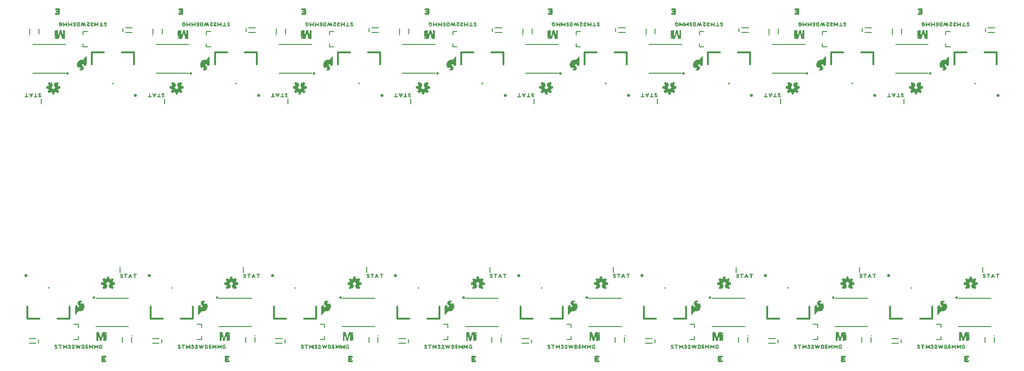
<source format=gto>
G04 EAGLE Gerber RS-274X export*
G75*
%MOMM*%
%FSLAX34Y34*%
%LPD*%
%INSilkscreen Top*%
%IPPOS*%
%AMOC8*
5,1,8,0,0,1.08239X$1,22.5*%
G01*
%ADD10R,0.640000X0.040000*%
%ADD11R,0.800000X0.040000*%
%ADD12R,0.840000X0.040000*%
%ADD13R,0.280000X0.040000*%
%ADD14R,0.600000X0.040000*%
%ADD15R,0.680000X0.040000*%
%ADD16R,0.760000X0.040000*%
%ADD17C,0.300000*%
%ADD18C,0.565681*%
%ADD19C,0.127000*%
%ADD20C,0.203200*%
%ADD21C,0.152400*%
%ADD22C,0.300000*%

G36*
X617779Y159707D02*
X617779Y159707D01*
X617848Y159713D01*
X617863Y159722D01*
X617880Y159725D01*
X617986Y159797D01*
X617996Y159803D01*
X617997Y159805D01*
X617998Y159806D01*
X620298Y162106D01*
X620307Y162119D01*
X620308Y162120D01*
X620309Y162122D01*
X620311Y162126D01*
X620331Y162142D01*
X620357Y162199D01*
X620390Y162253D01*
X620392Y162277D01*
X620402Y162300D01*
X620400Y162362D01*
X620406Y162425D01*
X620397Y162448D01*
X620396Y162473D01*
X620356Y162555D01*
X620344Y162586D01*
X620338Y162592D01*
X620334Y162601D01*
X618388Y165195D01*
X618398Y165206D01*
X618417Y165236D01*
X618469Y165304D01*
X618569Y165504D01*
X618573Y165520D01*
X618582Y165533D01*
X618608Y165667D01*
X618609Y165672D01*
X618609Y165673D01*
X618609Y165674D01*
X618609Y165684D01*
X618642Y165749D01*
X618698Y165806D01*
X618717Y165836D01*
X618769Y165904D01*
X618869Y166104D01*
X618873Y166120D01*
X618882Y166133D01*
X618908Y166267D01*
X618909Y166272D01*
X618909Y166273D01*
X618909Y166274D01*
X618909Y166284D01*
X619069Y166604D01*
X619073Y166620D01*
X619082Y166633D01*
X619108Y166767D01*
X619109Y166772D01*
X619109Y166773D01*
X619109Y166774D01*
X619109Y166784D01*
X619169Y166904D01*
X619173Y166920D01*
X619182Y166933D01*
X619208Y167067D01*
X619209Y167072D01*
X619209Y167073D01*
X619209Y167074D01*
X619209Y167084D01*
X619269Y167204D01*
X619273Y167220D01*
X619282Y167233D01*
X619302Y167336D01*
X622594Y167900D01*
X622612Y167907D01*
X622632Y167908D01*
X622691Y167941D01*
X622754Y167967D01*
X622766Y167982D01*
X622783Y167991D01*
X622822Y168047D01*
X622867Y168098D01*
X622871Y168117D01*
X622882Y168133D01*
X622904Y168244D01*
X622909Y168266D01*
X622909Y168270D01*
X622909Y168274D01*
X622909Y171474D01*
X622905Y171493D01*
X622907Y171514D01*
X622896Y171546D01*
X622896Y171553D01*
X622890Y171562D01*
X622885Y171577D01*
X622870Y171642D01*
X622857Y171658D01*
X622850Y171677D01*
X622802Y171724D01*
X622760Y171776D01*
X622741Y171784D01*
X622727Y171798D01*
X622625Y171836D01*
X622602Y171846D01*
X622597Y171846D01*
X622593Y171848D01*
X619309Y172395D01*
X619309Y172474D01*
X619292Y172548D01*
X619279Y172623D01*
X619272Y172633D01*
X619270Y172642D01*
X619247Y172670D01*
X619209Y172725D01*
X619209Y172774D01*
X619192Y172848D01*
X619179Y172923D01*
X619172Y172933D01*
X619170Y172942D01*
X619147Y172970D01*
X619098Y173042D01*
X619042Y173098D01*
X619009Y173163D01*
X619009Y173274D01*
X618992Y173348D01*
X618979Y173423D01*
X618972Y173433D01*
X618970Y173442D01*
X618947Y173470D01*
X618909Y173525D01*
X618909Y173574D01*
X618892Y173648D01*
X618879Y173723D01*
X618872Y173733D01*
X618870Y173742D01*
X618847Y173770D01*
X618798Y173842D01*
X618742Y173898D01*
X618669Y174043D01*
X618646Y174071D01*
X618609Y174125D01*
X618609Y174174D01*
X618592Y174248D01*
X618579Y174323D01*
X618572Y174333D01*
X618570Y174342D01*
X618547Y174370D01*
X618498Y174442D01*
X618442Y174498D01*
X618402Y174578D01*
X620337Y177251D01*
X620347Y177275D01*
X620364Y177294D01*
X620380Y177354D01*
X620404Y177411D01*
X620403Y177436D01*
X620409Y177461D01*
X620397Y177522D01*
X620393Y177584D01*
X620380Y177606D01*
X620375Y177631D01*
X620324Y177703D01*
X620307Y177733D01*
X620299Y177738D01*
X620292Y177748D01*
X617992Y179948D01*
X617981Y179954D01*
X617974Y179965D01*
X617907Y179998D01*
X617843Y180036D01*
X617830Y180037D01*
X617819Y180042D01*
X617745Y180043D01*
X617671Y180048D01*
X617659Y180043D01*
X617646Y180043D01*
X617515Y179986D01*
X614841Y178142D01*
X614700Y178213D01*
X614684Y178217D01*
X614671Y178226D01*
X614537Y178252D01*
X614531Y178253D01*
X614530Y178253D01*
X614520Y178253D01*
X614455Y178285D01*
X614398Y178342D01*
X614368Y178361D01*
X614300Y178413D01*
X614100Y178513D01*
X614084Y178517D01*
X614071Y178526D01*
X613937Y178552D01*
X613931Y178553D01*
X613930Y178553D01*
X613920Y178553D01*
X613855Y178585D01*
X613798Y178642D01*
X613734Y178682D01*
X613671Y178726D01*
X613659Y178728D01*
X613651Y178733D01*
X613616Y178736D01*
X613530Y178753D01*
X613420Y178753D01*
X613300Y178813D01*
X613284Y178817D01*
X613271Y178826D01*
X613137Y178852D01*
X613131Y178853D01*
X613130Y178853D01*
X613120Y178853D01*
X613000Y178913D01*
X612984Y178917D01*
X612971Y178926D01*
X612837Y178952D01*
X612831Y178953D01*
X612830Y178953D01*
X612820Y178953D01*
X612700Y179013D01*
X612684Y179017D01*
X612671Y179026D01*
X612654Y179029D01*
X612104Y182238D01*
X612096Y182256D01*
X612096Y182275D01*
X612063Y182334D01*
X612037Y182397D01*
X612022Y182410D01*
X612013Y182427D01*
X611957Y182466D01*
X611905Y182510D01*
X611887Y182515D01*
X611871Y182526D01*
X611760Y182547D01*
X611738Y182553D01*
X611734Y182552D01*
X611730Y182553D01*
X608530Y182553D01*
X608511Y182549D01*
X608492Y182551D01*
X608428Y182529D01*
X608362Y182513D01*
X608347Y182501D01*
X608328Y182495D01*
X608281Y182447D01*
X608228Y182403D01*
X608220Y182386D01*
X608207Y182372D01*
X608167Y182266D01*
X608158Y182245D01*
X608158Y182242D01*
X608156Y182238D01*
X607598Y178982D01*
X607541Y178953D01*
X607430Y178953D01*
X607356Y178936D01*
X607281Y178922D01*
X607271Y178916D01*
X607262Y178913D01*
X607234Y178891D01*
X607178Y178853D01*
X607130Y178853D01*
X607114Y178849D01*
X607098Y178852D01*
X606967Y178815D01*
X606962Y178813D01*
X606961Y178813D01*
X606841Y178753D01*
X606830Y178753D01*
X606814Y178749D01*
X606798Y178752D01*
X606667Y178715D01*
X606662Y178713D01*
X606661Y178713D01*
X606461Y178613D01*
X606433Y178590D01*
X606378Y178553D01*
X606330Y178553D01*
X606256Y178536D01*
X606181Y178522D01*
X606171Y178516D01*
X606162Y178513D01*
X606134Y178491D01*
X606062Y178442D01*
X606006Y178385D01*
X605861Y178313D01*
X605833Y178290D01*
X605778Y178253D01*
X605730Y178253D01*
X605656Y178236D01*
X605581Y178222D01*
X605571Y178216D01*
X605562Y178213D01*
X605534Y178191D01*
X605462Y178142D01*
X605445Y178124D01*
X602746Y179986D01*
X602730Y179992D01*
X602717Y180004D01*
X602650Y180023D01*
X602584Y180049D01*
X602567Y180048D01*
X602551Y180052D01*
X602482Y180040D01*
X602412Y180034D01*
X602397Y180025D01*
X602381Y180022D01*
X602275Y179950D01*
X602264Y179944D01*
X602263Y179943D01*
X602262Y179942D01*
X600062Y177742D01*
X600053Y177727D01*
X600039Y177717D01*
X600008Y177654D01*
X599971Y177595D01*
X599969Y177578D01*
X599961Y177563D01*
X599961Y177492D01*
X599954Y177423D01*
X599961Y177407D01*
X599960Y177389D01*
X600012Y177272D01*
X600016Y177261D01*
X600017Y177260D01*
X600018Y177258D01*
X601869Y174575D01*
X601867Y174560D01*
X601851Y174474D01*
X601851Y174424D01*
X601843Y174411D01*
X601791Y174343D01*
X601718Y174198D01*
X601662Y174142D01*
X601622Y174077D01*
X601578Y174014D01*
X601576Y174003D01*
X601571Y173995D01*
X601567Y173960D01*
X601551Y173874D01*
X601551Y173824D01*
X601543Y173811D01*
X601491Y173743D01*
X601391Y173543D01*
X601387Y173528D01*
X601378Y173514D01*
X601361Y173427D01*
X601358Y173419D01*
X601358Y173411D01*
X601352Y173380D01*
X601351Y173375D01*
X601351Y173374D01*
X601351Y173363D01*
X601191Y173043D01*
X601187Y173028D01*
X601178Y173014D01*
X601152Y172880D01*
X601151Y172875D01*
X601151Y172874D01*
X601151Y172863D01*
X601091Y172743D01*
X601087Y172728D01*
X601078Y172714D01*
X601069Y172669D01*
X601065Y172661D01*
X601066Y172651D01*
X601052Y172580D01*
X601051Y172575D01*
X601051Y172574D01*
X601051Y172563D01*
X600991Y172443D01*
X600987Y172428D01*
X600978Y172414D01*
X600975Y172398D01*
X597766Y171848D01*
X597748Y171840D01*
X597729Y171839D01*
X597669Y171807D01*
X597607Y171780D01*
X597594Y171765D01*
X597577Y171756D01*
X597538Y171701D01*
X597494Y171649D01*
X597489Y171630D01*
X597478Y171614D01*
X597462Y171533D01*
X597458Y171523D01*
X597458Y171512D01*
X597457Y171503D01*
X597451Y171481D01*
X597452Y171478D01*
X597451Y171474D01*
X597451Y168274D01*
X597455Y168255D01*
X597453Y168236D01*
X597475Y168171D01*
X597490Y168105D01*
X597503Y168090D01*
X597509Y168072D01*
X597557Y168024D01*
X597601Y167972D01*
X597618Y167964D01*
X597632Y167950D01*
X597738Y167910D01*
X597759Y167901D01*
X597762Y167901D01*
X597766Y167900D01*
X601022Y167342D01*
X601051Y167284D01*
X601051Y167174D01*
X601068Y167099D01*
X601082Y167024D01*
X601088Y167014D01*
X601090Y167005D01*
X601113Y166978D01*
X601151Y166922D01*
X601151Y166874D01*
X601164Y166818D01*
X601165Y166799D01*
X601170Y166789D01*
X601182Y166724D01*
X601188Y166714D01*
X601190Y166705D01*
X601213Y166678D01*
X601262Y166606D01*
X601318Y166549D01*
X601351Y166484D01*
X601351Y166374D01*
X601368Y166299D01*
X601382Y166224D01*
X601388Y166214D01*
X601390Y166205D01*
X601413Y166178D01*
X601451Y166122D01*
X601451Y166074D01*
X601468Y165999D01*
X601482Y165924D01*
X601488Y165914D01*
X601490Y165905D01*
X601513Y165878D01*
X601562Y165806D01*
X601618Y165749D01*
X601691Y165604D01*
X601714Y165576D01*
X601757Y165513D01*
X601759Y165509D01*
X601760Y165509D01*
X601762Y165506D01*
X601818Y165449D01*
X601851Y165384D01*
X601851Y165374D01*
X601855Y165358D01*
X601852Y165342D01*
X601864Y165300D01*
X601865Y165282D01*
X601874Y165265D01*
X601889Y165211D01*
X601889Y165209D01*
X600022Y162594D01*
X600016Y162579D01*
X600004Y162568D01*
X599983Y162500D01*
X599956Y162434D01*
X599957Y162418D01*
X599952Y162403D01*
X599963Y162333D01*
X599968Y162261D01*
X599976Y162248D01*
X599978Y162232D01*
X600054Y162116D01*
X600055Y162112D01*
X600056Y162112D01*
X602256Y159812D01*
X602274Y159800D01*
X602287Y159783D01*
X602346Y159753D01*
X602401Y159717D01*
X602422Y159715D01*
X602441Y159705D01*
X602507Y159705D01*
X602573Y159697D01*
X602593Y159704D01*
X602614Y159704D01*
X602709Y159746D01*
X602736Y159755D01*
X602740Y159759D01*
X602746Y159761D01*
X605466Y161638D01*
X605490Y161621D01*
X605501Y161619D01*
X605509Y161614D01*
X605544Y161611D01*
X605560Y161608D01*
X605562Y161606D01*
X605627Y161565D01*
X605690Y161521D01*
X605701Y161519D01*
X605709Y161514D01*
X605744Y161511D01*
X605760Y161508D01*
X605762Y161506D01*
X605827Y161465D01*
X605890Y161421D01*
X605901Y161419D01*
X605909Y161414D01*
X605944Y161411D01*
X605960Y161408D01*
X605962Y161406D01*
X606027Y161365D01*
X606090Y161321D01*
X606101Y161319D01*
X606109Y161314D01*
X606144Y161311D01*
X606160Y161308D01*
X606162Y161306D01*
X606227Y161265D01*
X606290Y161221D01*
X606301Y161219D01*
X606309Y161214D01*
X606344Y161211D01*
X606360Y161208D01*
X606362Y161206D01*
X606427Y161165D01*
X606490Y161121D01*
X606501Y161119D01*
X606509Y161114D01*
X606544Y161111D01*
X606630Y161094D01*
X606680Y161094D01*
X606701Y161081D01*
X606734Y161049D01*
X606774Y161036D01*
X606809Y161014D01*
X606855Y161010D01*
X606898Y160996D01*
X606940Y161002D01*
X606981Y160998D01*
X607024Y161014D01*
X607069Y161021D01*
X607104Y161045D01*
X607143Y161060D01*
X607174Y161093D01*
X607212Y161120D01*
X607238Y161162D01*
X607260Y161187D01*
X607268Y161212D01*
X607286Y161242D01*
X609286Y166642D01*
X609293Y166699D01*
X609309Y166754D01*
X609304Y166784D01*
X609307Y166814D01*
X609288Y166868D01*
X609278Y166925D01*
X609260Y166949D01*
X609250Y166977D01*
X609209Y167017D01*
X609175Y167063D01*
X609145Y167080D01*
X609127Y167098D01*
X609095Y167108D01*
X609050Y167133D01*
X608776Y167225D01*
X608455Y167385D01*
X608298Y167542D01*
X608268Y167561D01*
X608200Y167613D01*
X608055Y167685D01*
X607942Y167798D01*
X607869Y167943D01*
X607846Y167971D01*
X607798Y168042D01*
X607642Y168198D01*
X607481Y168519D01*
X607390Y168794D01*
X607378Y168813D01*
X607369Y168843D01*
X607209Y169163D01*
X607209Y169374D01*
X607201Y169409D01*
X607190Y169494D01*
X607109Y169735D01*
X607109Y170212D01*
X607474Y171306D01*
X607825Y171832D01*
X607972Y171979D01*
X608241Y172158D01*
X608262Y172181D01*
X608298Y172206D01*
X608472Y172379D01*
X608698Y172530D01*
X608950Y172614D01*
X608968Y172625D01*
X608982Y172628D01*
X608995Y172639D01*
X609041Y172658D01*
X609245Y172794D01*
X609430Y172794D01*
X609465Y172803D01*
X609522Y172806D01*
X609877Y172894D01*
X610469Y172894D01*
X610710Y172814D01*
X610746Y172811D01*
X610830Y172794D01*
X611015Y172794D01*
X611220Y172658D01*
X611255Y172645D01*
X611304Y172617D01*
X611306Y172616D01*
X611307Y172616D01*
X611310Y172614D01*
X611562Y172530D01*
X612089Y172179D01*
X612435Y171832D01*
X612786Y171306D01*
X612870Y171054D01*
X612890Y171022D01*
X612915Y170963D01*
X613051Y170759D01*
X613051Y170574D01*
X613059Y170539D01*
X613070Y170454D01*
X613151Y170212D01*
X613151Y169435D01*
X613070Y169194D01*
X613067Y169158D01*
X613051Y169074D01*
X613051Y168963D01*
X612991Y168843D01*
X612986Y168821D01*
X612970Y168794D01*
X612879Y168519D01*
X612818Y168398D01*
X612662Y168242D01*
X612643Y168211D01*
X612591Y168143D01*
X612518Y167998D01*
X612206Y167685D01*
X612061Y167613D01*
X612033Y167590D01*
X611962Y167542D01*
X611806Y167385D01*
X611261Y167113D01*
X611237Y167093D01*
X611208Y167081D01*
X611171Y167038D01*
X611128Y167002D01*
X611115Y166974D01*
X611095Y166951D01*
X611080Y166896D01*
X611058Y166844D01*
X611059Y166813D01*
X611051Y166783D01*
X611063Y166709D01*
X611065Y166671D01*
X611072Y166659D01*
X611075Y166642D01*
X613075Y161242D01*
X613086Y161225D01*
X613090Y161205D01*
X613133Y161154D01*
X613170Y161098D01*
X613188Y161087D01*
X613201Y161072D01*
X613262Y161045D01*
X613320Y161011D01*
X613340Y161010D01*
X613359Y161001D01*
X613426Y161004D01*
X613492Y161000D01*
X613511Y161007D01*
X613532Y161008D01*
X613590Y161040D01*
X613652Y161066D01*
X613665Y161082D01*
X613683Y161091D01*
X613696Y161110D01*
X613705Y161112D01*
X613780Y161125D01*
X613790Y161132D01*
X613799Y161134D01*
X613826Y161157D01*
X613898Y161206D01*
X613905Y161212D01*
X613980Y161225D01*
X613990Y161232D01*
X613999Y161234D01*
X614026Y161257D01*
X614098Y161306D01*
X614105Y161312D01*
X614180Y161325D01*
X614190Y161332D01*
X614199Y161334D01*
X614226Y161357D01*
X614282Y161394D01*
X614330Y161394D01*
X614405Y161412D01*
X614480Y161425D01*
X614490Y161432D01*
X614499Y161434D01*
X614526Y161457D01*
X614598Y161506D01*
X614605Y161512D01*
X614680Y161525D01*
X614690Y161532D01*
X614699Y161534D01*
X614726Y161557D01*
X614798Y161606D01*
X614816Y161623D01*
X617515Y159761D01*
X617531Y159755D01*
X617543Y159744D01*
X617611Y159724D01*
X617676Y159698D01*
X617693Y159700D01*
X617709Y159695D01*
X617779Y159707D01*
G37*
G36*
X1743176Y159707D02*
X1743176Y159707D01*
X1743246Y159713D01*
X1743261Y159722D01*
X1743278Y159725D01*
X1743384Y159797D01*
X1743394Y159803D01*
X1743395Y159805D01*
X1743396Y159806D01*
X1745696Y162106D01*
X1745704Y162119D01*
X1745705Y162120D01*
X1745707Y162122D01*
X1745709Y162126D01*
X1745728Y162142D01*
X1745754Y162199D01*
X1745787Y162253D01*
X1745790Y162277D01*
X1745800Y162300D01*
X1745798Y162362D01*
X1745804Y162425D01*
X1745795Y162448D01*
X1745794Y162473D01*
X1745754Y162555D01*
X1745742Y162586D01*
X1745736Y162592D01*
X1745731Y162601D01*
X1743786Y165195D01*
X1743796Y165206D01*
X1743815Y165236D01*
X1743867Y165304D01*
X1743967Y165504D01*
X1743971Y165520D01*
X1743980Y165533D01*
X1744006Y165667D01*
X1744007Y165672D01*
X1744007Y165673D01*
X1744007Y165674D01*
X1744007Y165684D01*
X1744040Y165749D01*
X1744096Y165806D01*
X1744115Y165836D01*
X1744167Y165904D01*
X1744267Y166104D01*
X1744271Y166120D01*
X1744280Y166133D01*
X1744306Y166267D01*
X1744307Y166272D01*
X1744307Y166273D01*
X1744307Y166274D01*
X1744307Y166284D01*
X1744467Y166604D01*
X1744471Y166620D01*
X1744480Y166633D01*
X1744506Y166767D01*
X1744507Y166772D01*
X1744507Y166773D01*
X1744507Y166774D01*
X1744507Y166784D01*
X1744567Y166904D01*
X1744571Y166920D01*
X1744580Y166933D01*
X1744606Y167067D01*
X1744607Y167072D01*
X1744607Y167073D01*
X1744607Y167074D01*
X1744607Y167084D01*
X1744667Y167204D01*
X1744671Y167220D01*
X1744680Y167233D01*
X1744700Y167336D01*
X1747992Y167900D01*
X1748010Y167907D01*
X1748029Y167908D01*
X1748089Y167941D01*
X1748151Y167967D01*
X1748164Y167982D01*
X1748181Y167991D01*
X1748220Y168047D01*
X1748264Y168098D01*
X1748269Y168117D01*
X1748280Y168133D01*
X1748302Y168244D01*
X1748307Y168266D01*
X1748306Y168270D01*
X1748307Y168274D01*
X1748307Y171474D01*
X1748303Y171493D01*
X1748305Y171514D01*
X1748294Y171546D01*
X1748293Y171553D01*
X1748288Y171562D01*
X1748283Y171577D01*
X1748268Y171642D01*
X1748255Y171658D01*
X1748248Y171677D01*
X1748200Y171724D01*
X1748158Y171776D01*
X1748139Y171784D01*
X1748125Y171798D01*
X1748023Y171836D01*
X1748000Y171846D01*
X1747995Y171846D01*
X1747990Y171848D01*
X1744707Y172395D01*
X1744707Y172474D01*
X1744690Y172548D01*
X1744676Y172623D01*
X1744670Y172633D01*
X1744668Y172642D01*
X1744645Y172670D01*
X1744607Y172725D01*
X1744607Y172774D01*
X1744590Y172848D01*
X1744576Y172923D01*
X1744570Y172933D01*
X1744568Y172942D01*
X1744545Y172970D01*
X1744496Y173042D01*
X1744440Y173098D01*
X1744407Y173163D01*
X1744407Y173274D01*
X1744390Y173348D01*
X1744376Y173423D01*
X1744370Y173433D01*
X1744368Y173442D01*
X1744345Y173470D01*
X1744307Y173525D01*
X1744307Y173574D01*
X1744290Y173648D01*
X1744276Y173723D01*
X1744270Y173733D01*
X1744268Y173742D01*
X1744245Y173770D01*
X1744196Y173842D01*
X1744140Y173898D01*
X1744067Y174043D01*
X1744044Y174071D01*
X1744007Y174125D01*
X1744007Y174174D01*
X1743990Y174248D01*
X1743976Y174323D01*
X1743970Y174333D01*
X1743968Y174342D01*
X1743945Y174370D01*
X1743896Y174442D01*
X1743840Y174498D01*
X1743800Y174578D01*
X1745735Y177251D01*
X1745745Y177275D01*
X1745762Y177294D01*
X1745778Y177354D01*
X1745802Y177411D01*
X1745800Y177436D01*
X1745807Y177461D01*
X1745795Y177522D01*
X1745791Y177584D01*
X1745778Y177606D01*
X1745773Y177631D01*
X1745722Y177703D01*
X1745704Y177733D01*
X1745697Y177738D01*
X1745690Y177748D01*
X1743390Y179948D01*
X1743379Y179954D01*
X1743371Y179965D01*
X1743305Y179998D01*
X1743241Y180036D01*
X1743228Y180037D01*
X1743217Y180042D01*
X1743143Y180043D01*
X1743069Y180048D01*
X1743057Y180043D01*
X1743044Y180043D01*
X1742913Y179986D01*
X1740239Y178142D01*
X1740098Y178213D01*
X1740082Y178217D01*
X1740069Y178226D01*
X1739935Y178252D01*
X1739929Y178253D01*
X1739928Y178253D01*
X1739918Y178253D01*
X1739853Y178285D01*
X1739796Y178342D01*
X1739766Y178361D01*
X1739698Y178413D01*
X1739498Y178513D01*
X1739482Y178517D01*
X1739469Y178526D01*
X1739335Y178552D01*
X1739329Y178553D01*
X1739328Y178553D01*
X1739318Y178553D01*
X1739253Y178585D01*
X1739196Y178642D01*
X1739131Y178682D01*
X1739069Y178726D01*
X1739057Y178728D01*
X1739049Y178733D01*
X1739014Y178736D01*
X1738928Y178753D01*
X1738818Y178753D01*
X1738698Y178813D01*
X1738682Y178817D01*
X1738669Y178826D01*
X1738535Y178852D01*
X1738529Y178853D01*
X1738528Y178853D01*
X1738518Y178853D01*
X1738398Y178913D01*
X1738382Y178917D01*
X1738369Y178926D01*
X1738235Y178952D01*
X1738229Y178953D01*
X1738228Y178953D01*
X1738218Y178953D01*
X1738098Y179013D01*
X1738082Y179017D01*
X1738069Y179026D01*
X1738052Y179029D01*
X1737502Y182238D01*
X1737494Y182256D01*
X1737493Y182275D01*
X1737461Y182334D01*
X1737434Y182397D01*
X1737420Y182410D01*
X1737410Y182427D01*
X1737355Y182466D01*
X1737303Y182510D01*
X1737284Y182515D01*
X1737269Y182526D01*
X1737158Y182547D01*
X1737136Y182553D01*
X1737132Y182552D01*
X1737128Y182553D01*
X1733928Y182553D01*
X1733909Y182549D01*
X1733890Y182551D01*
X1733826Y182529D01*
X1733760Y182513D01*
X1733745Y182501D01*
X1733726Y182495D01*
X1733679Y182447D01*
X1733626Y182403D01*
X1733618Y182386D01*
X1733605Y182372D01*
X1733565Y182266D01*
X1733556Y182245D01*
X1733556Y182242D01*
X1733554Y182238D01*
X1732996Y178982D01*
X1732938Y178953D01*
X1732828Y178953D01*
X1732754Y178936D01*
X1732678Y178922D01*
X1732669Y178916D01*
X1732660Y178913D01*
X1732632Y178891D01*
X1732576Y178853D01*
X1732528Y178853D01*
X1732512Y178849D01*
X1732496Y178852D01*
X1732365Y178815D01*
X1732360Y178813D01*
X1732359Y178813D01*
X1732358Y178813D01*
X1732238Y178753D01*
X1732228Y178753D01*
X1732212Y178749D01*
X1732196Y178752D01*
X1732065Y178715D01*
X1732060Y178713D01*
X1732059Y178713D01*
X1732058Y178713D01*
X1731858Y178613D01*
X1731831Y178590D01*
X1731776Y178553D01*
X1731728Y178553D01*
X1731654Y178536D01*
X1731578Y178522D01*
X1731569Y178516D01*
X1731560Y178513D01*
X1731532Y178491D01*
X1731460Y178442D01*
X1731403Y178385D01*
X1731258Y178313D01*
X1731231Y178290D01*
X1731176Y178253D01*
X1731128Y178253D01*
X1731054Y178236D01*
X1730978Y178222D01*
X1730969Y178216D01*
X1730960Y178213D01*
X1730932Y178191D01*
X1730860Y178142D01*
X1730842Y178124D01*
X1728143Y179986D01*
X1728127Y179992D01*
X1728115Y180004D01*
X1728048Y180023D01*
X1727982Y180049D01*
X1727965Y180048D01*
X1727949Y180052D01*
X1727880Y180040D01*
X1727810Y180034D01*
X1727795Y180025D01*
X1727778Y180022D01*
X1727672Y179950D01*
X1727662Y179944D01*
X1727661Y179943D01*
X1727660Y179942D01*
X1725460Y177742D01*
X1725451Y177727D01*
X1725437Y177717D01*
X1725406Y177654D01*
X1725369Y177595D01*
X1725367Y177578D01*
X1725359Y177563D01*
X1725359Y177492D01*
X1725352Y177423D01*
X1725358Y177407D01*
X1725358Y177389D01*
X1725410Y177272D01*
X1725414Y177261D01*
X1725415Y177260D01*
X1725416Y177258D01*
X1727267Y174575D01*
X1727265Y174560D01*
X1727249Y174474D01*
X1727249Y174424D01*
X1727241Y174411D01*
X1727189Y174343D01*
X1727116Y174198D01*
X1727060Y174142D01*
X1727020Y174077D01*
X1726976Y174014D01*
X1726974Y174003D01*
X1726969Y173995D01*
X1726965Y173960D01*
X1726949Y173874D01*
X1726949Y173824D01*
X1726941Y173811D01*
X1726889Y173743D01*
X1726789Y173543D01*
X1726785Y173528D01*
X1726776Y173514D01*
X1726759Y173427D01*
X1726756Y173419D01*
X1726756Y173411D01*
X1726750Y173380D01*
X1726749Y173375D01*
X1726749Y173374D01*
X1726749Y173363D01*
X1726589Y173043D01*
X1726585Y173028D01*
X1726576Y173014D01*
X1726550Y172880D01*
X1726549Y172875D01*
X1726549Y172874D01*
X1726549Y172863D01*
X1726489Y172743D01*
X1726485Y172728D01*
X1726476Y172714D01*
X1726467Y172669D01*
X1726463Y172661D01*
X1726464Y172651D01*
X1726450Y172580D01*
X1726449Y172575D01*
X1726449Y172574D01*
X1726449Y172563D01*
X1726389Y172443D01*
X1726385Y172428D01*
X1726376Y172414D01*
X1726373Y172398D01*
X1723164Y171848D01*
X1723146Y171840D01*
X1723127Y171839D01*
X1723067Y171807D01*
X1723005Y171780D01*
X1722992Y171765D01*
X1722975Y171756D01*
X1722936Y171701D01*
X1722892Y171649D01*
X1722887Y171630D01*
X1722876Y171614D01*
X1722860Y171533D01*
X1722856Y171523D01*
X1722856Y171512D01*
X1722854Y171503D01*
X1722849Y171481D01*
X1722850Y171478D01*
X1722849Y171474D01*
X1722849Y168274D01*
X1722853Y168255D01*
X1722851Y168236D01*
X1722873Y168171D01*
X1722888Y168105D01*
X1722901Y168090D01*
X1722907Y168072D01*
X1722955Y168024D01*
X1722998Y167972D01*
X1723016Y167964D01*
X1723030Y167950D01*
X1723136Y167910D01*
X1723156Y167901D01*
X1723160Y167901D01*
X1723164Y167900D01*
X1726420Y167342D01*
X1726449Y167284D01*
X1726449Y167174D01*
X1726466Y167099D01*
X1726480Y167024D01*
X1726486Y167014D01*
X1726488Y167005D01*
X1726511Y166978D01*
X1726549Y166922D01*
X1726549Y166874D01*
X1726562Y166818D01*
X1726563Y166799D01*
X1726568Y166789D01*
X1726580Y166724D01*
X1726586Y166714D01*
X1726588Y166705D01*
X1726611Y166678D01*
X1726660Y166606D01*
X1726716Y166549D01*
X1726749Y166484D01*
X1726749Y166374D01*
X1726766Y166299D01*
X1726780Y166224D01*
X1726786Y166214D01*
X1726788Y166205D01*
X1726811Y166178D01*
X1726849Y166122D01*
X1726849Y166074D01*
X1726866Y165999D01*
X1726880Y165924D01*
X1726886Y165914D01*
X1726888Y165905D01*
X1726911Y165878D01*
X1726960Y165806D01*
X1727016Y165749D01*
X1727089Y165604D01*
X1727112Y165576D01*
X1727155Y165513D01*
X1727157Y165509D01*
X1727158Y165509D01*
X1727160Y165506D01*
X1727216Y165449D01*
X1727249Y165384D01*
X1727249Y165374D01*
X1727252Y165358D01*
X1727250Y165342D01*
X1727262Y165300D01*
X1727263Y165282D01*
X1727272Y165265D01*
X1727287Y165211D01*
X1727287Y165209D01*
X1725419Y162594D01*
X1725413Y162579D01*
X1725402Y162568D01*
X1725381Y162500D01*
X1725354Y162434D01*
X1725355Y162418D01*
X1725350Y162403D01*
X1725361Y162333D01*
X1725366Y162261D01*
X1725374Y162248D01*
X1725376Y162232D01*
X1725451Y162116D01*
X1725453Y162112D01*
X1725454Y162112D01*
X1727654Y159812D01*
X1727672Y159800D01*
X1727685Y159783D01*
X1727744Y159753D01*
X1727799Y159717D01*
X1727820Y159715D01*
X1727839Y159705D01*
X1727905Y159705D01*
X1727971Y159697D01*
X1727991Y159704D01*
X1728012Y159704D01*
X1728107Y159746D01*
X1728134Y159755D01*
X1728137Y159759D01*
X1728143Y159761D01*
X1730864Y161638D01*
X1730887Y161621D01*
X1730899Y161619D01*
X1730907Y161614D01*
X1730942Y161611D01*
X1730957Y161608D01*
X1730960Y161606D01*
X1731025Y161565D01*
X1731087Y161521D01*
X1731099Y161519D01*
X1731107Y161514D01*
X1731142Y161511D01*
X1731157Y161508D01*
X1731160Y161506D01*
X1731225Y161465D01*
X1731287Y161421D01*
X1731299Y161419D01*
X1731307Y161414D01*
X1731342Y161411D01*
X1731357Y161408D01*
X1731360Y161406D01*
X1731425Y161365D01*
X1731487Y161321D01*
X1731499Y161319D01*
X1731507Y161314D01*
X1731542Y161311D01*
X1731557Y161308D01*
X1731560Y161306D01*
X1731625Y161265D01*
X1731687Y161221D01*
X1731699Y161219D01*
X1731707Y161214D01*
X1731742Y161211D01*
X1731757Y161208D01*
X1731760Y161206D01*
X1731825Y161165D01*
X1731887Y161121D01*
X1731899Y161119D01*
X1731907Y161114D01*
X1731942Y161111D01*
X1732028Y161094D01*
X1732078Y161094D01*
X1732099Y161081D01*
X1732132Y161049D01*
X1732171Y161036D01*
X1732207Y161014D01*
X1732252Y161010D01*
X1732296Y160996D01*
X1732338Y161002D01*
X1732379Y160998D01*
X1732422Y161014D01*
X1732467Y161021D01*
X1732502Y161045D01*
X1732541Y161060D01*
X1732572Y161093D01*
X1732609Y161120D01*
X1732635Y161162D01*
X1732658Y161187D01*
X1732665Y161212D01*
X1732684Y161242D01*
X1734684Y166642D01*
X1734691Y166699D01*
X1734707Y166754D01*
X1734701Y166784D01*
X1734705Y166814D01*
X1734686Y166868D01*
X1734676Y166925D01*
X1734658Y166949D01*
X1734648Y166977D01*
X1734607Y167017D01*
X1734573Y167063D01*
X1734543Y167080D01*
X1734524Y167098D01*
X1734492Y167108D01*
X1734448Y167133D01*
X1734174Y167225D01*
X1733853Y167385D01*
X1733696Y167542D01*
X1733666Y167561D01*
X1733598Y167613D01*
X1733453Y167685D01*
X1733340Y167798D01*
X1733267Y167943D01*
X1733244Y167971D01*
X1733196Y168042D01*
X1733040Y168198D01*
X1732879Y168519D01*
X1732788Y168794D01*
X1732776Y168813D01*
X1732767Y168843D01*
X1732607Y169163D01*
X1732607Y169374D01*
X1732599Y169409D01*
X1732588Y169494D01*
X1732507Y169735D01*
X1732507Y170212D01*
X1732872Y171306D01*
X1733223Y171832D01*
X1733370Y171979D01*
X1733638Y172158D01*
X1733660Y172181D01*
X1733696Y172206D01*
X1733870Y172379D01*
X1734096Y172530D01*
X1734348Y172614D01*
X1734366Y172625D01*
X1734380Y172628D01*
X1734393Y172639D01*
X1734438Y172658D01*
X1734643Y172794D01*
X1734828Y172794D01*
X1734863Y172803D01*
X1734920Y172806D01*
X1735275Y172894D01*
X1735866Y172894D01*
X1736108Y172814D01*
X1736144Y172811D01*
X1736228Y172794D01*
X1736413Y172794D01*
X1736618Y172658D01*
X1736653Y172645D01*
X1736702Y172617D01*
X1736704Y172616D01*
X1736705Y172616D01*
X1736708Y172614D01*
X1736960Y172530D01*
X1737487Y172179D01*
X1737833Y171832D01*
X1738184Y171306D01*
X1738268Y171054D01*
X1738288Y171022D01*
X1738312Y170963D01*
X1738449Y170759D01*
X1738449Y170574D01*
X1738457Y170539D01*
X1738468Y170454D01*
X1738549Y170212D01*
X1738549Y169435D01*
X1738468Y169194D01*
X1738465Y169158D01*
X1738449Y169074D01*
X1738449Y168963D01*
X1738389Y168843D01*
X1738383Y168821D01*
X1738368Y168794D01*
X1738277Y168519D01*
X1738216Y168398D01*
X1738060Y168242D01*
X1738041Y168211D01*
X1737989Y168143D01*
X1737916Y167998D01*
X1737603Y167685D01*
X1737458Y167613D01*
X1737431Y167590D01*
X1737360Y167542D01*
X1737203Y167385D01*
X1736658Y167113D01*
X1736635Y167093D01*
X1736606Y167081D01*
X1736569Y167038D01*
X1736525Y167002D01*
X1736513Y166974D01*
X1736493Y166951D01*
X1736478Y166896D01*
X1736455Y166844D01*
X1736457Y166813D01*
X1736449Y166783D01*
X1736461Y166709D01*
X1736463Y166671D01*
X1736470Y166659D01*
X1736472Y166642D01*
X1738472Y161242D01*
X1738484Y161225D01*
X1738488Y161205D01*
X1738531Y161154D01*
X1738568Y161098D01*
X1738586Y161087D01*
X1738598Y161072D01*
X1738660Y161045D01*
X1738718Y161011D01*
X1738738Y161010D01*
X1738756Y161001D01*
X1738823Y161004D01*
X1738890Y161000D01*
X1738909Y161007D01*
X1738929Y161008D01*
X1738988Y161040D01*
X1739050Y161066D01*
X1739063Y161082D01*
X1739081Y161091D01*
X1739094Y161110D01*
X1739102Y161112D01*
X1739178Y161125D01*
X1739187Y161132D01*
X1739196Y161134D01*
X1739224Y161157D01*
X1739296Y161206D01*
X1739303Y161212D01*
X1739378Y161225D01*
X1739387Y161232D01*
X1739396Y161234D01*
X1739424Y161257D01*
X1739496Y161306D01*
X1739503Y161312D01*
X1739578Y161325D01*
X1739587Y161332D01*
X1739596Y161334D01*
X1739624Y161357D01*
X1739680Y161394D01*
X1739728Y161394D01*
X1739802Y161412D01*
X1739878Y161425D01*
X1739887Y161432D01*
X1739896Y161434D01*
X1739924Y161457D01*
X1739996Y161506D01*
X1740003Y161512D01*
X1740078Y161525D01*
X1740087Y161532D01*
X1740096Y161534D01*
X1740124Y161557D01*
X1740196Y161606D01*
X1740214Y161623D01*
X1742913Y159761D01*
X1742929Y159755D01*
X1742941Y159744D01*
X1743009Y159724D01*
X1743074Y159698D01*
X1743091Y159700D01*
X1743107Y159695D01*
X1743176Y159707D01*
G37*
G36*
X167614Y159707D02*
X167614Y159707D01*
X167684Y159713D01*
X167699Y159722D01*
X167716Y159725D01*
X167822Y159797D01*
X167832Y159803D01*
X167833Y159805D01*
X167834Y159806D01*
X170134Y162106D01*
X170142Y162119D01*
X170143Y162120D01*
X170145Y162122D01*
X170147Y162126D01*
X170166Y162142D01*
X170192Y162199D01*
X170225Y162253D01*
X170228Y162277D01*
X170238Y162300D01*
X170236Y162362D01*
X170242Y162425D01*
X170233Y162448D01*
X170232Y162473D01*
X170192Y162555D01*
X170180Y162586D01*
X170174Y162592D01*
X170169Y162601D01*
X168224Y165195D01*
X168234Y165206D01*
X168253Y165236D01*
X168305Y165304D01*
X168405Y165504D01*
X168409Y165520D01*
X168418Y165533D01*
X168444Y165667D01*
X168445Y165672D01*
X168445Y165673D01*
X168445Y165674D01*
X168445Y165684D01*
X168478Y165749D01*
X168534Y165806D01*
X168553Y165836D01*
X168605Y165904D01*
X168705Y166104D01*
X168709Y166120D01*
X168718Y166133D01*
X168744Y166267D01*
X168745Y166272D01*
X168745Y166273D01*
X168745Y166274D01*
X168745Y166284D01*
X168905Y166604D01*
X168909Y166620D01*
X168918Y166633D01*
X168944Y166767D01*
X168945Y166772D01*
X168945Y166773D01*
X168945Y166774D01*
X168945Y166784D01*
X169005Y166904D01*
X169009Y166920D01*
X169018Y166933D01*
X169044Y167067D01*
X169045Y167072D01*
X169045Y167073D01*
X169045Y167074D01*
X169045Y167084D01*
X169105Y167204D01*
X169109Y167220D01*
X169118Y167233D01*
X169138Y167336D01*
X172430Y167900D01*
X172448Y167907D01*
X172467Y167908D01*
X172527Y167941D01*
X172589Y167967D01*
X172602Y167982D01*
X172619Y167991D01*
X172658Y168047D01*
X172702Y168098D01*
X172707Y168117D01*
X172718Y168133D01*
X172740Y168244D01*
X172745Y168266D01*
X172744Y168270D01*
X172745Y168274D01*
X172745Y171474D01*
X172741Y171493D01*
X172743Y171514D01*
X172732Y171546D01*
X172731Y171553D01*
X172726Y171562D01*
X172721Y171577D01*
X172706Y171642D01*
X172693Y171658D01*
X172686Y171677D01*
X172638Y171724D01*
X172596Y171776D01*
X172577Y171784D01*
X172563Y171798D01*
X172461Y171836D01*
X172438Y171846D01*
X172433Y171846D01*
X172428Y171848D01*
X169145Y172395D01*
X169145Y172474D01*
X169128Y172548D01*
X169114Y172623D01*
X169108Y172633D01*
X169106Y172642D01*
X169083Y172670D01*
X169045Y172725D01*
X169045Y172774D01*
X169028Y172848D01*
X169014Y172923D01*
X169008Y172933D01*
X169006Y172942D01*
X168983Y172970D01*
X168934Y173042D01*
X168878Y173098D01*
X168845Y173163D01*
X168845Y173274D01*
X168828Y173348D01*
X168814Y173423D01*
X168808Y173433D01*
X168806Y173442D01*
X168783Y173470D01*
X168745Y173525D01*
X168745Y173574D01*
X168728Y173648D01*
X168714Y173723D01*
X168708Y173733D01*
X168706Y173742D01*
X168683Y173770D01*
X168634Y173842D01*
X168578Y173898D01*
X168505Y174043D01*
X168482Y174071D01*
X168445Y174125D01*
X168445Y174174D01*
X168428Y174248D01*
X168414Y174323D01*
X168408Y174333D01*
X168406Y174342D01*
X168383Y174370D01*
X168334Y174442D01*
X168278Y174498D01*
X168238Y174578D01*
X170173Y177251D01*
X170183Y177275D01*
X170200Y177294D01*
X170216Y177354D01*
X170240Y177411D01*
X170238Y177436D01*
X170245Y177461D01*
X170233Y177522D01*
X170229Y177584D01*
X170216Y177606D01*
X170211Y177631D01*
X170160Y177703D01*
X170142Y177733D01*
X170135Y177738D01*
X170128Y177748D01*
X167828Y179948D01*
X167817Y179954D01*
X167809Y179965D01*
X167743Y179998D01*
X167679Y180036D01*
X167666Y180037D01*
X167655Y180042D01*
X167581Y180043D01*
X167507Y180048D01*
X167495Y180043D01*
X167482Y180043D01*
X167351Y179986D01*
X164677Y178142D01*
X164536Y178213D01*
X164520Y178217D01*
X164507Y178226D01*
X164373Y178252D01*
X164367Y178253D01*
X164366Y178253D01*
X164356Y178253D01*
X164291Y178285D01*
X164234Y178342D01*
X164204Y178361D01*
X164136Y178413D01*
X163936Y178513D01*
X163920Y178517D01*
X163907Y178526D01*
X163773Y178552D01*
X163767Y178553D01*
X163766Y178553D01*
X163756Y178553D01*
X163691Y178585D01*
X163634Y178642D01*
X163569Y178682D01*
X163507Y178726D01*
X163495Y178728D01*
X163487Y178733D01*
X163452Y178736D01*
X163366Y178753D01*
X163256Y178753D01*
X163136Y178813D01*
X163120Y178817D01*
X163107Y178826D01*
X162973Y178852D01*
X162967Y178853D01*
X162966Y178853D01*
X162956Y178853D01*
X162836Y178913D01*
X162820Y178917D01*
X162807Y178926D01*
X162673Y178952D01*
X162667Y178953D01*
X162666Y178953D01*
X162656Y178953D01*
X162536Y179013D01*
X162520Y179017D01*
X162507Y179026D01*
X162490Y179029D01*
X161940Y182238D01*
X161932Y182256D01*
X161931Y182275D01*
X161899Y182334D01*
X161872Y182397D01*
X161858Y182410D01*
X161848Y182427D01*
X161793Y182466D01*
X161741Y182510D01*
X161722Y182515D01*
X161707Y182526D01*
X161596Y182547D01*
X161574Y182553D01*
X161570Y182552D01*
X161566Y182553D01*
X158366Y182553D01*
X158347Y182549D01*
X158328Y182551D01*
X158264Y182529D01*
X158198Y182513D01*
X158183Y182501D01*
X158164Y182495D01*
X158117Y182447D01*
X158064Y182403D01*
X158056Y182386D01*
X158043Y182372D01*
X158003Y182266D01*
X157994Y182245D01*
X157994Y182242D01*
X157992Y182238D01*
X157434Y178982D01*
X157376Y178953D01*
X157266Y178953D01*
X157192Y178936D01*
X157116Y178922D01*
X157107Y178916D01*
X157098Y178913D01*
X157070Y178891D01*
X157014Y178853D01*
X156966Y178853D01*
X156950Y178849D01*
X156934Y178852D01*
X156803Y178815D01*
X156798Y178813D01*
X156797Y178813D01*
X156796Y178813D01*
X156676Y178753D01*
X156666Y178753D01*
X156650Y178749D01*
X156634Y178752D01*
X156503Y178715D01*
X156498Y178713D01*
X156497Y178713D01*
X156496Y178713D01*
X156296Y178613D01*
X156269Y178590D01*
X156214Y178553D01*
X156166Y178553D01*
X156092Y178536D01*
X156016Y178522D01*
X156007Y178516D01*
X155998Y178513D01*
X155970Y178491D01*
X155898Y178442D01*
X155841Y178385D01*
X155696Y178313D01*
X155669Y178290D01*
X155614Y178253D01*
X155566Y178253D01*
X155492Y178236D01*
X155416Y178222D01*
X155407Y178216D01*
X155398Y178213D01*
X155370Y178191D01*
X155298Y178142D01*
X155280Y178124D01*
X152581Y179986D01*
X152565Y179992D01*
X152553Y180004D01*
X152486Y180023D01*
X152420Y180049D01*
X152403Y180048D01*
X152387Y180052D01*
X152318Y180040D01*
X152248Y180034D01*
X152233Y180025D01*
X152216Y180022D01*
X152110Y179950D01*
X152100Y179944D01*
X152099Y179943D01*
X152098Y179942D01*
X149898Y177742D01*
X149889Y177727D01*
X149875Y177717D01*
X149844Y177654D01*
X149807Y177595D01*
X149805Y177578D01*
X149797Y177563D01*
X149797Y177492D01*
X149790Y177423D01*
X149796Y177407D01*
X149796Y177389D01*
X149848Y177272D01*
X149852Y177261D01*
X149853Y177260D01*
X149854Y177258D01*
X151705Y174575D01*
X151703Y174560D01*
X151687Y174474D01*
X151687Y174424D01*
X151679Y174411D01*
X151627Y174343D01*
X151554Y174198D01*
X151498Y174142D01*
X151458Y174077D01*
X151414Y174014D01*
X151412Y174003D01*
X151407Y173995D01*
X151403Y173960D01*
X151387Y173874D01*
X151387Y173824D01*
X151379Y173811D01*
X151327Y173743D01*
X151227Y173543D01*
X151223Y173528D01*
X151214Y173514D01*
X151197Y173427D01*
X151194Y173419D01*
X151194Y173411D01*
X151188Y173380D01*
X151187Y173375D01*
X151187Y173374D01*
X151187Y173363D01*
X151027Y173043D01*
X151023Y173028D01*
X151014Y173014D01*
X150988Y172880D01*
X150987Y172875D01*
X150987Y172874D01*
X150987Y172863D01*
X150927Y172743D01*
X150923Y172728D01*
X150914Y172714D01*
X150905Y172669D01*
X150901Y172661D01*
X150902Y172651D01*
X150888Y172580D01*
X150887Y172575D01*
X150887Y172574D01*
X150887Y172563D01*
X150827Y172443D01*
X150823Y172428D01*
X150814Y172414D01*
X150811Y172398D01*
X147602Y171848D01*
X147584Y171840D01*
X147565Y171839D01*
X147505Y171807D01*
X147443Y171780D01*
X147430Y171765D01*
X147413Y171756D01*
X147374Y171701D01*
X147330Y171649D01*
X147325Y171630D01*
X147314Y171614D01*
X147298Y171533D01*
X147294Y171523D01*
X147294Y171512D01*
X147292Y171503D01*
X147287Y171481D01*
X147288Y171478D01*
X147287Y171474D01*
X147287Y168274D01*
X147291Y168255D01*
X147289Y168236D01*
X147311Y168171D01*
X147326Y168105D01*
X147339Y168090D01*
X147345Y168072D01*
X147393Y168024D01*
X147436Y167972D01*
X147454Y167964D01*
X147468Y167950D01*
X147574Y167910D01*
X147594Y167901D01*
X147598Y167901D01*
X147602Y167900D01*
X150858Y167342D01*
X150887Y167284D01*
X150887Y167174D01*
X150904Y167099D01*
X150918Y167024D01*
X150924Y167014D01*
X150926Y167005D01*
X150949Y166978D01*
X150987Y166922D01*
X150987Y166874D01*
X151000Y166818D01*
X151001Y166799D01*
X151006Y166789D01*
X151018Y166724D01*
X151024Y166714D01*
X151026Y166705D01*
X151049Y166678D01*
X151098Y166606D01*
X151154Y166549D01*
X151187Y166484D01*
X151187Y166374D01*
X151204Y166299D01*
X151218Y166224D01*
X151224Y166214D01*
X151226Y166205D01*
X151249Y166178D01*
X151287Y166122D01*
X151287Y166074D01*
X151304Y165999D01*
X151318Y165924D01*
X151324Y165914D01*
X151326Y165905D01*
X151349Y165878D01*
X151398Y165806D01*
X151454Y165749D01*
X151527Y165604D01*
X151550Y165576D01*
X151593Y165513D01*
X151595Y165509D01*
X151596Y165509D01*
X151598Y165506D01*
X151654Y165449D01*
X151687Y165384D01*
X151687Y165374D01*
X151690Y165358D01*
X151688Y165342D01*
X151700Y165300D01*
X151701Y165282D01*
X151710Y165265D01*
X151725Y165211D01*
X151725Y165209D01*
X149857Y162594D01*
X149851Y162579D01*
X149840Y162568D01*
X149819Y162500D01*
X149792Y162434D01*
X149793Y162418D01*
X149788Y162403D01*
X149799Y162333D01*
X149804Y162261D01*
X149812Y162248D01*
X149814Y162232D01*
X149889Y162116D01*
X149891Y162112D01*
X149892Y162112D01*
X152092Y159812D01*
X152110Y159800D01*
X152123Y159783D01*
X152182Y159753D01*
X152237Y159717D01*
X152258Y159715D01*
X152277Y159705D01*
X152343Y159705D01*
X152409Y159697D01*
X152429Y159704D01*
X152450Y159704D01*
X152545Y159746D01*
X152572Y159755D01*
X152575Y159759D01*
X152581Y159761D01*
X155302Y161638D01*
X155325Y161621D01*
X155337Y161619D01*
X155345Y161614D01*
X155380Y161611D01*
X155395Y161608D01*
X155398Y161606D01*
X155463Y161565D01*
X155525Y161521D01*
X155537Y161519D01*
X155545Y161514D01*
X155580Y161511D01*
X155595Y161508D01*
X155598Y161506D01*
X155663Y161465D01*
X155725Y161421D01*
X155737Y161419D01*
X155745Y161414D01*
X155780Y161411D01*
X155795Y161408D01*
X155798Y161406D01*
X155863Y161365D01*
X155925Y161321D01*
X155937Y161319D01*
X155945Y161314D01*
X155980Y161311D01*
X155995Y161308D01*
X155998Y161306D01*
X156063Y161265D01*
X156125Y161221D01*
X156137Y161219D01*
X156145Y161214D01*
X156180Y161211D01*
X156195Y161208D01*
X156198Y161206D01*
X156263Y161165D01*
X156325Y161121D01*
X156337Y161119D01*
X156345Y161114D01*
X156380Y161111D01*
X156466Y161094D01*
X156516Y161094D01*
X156537Y161081D01*
X156570Y161049D01*
X156609Y161036D01*
X156645Y161014D01*
X156690Y161010D01*
X156734Y160996D01*
X156776Y161002D01*
X156817Y160998D01*
X156860Y161014D01*
X156905Y161021D01*
X156940Y161045D01*
X156979Y161060D01*
X157010Y161093D01*
X157047Y161120D01*
X157073Y161162D01*
X157096Y161187D01*
X157103Y161212D01*
X157122Y161242D01*
X159122Y166642D01*
X159129Y166699D01*
X159145Y166754D01*
X159139Y166784D01*
X159143Y166814D01*
X159124Y166868D01*
X159114Y166925D01*
X159096Y166949D01*
X159086Y166977D01*
X159045Y167017D01*
X159011Y167063D01*
X158981Y167080D01*
X158962Y167098D01*
X158930Y167108D01*
X158886Y167133D01*
X158612Y167225D01*
X158291Y167385D01*
X158134Y167542D01*
X158104Y167561D01*
X158036Y167613D01*
X157891Y167685D01*
X157778Y167798D01*
X157705Y167943D01*
X157682Y167971D01*
X157634Y168042D01*
X157478Y168198D01*
X157317Y168519D01*
X157226Y168794D01*
X157214Y168813D01*
X157205Y168843D01*
X157045Y169163D01*
X157045Y169374D01*
X157037Y169409D01*
X157026Y169494D01*
X156945Y169735D01*
X156945Y170212D01*
X157310Y171306D01*
X157661Y171832D01*
X157808Y171979D01*
X158076Y172158D01*
X158098Y172181D01*
X158134Y172206D01*
X158308Y172379D01*
X158534Y172530D01*
X158786Y172614D01*
X158804Y172625D01*
X158818Y172628D01*
X158831Y172639D01*
X158876Y172658D01*
X159081Y172794D01*
X159266Y172794D01*
X159301Y172803D01*
X159358Y172806D01*
X159713Y172894D01*
X160304Y172894D01*
X160546Y172814D01*
X160582Y172811D01*
X160666Y172794D01*
X160851Y172794D01*
X161056Y172658D01*
X161091Y172645D01*
X161140Y172617D01*
X161142Y172616D01*
X161143Y172616D01*
X161146Y172614D01*
X161398Y172530D01*
X161925Y172179D01*
X162271Y171832D01*
X162622Y171306D01*
X162706Y171054D01*
X162726Y171022D01*
X162750Y170963D01*
X162887Y170759D01*
X162887Y170574D01*
X162895Y170539D01*
X162906Y170454D01*
X162987Y170212D01*
X162987Y169435D01*
X162906Y169194D01*
X162903Y169158D01*
X162887Y169074D01*
X162887Y168963D01*
X162827Y168843D01*
X162821Y168821D01*
X162806Y168794D01*
X162715Y168519D01*
X162654Y168398D01*
X162498Y168242D01*
X162479Y168211D01*
X162427Y168143D01*
X162354Y167998D01*
X162041Y167685D01*
X161896Y167613D01*
X161869Y167590D01*
X161798Y167542D01*
X161641Y167385D01*
X161096Y167113D01*
X161073Y167093D01*
X161044Y167081D01*
X161007Y167038D01*
X160963Y167002D01*
X160951Y166974D01*
X160931Y166951D01*
X160916Y166896D01*
X160893Y166844D01*
X160895Y166813D01*
X160887Y166783D01*
X160899Y166709D01*
X160901Y166671D01*
X160908Y166659D01*
X160910Y166642D01*
X162910Y161242D01*
X162922Y161225D01*
X162926Y161205D01*
X162969Y161154D01*
X163006Y161098D01*
X163024Y161087D01*
X163036Y161072D01*
X163098Y161045D01*
X163156Y161011D01*
X163176Y161010D01*
X163194Y161001D01*
X163261Y161004D01*
X163328Y161000D01*
X163347Y161007D01*
X163367Y161008D01*
X163426Y161040D01*
X163488Y161066D01*
X163501Y161082D01*
X163519Y161091D01*
X163532Y161110D01*
X163540Y161112D01*
X163616Y161125D01*
X163625Y161132D01*
X163634Y161134D01*
X163662Y161157D01*
X163734Y161206D01*
X163741Y161212D01*
X163816Y161225D01*
X163825Y161232D01*
X163834Y161234D01*
X163862Y161257D01*
X163934Y161306D01*
X163941Y161312D01*
X164016Y161325D01*
X164025Y161332D01*
X164034Y161334D01*
X164062Y161357D01*
X164118Y161394D01*
X164166Y161394D01*
X164240Y161412D01*
X164316Y161425D01*
X164325Y161432D01*
X164334Y161434D01*
X164362Y161457D01*
X164434Y161506D01*
X164441Y161512D01*
X164516Y161525D01*
X164525Y161532D01*
X164534Y161534D01*
X164562Y161557D01*
X164634Y161606D01*
X164652Y161623D01*
X167351Y159761D01*
X167367Y159755D01*
X167379Y159744D01*
X167447Y159724D01*
X167512Y159698D01*
X167529Y159700D01*
X167545Y159695D01*
X167614Y159707D01*
G37*
G36*
X1067943Y159707D02*
X1067943Y159707D01*
X1068013Y159713D01*
X1068027Y159722D01*
X1068044Y159725D01*
X1068150Y159797D01*
X1068160Y159803D01*
X1068161Y159805D01*
X1068163Y159806D01*
X1070463Y162106D01*
X1070471Y162119D01*
X1070472Y162120D01*
X1070473Y162122D01*
X1070476Y162126D01*
X1070495Y162142D01*
X1070521Y162199D01*
X1070554Y162253D01*
X1070556Y162277D01*
X1070566Y162300D01*
X1070564Y162362D01*
X1070570Y162425D01*
X1070561Y162448D01*
X1070561Y162473D01*
X1070521Y162555D01*
X1070508Y162586D01*
X1070502Y162592D01*
X1070498Y162601D01*
X1068552Y165195D01*
X1068563Y165206D01*
X1068581Y165236D01*
X1068634Y165304D01*
X1068734Y165504D01*
X1068737Y165520D01*
X1068747Y165533D01*
X1068772Y165667D01*
X1068774Y165672D01*
X1068774Y165673D01*
X1068774Y165674D01*
X1068774Y165684D01*
X1068806Y165749D01*
X1068863Y165806D01*
X1068881Y165836D01*
X1068934Y165904D01*
X1069034Y166104D01*
X1069037Y166120D01*
X1069047Y166133D01*
X1069072Y166267D01*
X1069074Y166272D01*
X1069074Y166273D01*
X1069074Y166274D01*
X1069074Y166284D01*
X1069234Y166604D01*
X1069237Y166620D01*
X1069247Y166633D01*
X1069272Y166767D01*
X1069274Y166772D01*
X1069274Y166773D01*
X1069274Y166774D01*
X1069274Y166784D01*
X1069334Y166904D01*
X1069337Y166920D01*
X1069347Y166933D01*
X1069372Y167067D01*
X1069374Y167072D01*
X1069374Y167073D01*
X1069374Y167074D01*
X1069374Y167084D01*
X1069434Y167204D01*
X1069437Y167220D01*
X1069447Y167233D01*
X1069466Y167336D01*
X1072759Y167900D01*
X1072776Y167907D01*
X1072796Y167908D01*
X1072855Y167941D01*
X1072918Y167967D01*
X1072931Y167982D01*
X1072948Y167991D01*
X1072986Y168047D01*
X1073031Y168098D01*
X1073036Y168117D01*
X1073047Y168133D01*
X1073068Y168244D01*
X1073074Y168266D01*
X1073073Y168270D01*
X1073074Y168274D01*
X1073074Y171474D01*
X1073069Y171493D01*
X1073072Y171514D01*
X1073060Y171546D01*
X1073060Y171553D01*
X1073055Y171562D01*
X1073050Y171577D01*
X1073034Y171642D01*
X1073021Y171658D01*
X1073015Y171677D01*
X1072967Y171724D01*
X1072924Y171776D01*
X1072905Y171784D01*
X1072891Y171798D01*
X1072789Y171836D01*
X1072766Y171846D01*
X1072762Y171846D01*
X1072757Y171848D01*
X1069474Y172395D01*
X1069474Y172474D01*
X1069456Y172548D01*
X1069443Y172623D01*
X1069436Y172633D01*
X1069434Y172642D01*
X1069412Y172670D01*
X1069374Y172725D01*
X1069374Y172774D01*
X1069356Y172848D01*
X1069343Y172923D01*
X1069336Y172933D01*
X1069334Y172942D01*
X1069312Y172970D01*
X1069263Y173042D01*
X1069206Y173098D01*
X1069174Y173163D01*
X1069174Y173274D01*
X1069156Y173348D01*
X1069143Y173423D01*
X1069136Y173433D01*
X1069134Y173442D01*
X1069112Y173470D01*
X1069074Y173525D01*
X1069074Y173574D01*
X1069056Y173648D01*
X1069043Y173723D01*
X1069036Y173733D01*
X1069034Y173742D01*
X1069012Y173770D01*
X1068963Y173842D01*
X1068906Y173898D01*
X1068834Y174043D01*
X1068811Y174071D01*
X1068774Y174125D01*
X1068774Y174174D01*
X1068756Y174248D01*
X1068743Y174323D01*
X1068736Y174333D01*
X1068734Y174342D01*
X1068712Y174370D01*
X1068663Y174442D01*
X1068606Y174498D01*
X1068566Y174578D01*
X1070502Y177251D01*
X1070512Y177275D01*
X1070529Y177294D01*
X1070545Y177354D01*
X1070568Y177411D01*
X1070567Y177436D01*
X1070573Y177461D01*
X1070561Y177522D01*
X1070557Y177584D01*
X1070545Y177606D01*
X1070539Y177631D01*
X1070488Y177703D01*
X1070471Y177733D01*
X1070463Y177738D01*
X1070457Y177748D01*
X1068157Y179948D01*
X1068145Y179954D01*
X1068138Y179965D01*
X1068072Y179998D01*
X1068008Y180036D01*
X1067995Y180037D01*
X1067983Y180042D01*
X1067909Y180043D01*
X1067835Y180048D01*
X1067823Y180043D01*
X1067810Y180043D01*
X1067679Y179986D01*
X1065006Y178142D01*
X1064864Y178213D01*
X1064848Y178217D01*
X1064835Y178226D01*
X1064701Y178252D01*
X1064696Y178253D01*
X1064695Y178253D01*
X1064694Y178253D01*
X1064684Y178253D01*
X1064619Y178285D01*
X1064563Y178342D01*
X1064532Y178361D01*
X1064464Y178413D01*
X1064264Y178513D01*
X1064248Y178517D01*
X1064235Y178526D01*
X1064101Y178552D01*
X1064096Y178553D01*
X1064095Y178553D01*
X1064094Y178553D01*
X1064084Y178553D01*
X1064019Y178585D01*
X1063963Y178642D01*
X1063898Y178682D01*
X1063835Y178726D01*
X1063824Y178728D01*
X1063816Y178733D01*
X1063780Y178736D01*
X1063694Y178753D01*
X1063584Y178753D01*
X1063464Y178813D01*
X1063448Y178817D01*
X1063435Y178826D01*
X1063301Y178852D01*
X1063296Y178853D01*
X1063295Y178853D01*
X1063294Y178853D01*
X1063284Y178853D01*
X1063164Y178913D01*
X1063148Y178917D01*
X1063135Y178926D01*
X1063001Y178952D01*
X1062996Y178953D01*
X1062995Y178953D01*
X1062994Y178953D01*
X1062984Y178953D01*
X1062864Y179013D01*
X1062848Y179017D01*
X1062835Y179026D01*
X1062818Y179029D01*
X1062268Y182238D01*
X1062261Y182256D01*
X1062260Y182275D01*
X1062227Y182334D01*
X1062201Y182397D01*
X1062186Y182410D01*
X1062177Y182427D01*
X1062121Y182466D01*
X1062070Y182510D01*
X1062051Y182515D01*
X1062035Y182526D01*
X1061924Y182547D01*
X1061902Y182553D01*
X1061899Y182552D01*
X1061894Y182553D01*
X1058694Y182553D01*
X1058676Y182549D01*
X1058656Y182551D01*
X1058592Y182529D01*
X1058526Y182513D01*
X1058511Y182501D01*
X1058493Y182495D01*
X1058445Y182447D01*
X1058393Y182403D01*
X1058385Y182386D01*
X1058371Y182372D01*
X1058331Y182266D01*
X1058322Y182245D01*
X1058322Y182242D01*
X1058321Y182238D01*
X1057762Y178982D01*
X1057705Y178953D01*
X1057594Y178953D01*
X1057520Y178936D01*
X1057445Y178922D01*
X1057435Y178916D01*
X1057426Y178913D01*
X1057399Y178891D01*
X1057343Y178853D01*
X1057294Y178853D01*
X1057279Y178849D01*
X1057263Y178852D01*
X1057131Y178815D01*
X1057126Y178813D01*
X1057125Y178813D01*
X1057005Y178753D01*
X1056994Y178753D01*
X1056979Y178749D01*
X1056963Y178752D01*
X1056831Y178715D01*
X1056826Y178713D01*
X1056825Y178713D01*
X1056625Y178613D01*
X1056597Y178590D01*
X1056543Y178553D01*
X1056494Y178553D01*
X1056420Y178536D01*
X1056345Y178522D01*
X1056335Y178516D01*
X1056326Y178513D01*
X1056299Y178491D01*
X1056226Y178442D01*
X1056170Y178385D01*
X1056025Y178313D01*
X1055997Y178290D01*
X1055943Y178253D01*
X1055894Y178253D01*
X1055820Y178236D01*
X1055745Y178222D01*
X1055735Y178216D01*
X1055726Y178213D01*
X1055699Y178191D01*
X1055626Y178142D01*
X1055609Y178124D01*
X1052910Y179986D01*
X1052894Y179992D01*
X1052881Y180004D01*
X1052814Y180023D01*
X1052749Y180049D01*
X1052732Y180048D01*
X1052715Y180052D01*
X1052646Y180040D01*
X1052576Y180034D01*
X1052562Y180025D01*
X1052545Y180022D01*
X1052439Y179950D01*
X1052428Y179944D01*
X1052428Y179943D01*
X1052426Y179942D01*
X1050226Y177742D01*
X1050217Y177727D01*
X1050204Y177717D01*
X1050172Y177654D01*
X1050135Y177595D01*
X1050133Y177578D01*
X1050126Y177563D01*
X1050125Y177492D01*
X1050119Y177423D01*
X1050125Y177407D01*
X1050125Y177389D01*
X1050176Y177272D01*
X1050180Y177261D01*
X1050181Y177260D01*
X1050182Y177258D01*
X1052033Y174575D01*
X1052032Y174560D01*
X1052015Y174474D01*
X1052015Y174424D01*
X1052007Y174411D01*
X1051955Y174343D01*
X1051883Y174198D01*
X1051826Y174142D01*
X1051786Y174077D01*
X1051742Y174014D01*
X1051740Y174003D01*
X1051735Y173995D01*
X1051732Y173960D01*
X1051715Y173874D01*
X1051715Y173824D01*
X1051707Y173811D01*
X1051655Y173743D01*
X1051555Y173543D01*
X1051551Y173528D01*
X1051542Y173514D01*
X1051525Y173427D01*
X1051522Y173419D01*
X1051522Y173411D01*
X1051516Y173380D01*
X1051515Y173375D01*
X1051515Y173374D01*
X1051515Y173363D01*
X1051355Y173043D01*
X1051351Y173028D01*
X1051342Y173014D01*
X1051316Y172880D01*
X1051315Y172875D01*
X1051315Y172874D01*
X1051315Y172863D01*
X1051255Y172743D01*
X1051251Y172728D01*
X1051242Y172714D01*
X1051234Y172669D01*
X1051230Y172661D01*
X1051230Y172651D01*
X1051216Y172580D01*
X1051215Y172575D01*
X1051215Y172574D01*
X1051215Y172563D01*
X1051155Y172443D01*
X1051151Y172428D01*
X1051142Y172414D01*
X1051139Y172398D01*
X1047930Y171848D01*
X1047912Y171840D01*
X1047893Y171839D01*
X1047834Y171807D01*
X1047771Y171780D01*
X1047758Y171765D01*
X1047741Y171756D01*
X1047702Y171701D01*
X1047658Y171649D01*
X1047653Y171630D01*
X1047642Y171614D01*
X1047627Y171533D01*
X1047622Y171523D01*
X1047622Y171512D01*
X1047621Y171503D01*
X1047615Y171481D01*
X1047616Y171478D01*
X1047615Y171474D01*
X1047615Y168274D01*
X1047620Y168255D01*
X1047617Y168236D01*
X1047639Y168171D01*
X1047655Y168105D01*
X1047667Y168090D01*
X1047673Y168072D01*
X1047722Y168024D01*
X1047765Y167972D01*
X1047783Y167964D01*
X1047796Y167950D01*
X1047902Y167910D01*
X1047923Y167901D01*
X1047926Y167901D01*
X1047930Y167900D01*
X1051186Y167342D01*
X1051215Y167284D01*
X1051215Y167174D01*
X1051233Y167099D01*
X1051246Y167024D01*
X1051252Y167014D01*
X1051255Y167005D01*
X1051277Y166978D01*
X1051315Y166922D01*
X1051315Y166874D01*
X1051328Y166818D01*
X1051329Y166799D01*
X1051334Y166789D01*
X1051346Y166724D01*
X1051352Y166714D01*
X1051355Y166705D01*
X1051377Y166678D01*
X1051426Y166606D01*
X1051483Y166549D01*
X1051515Y166484D01*
X1051515Y166374D01*
X1051533Y166299D01*
X1051546Y166224D01*
X1051552Y166214D01*
X1051555Y166205D01*
X1051577Y166178D01*
X1051615Y166122D01*
X1051615Y166074D01*
X1051633Y165999D01*
X1051646Y165924D01*
X1051652Y165914D01*
X1051655Y165905D01*
X1051677Y165878D01*
X1051726Y165806D01*
X1051783Y165749D01*
X1051855Y165604D01*
X1051878Y165576D01*
X1051921Y165513D01*
X1051923Y165509D01*
X1051924Y165509D01*
X1051926Y165506D01*
X1051983Y165449D01*
X1052015Y165384D01*
X1052015Y165374D01*
X1052019Y165358D01*
X1052017Y165342D01*
X1052028Y165300D01*
X1052029Y165282D01*
X1052038Y165265D01*
X1052053Y165211D01*
X1052054Y165209D01*
X1050186Y162594D01*
X1050180Y162579D01*
X1050169Y162568D01*
X1050147Y162500D01*
X1050120Y162434D01*
X1050121Y162418D01*
X1050116Y162403D01*
X1050127Y162333D01*
X1050132Y162261D01*
X1050140Y162248D01*
X1050143Y162232D01*
X1050218Y162116D01*
X1050220Y162112D01*
X1052420Y159812D01*
X1052438Y159800D01*
X1052451Y159783D01*
X1052510Y159753D01*
X1052565Y159717D01*
X1052586Y159715D01*
X1052606Y159705D01*
X1052672Y159705D01*
X1052737Y159697D01*
X1052757Y159704D01*
X1052779Y159704D01*
X1052873Y159746D01*
X1052900Y159755D01*
X1052904Y159759D01*
X1052910Y159761D01*
X1055630Y161638D01*
X1055654Y161621D01*
X1055665Y161619D01*
X1055673Y161614D01*
X1055708Y161611D01*
X1055724Y161608D01*
X1055726Y161606D01*
X1055791Y161565D01*
X1055854Y161521D01*
X1055865Y161519D01*
X1055873Y161514D01*
X1055908Y161511D01*
X1055924Y161508D01*
X1055926Y161506D01*
X1055991Y161465D01*
X1056054Y161421D01*
X1056065Y161419D01*
X1056073Y161414D01*
X1056108Y161411D01*
X1056124Y161408D01*
X1056126Y161406D01*
X1056191Y161365D01*
X1056254Y161321D01*
X1056265Y161319D01*
X1056273Y161314D01*
X1056308Y161311D01*
X1056324Y161308D01*
X1056326Y161306D01*
X1056391Y161265D01*
X1056454Y161221D01*
X1056465Y161219D01*
X1056473Y161214D01*
X1056508Y161211D01*
X1056524Y161208D01*
X1056526Y161206D01*
X1056591Y161165D01*
X1056654Y161121D01*
X1056665Y161119D01*
X1056673Y161114D01*
X1056708Y161111D01*
X1056794Y161094D01*
X1056844Y161094D01*
X1056865Y161081D01*
X1056898Y161049D01*
X1056938Y161036D01*
X1056973Y161014D01*
X1057019Y161010D01*
X1057062Y160996D01*
X1057104Y161002D01*
X1057146Y160998D01*
X1057188Y161014D01*
X1057234Y161021D01*
X1057268Y161045D01*
X1057307Y161060D01*
X1057338Y161093D01*
X1057376Y161120D01*
X1057402Y161162D01*
X1057424Y161187D01*
X1057432Y161212D01*
X1057450Y161242D01*
X1059450Y166642D01*
X1059457Y166699D01*
X1059473Y166754D01*
X1059468Y166784D01*
X1059472Y166814D01*
X1059453Y166868D01*
X1059442Y166925D01*
X1059424Y166949D01*
X1059415Y166977D01*
X1059374Y167017D01*
X1059339Y167063D01*
X1059309Y167080D01*
X1059291Y167098D01*
X1059259Y167108D01*
X1059214Y167133D01*
X1058940Y167225D01*
X1058619Y167385D01*
X1058463Y167542D01*
X1058432Y167561D01*
X1058364Y167613D01*
X1058219Y167685D01*
X1058106Y167798D01*
X1058034Y167943D01*
X1058011Y167971D01*
X1057963Y168042D01*
X1057806Y168198D01*
X1057646Y168519D01*
X1057554Y168794D01*
X1057542Y168813D01*
X1057534Y168843D01*
X1057374Y169163D01*
X1057374Y169374D01*
X1057365Y169409D01*
X1057354Y169494D01*
X1057274Y169735D01*
X1057274Y170212D01*
X1057638Y171306D01*
X1057989Y171832D01*
X1058136Y171979D01*
X1058405Y172158D01*
X1058426Y172181D01*
X1058463Y172206D01*
X1058636Y172379D01*
X1058863Y172530D01*
X1059114Y172614D01*
X1059133Y172625D01*
X1059146Y172628D01*
X1059159Y172639D01*
X1059205Y172658D01*
X1059409Y172794D01*
X1059594Y172794D01*
X1059629Y172803D01*
X1059686Y172806D01*
X1060041Y172894D01*
X1060633Y172894D01*
X1060874Y172814D01*
X1060910Y172811D01*
X1060994Y172794D01*
X1061180Y172794D01*
X1061384Y172658D01*
X1061419Y172645D01*
X1061468Y172617D01*
X1061470Y172616D01*
X1061471Y172616D01*
X1061474Y172614D01*
X1061726Y172530D01*
X1062253Y172179D01*
X1062600Y171832D01*
X1062951Y171306D01*
X1063035Y171054D01*
X1063054Y171022D01*
X1063079Y170963D01*
X1063215Y170759D01*
X1063215Y170574D01*
X1063223Y170539D01*
X1063235Y170454D01*
X1063315Y170212D01*
X1063315Y169435D01*
X1063235Y169194D01*
X1063231Y169158D01*
X1063215Y169074D01*
X1063215Y168963D01*
X1063155Y168843D01*
X1063150Y168821D01*
X1063135Y168794D01*
X1063043Y168519D01*
X1062983Y168398D01*
X1062826Y168242D01*
X1062807Y168211D01*
X1062755Y168143D01*
X1062683Y167998D01*
X1062370Y167685D01*
X1062225Y167613D01*
X1062197Y167590D01*
X1062126Y167542D01*
X1061970Y167385D01*
X1061425Y167113D01*
X1061401Y167093D01*
X1061372Y167081D01*
X1061335Y167038D01*
X1061292Y167002D01*
X1061279Y166974D01*
X1061259Y166951D01*
X1061245Y166896D01*
X1061222Y166844D01*
X1061223Y166813D01*
X1061215Y166783D01*
X1061228Y166709D01*
X1061229Y166671D01*
X1061236Y166659D01*
X1061239Y166642D01*
X1063239Y161242D01*
X1063250Y161225D01*
X1063255Y161205D01*
X1063297Y161154D01*
X1063334Y161098D01*
X1063352Y161087D01*
X1063365Y161072D01*
X1063426Y161045D01*
X1063484Y161011D01*
X1063504Y161010D01*
X1063523Y161001D01*
X1063590Y161004D01*
X1063657Y161000D01*
X1063675Y161007D01*
X1063696Y161008D01*
X1063754Y161040D01*
X1063816Y161066D01*
X1063830Y161082D01*
X1063848Y161091D01*
X1063861Y161110D01*
X1063869Y161112D01*
X1063944Y161125D01*
X1063954Y161132D01*
X1063963Y161134D01*
X1063990Y161157D01*
X1064063Y161206D01*
X1064069Y161212D01*
X1064144Y161225D01*
X1064154Y161232D01*
X1064163Y161234D01*
X1064190Y161257D01*
X1064263Y161306D01*
X1064269Y161312D01*
X1064344Y161325D01*
X1064354Y161332D01*
X1064363Y161334D01*
X1064390Y161357D01*
X1064446Y161394D01*
X1064494Y161394D01*
X1064569Y161412D01*
X1064644Y161425D01*
X1064654Y161432D01*
X1064663Y161434D01*
X1064690Y161457D01*
X1064763Y161506D01*
X1064769Y161512D01*
X1064844Y161525D01*
X1064854Y161532D01*
X1064863Y161534D01*
X1064890Y161557D01*
X1064963Y161606D01*
X1064980Y161623D01*
X1067679Y159761D01*
X1067695Y159755D01*
X1067708Y159744D01*
X1067775Y159724D01*
X1067840Y159698D01*
X1067857Y159700D01*
X1067874Y159695D01*
X1067943Y159707D01*
G37*
G36*
X1293012Y159707D02*
X1293012Y159707D01*
X1293082Y159713D01*
X1293097Y159722D01*
X1293113Y159725D01*
X1293219Y159797D01*
X1293230Y159803D01*
X1293231Y159805D01*
X1293232Y159806D01*
X1295532Y162106D01*
X1295540Y162119D01*
X1295541Y162120D01*
X1295542Y162122D01*
X1295545Y162126D01*
X1295564Y162142D01*
X1295590Y162199D01*
X1295623Y162253D01*
X1295626Y162277D01*
X1295636Y162300D01*
X1295634Y162362D01*
X1295640Y162425D01*
X1295631Y162448D01*
X1295630Y162473D01*
X1295590Y162555D01*
X1295578Y162586D01*
X1295572Y162592D01*
X1295567Y162601D01*
X1293622Y165195D01*
X1293632Y165206D01*
X1293651Y165236D01*
X1293703Y165304D01*
X1293803Y165504D01*
X1293807Y165520D01*
X1293816Y165533D01*
X1293842Y165667D01*
X1293843Y165672D01*
X1293843Y165673D01*
X1293843Y165674D01*
X1293843Y165684D01*
X1293876Y165749D01*
X1293932Y165806D01*
X1293951Y165836D01*
X1294003Y165904D01*
X1294103Y166104D01*
X1294107Y166120D01*
X1294116Y166133D01*
X1294142Y166267D01*
X1294143Y166272D01*
X1294143Y166273D01*
X1294143Y166274D01*
X1294143Y166284D01*
X1294303Y166604D01*
X1294307Y166620D01*
X1294316Y166633D01*
X1294342Y166767D01*
X1294343Y166772D01*
X1294343Y166773D01*
X1294343Y166774D01*
X1294343Y166784D01*
X1294403Y166904D01*
X1294407Y166920D01*
X1294416Y166933D01*
X1294442Y167067D01*
X1294443Y167072D01*
X1294443Y167073D01*
X1294443Y167074D01*
X1294443Y167084D01*
X1294503Y167204D01*
X1294507Y167220D01*
X1294516Y167233D01*
X1294536Y167336D01*
X1297828Y167900D01*
X1297846Y167907D01*
X1297865Y167908D01*
X1297925Y167941D01*
X1297987Y167967D01*
X1298000Y167982D01*
X1298017Y167991D01*
X1298056Y168047D01*
X1298100Y168098D01*
X1298105Y168117D01*
X1298116Y168133D01*
X1298137Y168244D01*
X1298143Y168266D01*
X1298142Y168270D01*
X1298143Y168274D01*
X1298143Y171474D01*
X1298138Y171493D01*
X1298141Y171514D01*
X1298130Y171546D01*
X1298129Y171553D01*
X1298124Y171562D01*
X1298119Y171577D01*
X1298104Y171642D01*
X1298091Y171658D01*
X1298084Y171677D01*
X1298036Y171724D01*
X1297993Y171776D01*
X1297975Y171784D01*
X1297960Y171798D01*
X1297859Y171836D01*
X1297835Y171846D01*
X1297831Y171846D01*
X1297826Y171848D01*
X1294543Y172395D01*
X1294543Y172474D01*
X1294526Y172548D01*
X1294512Y172623D01*
X1294506Y172633D01*
X1294504Y172642D01*
X1294481Y172670D01*
X1294443Y172725D01*
X1294443Y172774D01*
X1294426Y172848D01*
X1294412Y172923D01*
X1294406Y172933D01*
X1294404Y172942D01*
X1294381Y172970D01*
X1294332Y173042D01*
X1294276Y173098D01*
X1294243Y173163D01*
X1294243Y173274D01*
X1294226Y173348D01*
X1294212Y173423D01*
X1294206Y173433D01*
X1294204Y173442D01*
X1294181Y173470D01*
X1294143Y173525D01*
X1294143Y173574D01*
X1294126Y173648D01*
X1294112Y173723D01*
X1294106Y173733D01*
X1294104Y173742D01*
X1294081Y173770D01*
X1294032Y173842D01*
X1293976Y173898D01*
X1293903Y174043D01*
X1293880Y174071D01*
X1293843Y174125D01*
X1293843Y174174D01*
X1293826Y174248D01*
X1293812Y174323D01*
X1293806Y174333D01*
X1293804Y174342D01*
X1293781Y174370D01*
X1293732Y174442D01*
X1293676Y174498D01*
X1293635Y174578D01*
X1295571Y177251D01*
X1295581Y177275D01*
X1295598Y177294D01*
X1295614Y177354D01*
X1295638Y177411D01*
X1295636Y177436D01*
X1295643Y177461D01*
X1295631Y177522D01*
X1295627Y177584D01*
X1295614Y177606D01*
X1295609Y177631D01*
X1295558Y177703D01*
X1295540Y177733D01*
X1295533Y177738D01*
X1295526Y177748D01*
X1293226Y179948D01*
X1293215Y179954D01*
X1293207Y179965D01*
X1293141Y179998D01*
X1293077Y180036D01*
X1293064Y180037D01*
X1293053Y180042D01*
X1292978Y180043D01*
X1292904Y180048D01*
X1292892Y180043D01*
X1292880Y180043D01*
X1292749Y179986D01*
X1290075Y178142D01*
X1289933Y178213D01*
X1289918Y178217D01*
X1289904Y178226D01*
X1289771Y178252D01*
X1289765Y178253D01*
X1289764Y178253D01*
X1289753Y178253D01*
X1289688Y178285D01*
X1289632Y178342D01*
X1289602Y178361D01*
X1289533Y178413D01*
X1289333Y178513D01*
X1289318Y178517D01*
X1289304Y178526D01*
X1289171Y178552D01*
X1289165Y178553D01*
X1289164Y178553D01*
X1289153Y178553D01*
X1289088Y178585D01*
X1289032Y178642D01*
X1288967Y178682D01*
X1288904Y178726D01*
X1288893Y178728D01*
X1288885Y178733D01*
X1288850Y178736D01*
X1288764Y178753D01*
X1288653Y178753D01*
X1288533Y178813D01*
X1288518Y178817D01*
X1288504Y178826D01*
X1288371Y178852D01*
X1288365Y178853D01*
X1288364Y178853D01*
X1288353Y178853D01*
X1288233Y178913D01*
X1288218Y178917D01*
X1288204Y178926D01*
X1288071Y178952D01*
X1288065Y178953D01*
X1288064Y178953D01*
X1288053Y178953D01*
X1287933Y179013D01*
X1287918Y179017D01*
X1287904Y179026D01*
X1287888Y179029D01*
X1287338Y182238D01*
X1287330Y182256D01*
X1287329Y182275D01*
X1287297Y182334D01*
X1287270Y182397D01*
X1287256Y182410D01*
X1287246Y182427D01*
X1287191Y182466D01*
X1287139Y182510D01*
X1287120Y182515D01*
X1287104Y182526D01*
X1286994Y182547D01*
X1286971Y182553D01*
X1286968Y182552D01*
X1286964Y182553D01*
X1283764Y182553D01*
X1283745Y182549D01*
X1283726Y182551D01*
X1283661Y182529D01*
X1283595Y182513D01*
X1283580Y182501D01*
X1283562Y182495D01*
X1283514Y182447D01*
X1283462Y182403D01*
X1283454Y182386D01*
X1283440Y182372D01*
X1283401Y182266D01*
X1283391Y182245D01*
X1283392Y182242D01*
X1283390Y182238D01*
X1282832Y178982D01*
X1282774Y178953D01*
X1282664Y178953D01*
X1282589Y178936D01*
X1282514Y178922D01*
X1282505Y178916D01*
X1282495Y178913D01*
X1282468Y178891D01*
X1282412Y178853D01*
X1282364Y178853D01*
X1282348Y178849D01*
X1282332Y178852D01*
X1282201Y178815D01*
X1282195Y178813D01*
X1282194Y178813D01*
X1282074Y178753D01*
X1282064Y178753D01*
X1282048Y178749D01*
X1282032Y178752D01*
X1281901Y178715D01*
X1281895Y178713D01*
X1281894Y178713D01*
X1281694Y178613D01*
X1281667Y178590D01*
X1281612Y178553D01*
X1281564Y178553D01*
X1281489Y178536D01*
X1281414Y178522D01*
X1281405Y178516D01*
X1281395Y178513D01*
X1281368Y178491D01*
X1281296Y178442D01*
X1281239Y178385D01*
X1281094Y178313D01*
X1281067Y178290D01*
X1281012Y178253D01*
X1280964Y178253D01*
X1280889Y178236D01*
X1280814Y178222D01*
X1280805Y178216D01*
X1280795Y178213D01*
X1280768Y178191D01*
X1280696Y178142D01*
X1280678Y178124D01*
X1277979Y179986D01*
X1277963Y179992D01*
X1277951Y180004D01*
X1277883Y180023D01*
X1277818Y180049D01*
X1277801Y180048D01*
X1277785Y180052D01*
X1277715Y180040D01*
X1277646Y180034D01*
X1277631Y180025D01*
X1277614Y180022D01*
X1277508Y179950D01*
X1277498Y179944D01*
X1277497Y179943D01*
X1277496Y179942D01*
X1275296Y177742D01*
X1275287Y177727D01*
X1275273Y177717D01*
X1275241Y177654D01*
X1275204Y177595D01*
X1275203Y177578D01*
X1275195Y177563D01*
X1275195Y177492D01*
X1275188Y177423D01*
X1275194Y177407D01*
X1275194Y177389D01*
X1275246Y177272D01*
X1275250Y177261D01*
X1275251Y177260D01*
X1275252Y177258D01*
X1277103Y174575D01*
X1277101Y174560D01*
X1277085Y174474D01*
X1277085Y174424D01*
X1277077Y174411D01*
X1277025Y174343D01*
X1276952Y174198D01*
X1276896Y174142D01*
X1276855Y174077D01*
X1276812Y174014D01*
X1276809Y174003D01*
X1276804Y173995D01*
X1276801Y173960D01*
X1276785Y173874D01*
X1276785Y173824D01*
X1276777Y173811D01*
X1276725Y173743D01*
X1276625Y173543D01*
X1276621Y173528D01*
X1276612Y173514D01*
X1276595Y173427D01*
X1276591Y173419D01*
X1276592Y173411D01*
X1276586Y173380D01*
X1276585Y173375D01*
X1276585Y173374D01*
X1276585Y173363D01*
X1276425Y173043D01*
X1276421Y173028D01*
X1276412Y173014D01*
X1276386Y172880D01*
X1276385Y172875D01*
X1276385Y172874D01*
X1276385Y172863D01*
X1276325Y172743D01*
X1276321Y172728D01*
X1276312Y172714D01*
X1276303Y172669D01*
X1276299Y172661D01*
X1276299Y172651D01*
X1276286Y172580D01*
X1276285Y172575D01*
X1276285Y172574D01*
X1276285Y172563D01*
X1276225Y172443D01*
X1276221Y172428D01*
X1276212Y172414D01*
X1276208Y172398D01*
X1273000Y171848D01*
X1272982Y171840D01*
X1272963Y171839D01*
X1272903Y171807D01*
X1272840Y171780D01*
X1272828Y171765D01*
X1272811Y171756D01*
X1272772Y171701D01*
X1272728Y171649D01*
X1272723Y171630D01*
X1272712Y171614D01*
X1272696Y171533D01*
X1272691Y171523D01*
X1272692Y171512D01*
X1272690Y171503D01*
X1272685Y171481D01*
X1272685Y171478D01*
X1272685Y171474D01*
X1272685Y168274D01*
X1272689Y168255D01*
X1272686Y168236D01*
X1272709Y168171D01*
X1272724Y168105D01*
X1272736Y168090D01*
X1272743Y168072D01*
X1272791Y168024D01*
X1272834Y167972D01*
X1272852Y167964D01*
X1272866Y167950D01*
X1272972Y167910D01*
X1272992Y167901D01*
X1272996Y167901D01*
X1273000Y167900D01*
X1276256Y167342D01*
X1276285Y167284D01*
X1276285Y167174D01*
X1276302Y167099D01*
X1276315Y167024D01*
X1276322Y167014D01*
X1276324Y167005D01*
X1276347Y166978D01*
X1276385Y166922D01*
X1276385Y166874D01*
X1276398Y166818D01*
X1276398Y166799D01*
X1276404Y166789D01*
X1276415Y166724D01*
X1276422Y166714D01*
X1276424Y166705D01*
X1276447Y166678D01*
X1276496Y166606D01*
X1276552Y166549D01*
X1276585Y166484D01*
X1276585Y166374D01*
X1276602Y166299D01*
X1276615Y166224D01*
X1276622Y166214D01*
X1276624Y166205D01*
X1276647Y166178D01*
X1276685Y166122D01*
X1276685Y166074D01*
X1276702Y165999D01*
X1276715Y165924D01*
X1276722Y165914D01*
X1276724Y165905D01*
X1276747Y165878D01*
X1276796Y165806D01*
X1276852Y165749D01*
X1276925Y165604D01*
X1276948Y165576D01*
X1276991Y165513D01*
X1276993Y165509D01*
X1276996Y165506D01*
X1277052Y165449D01*
X1277085Y165384D01*
X1277085Y165374D01*
X1277088Y165358D01*
X1277086Y165342D01*
X1277098Y165300D01*
X1277098Y165282D01*
X1277107Y165265D01*
X1277123Y165211D01*
X1277123Y165209D01*
X1275255Y162594D01*
X1275249Y162579D01*
X1275238Y162568D01*
X1275216Y162500D01*
X1275189Y162434D01*
X1275191Y162418D01*
X1275186Y162403D01*
X1275197Y162333D01*
X1275202Y162261D01*
X1275210Y162248D01*
X1275212Y162232D01*
X1275287Y162116D01*
X1275289Y162112D01*
X1275290Y162112D01*
X1277490Y159812D01*
X1277508Y159800D01*
X1277520Y159783D01*
X1277579Y159753D01*
X1277635Y159717D01*
X1277656Y159715D01*
X1277675Y159705D01*
X1277741Y159705D01*
X1277807Y159697D01*
X1277827Y159704D01*
X1277848Y159704D01*
X1277943Y159746D01*
X1277970Y159755D01*
X1277973Y159759D01*
X1277979Y159761D01*
X1280700Y161638D01*
X1280723Y161621D01*
X1280735Y161619D01*
X1280743Y161614D01*
X1280778Y161611D01*
X1280793Y161608D01*
X1280796Y161606D01*
X1280860Y161565D01*
X1280923Y161521D01*
X1280935Y161519D01*
X1280943Y161514D01*
X1280978Y161511D01*
X1280993Y161508D01*
X1280996Y161506D01*
X1281060Y161465D01*
X1281123Y161421D01*
X1281135Y161419D01*
X1281143Y161414D01*
X1281178Y161411D01*
X1281193Y161408D01*
X1281196Y161406D01*
X1281260Y161365D01*
X1281323Y161321D01*
X1281335Y161319D01*
X1281343Y161314D01*
X1281378Y161311D01*
X1281393Y161308D01*
X1281396Y161306D01*
X1281460Y161265D01*
X1281523Y161221D01*
X1281535Y161219D01*
X1281543Y161214D01*
X1281578Y161211D01*
X1281593Y161208D01*
X1281596Y161206D01*
X1281660Y161165D01*
X1281723Y161121D01*
X1281735Y161119D01*
X1281743Y161114D01*
X1281778Y161111D01*
X1281864Y161094D01*
X1281914Y161094D01*
X1281935Y161081D01*
X1281967Y161049D01*
X1282007Y161036D01*
X1282043Y161014D01*
X1282088Y161010D01*
X1282132Y160996D01*
X1282173Y161002D01*
X1282215Y160998D01*
X1282258Y161014D01*
X1282303Y161021D01*
X1282337Y161045D01*
X1282377Y161060D01*
X1282408Y161093D01*
X1282445Y161120D01*
X1282471Y161162D01*
X1282494Y161187D01*
X1282501Y161212D01*
X1282519Y161242D01*
X1284519Y166642D01*
X1284527Y166699D01*
X1284543Y166754D01*
X1284537Y166784D01*
X1284541Y166814D01*
X1284522Y166868D01*
X1284512Y166925D01*
X1284494Y166949D01*
X1284484Y166977D01*
X1284443Y167017D01*
X1284409Y167063D01*
X1284378Y167080D01*
X1284360Y167098D01*
X1284328Y167108D01*
X1284284Y167133D01*
X1284009Y167225D01*
X1283688Y167385D01*
X1283532Y167542D01*
X1283502Y167561D01*
X1283433Y167613D01*
X1283288Y167685D01*
X1283176Y167798D01*
X1283103Y167943D01*
X1283080Y167971D01*
X1283032Y168042D01*
X1282876Y168198D01*
X1282715Y168519D01*
X1282624Y168794D01*
X1282611Y168813D01*
X1282603Y168843D01*
X1282443Y169163D01*
X1282443Y169374D01*
X1282435Y169409D01*
X1282424Y169494D01*
X1282343Y169735D01*
X1282343Y170212D01*
X1282708Y171306D01*
X1283059Y171832D01*
X1283205Y171979D01*
X1283474Y172158D01*
X1283495Y172181D01*
X1283532Y172206D01*
X1283705Y172379D01*
X1283932Y172530D01*
X1284184Y172614D01*
X1284202Y172625D01*
X1284216Y172628D01*
X1284229Y172639D01*
X1284274Y172658D01*
X1284479Y172794D01*
X1284664Y172794D01*
X1284699Y172803D01*
X1284756Y172806D01*
X1285111Y172894D01*
X1285702Y172894D01*
X1285944Y172814D01*
X1285980Y172811D01*
X1286064Y172794D01*
X1286249Y172794D01*
X1286453Y172658D01*
X1286488Y172645D01*
X1286538Y172617D01*
X1286540Y172616D01*
X1286544Y172614D01*
X1286796Y172530D01*
X1287322Y172179D01*
X1287669Y171832D01*
X1288020Y171306D01*
X1288104Y171054D01*
X1288124Y171022D01*
X1288148Y170963D01*
X1288285Y170759D01*
X1288285Y170574D01*
X1288293Y170539D01*
X1288304Y170454D01*
X1288385Y170212D01*
X1288385Y169435D01*
X1288304Y169194D01*
X1288301Y169158D01*
X1288285Y169074D01*
X1288285Y168963D01*
X1288225Y168843D01*
X1288219Y168821D01*
X1288204Y168794D01*
X1288113Y168519D01*
X1288052Y168398D01*
X1287896Y168242D01*
X1287877Y168211D01*
X1287825Y168143D01*
X1287752Y167998D01*
X1287439Y167685D01*
X1287294Y167613D01*
X1287267Y167590D01*
X1287196Y167542D01*
X1287039Y167385D01*
X1286494Y167113D01*
X1286470Y167093D01*
X1286442Y167081D01*
X1286405Y167038D01*
X1286361Y167002D01*
X1286349Y166974D01*
X1286328Y166951D01*
X1286314Y166896D01*
X1286291Y166844D01*
X1286293Y166813D01*
X1286285Y166783D01*
X1286297Y166709D01*
X1286299Y166671D01*
X1286305Y166659D01*
X1286308Y166642D01*
X1288308Y161242D01*
X1288319Y161225D01*
X1288324Y161205D01*
X1288367Y161154D01*
X1288404Y161098D01*
X1288421Y161087D01*
X1288434Y161072D01*
X1288495Y161045D01*
X1288553Y161011D01*
X1288574Y161010D01*
X1288592Y161001D01*
X1288659Y161004D01*
X1288726Y161000D01*
X1288745Y161007D01*
X1288765Y161008D01*
X1288824Y161040D01*
X1288886Y161066D01*
X1288899Y161082D01*
X1288917Y161091D01*
X1288930Y161110D01*
X1288938Y161112D01*
X1289013Y161125D01*
X1289023Y161132D01*
X1289032Y161134D01*
X1289060Y161157D01*
X1289132Y161206D01*
X1289138Y161212D01*
X1289213Y161225D01*
X1289223Y161232D01*
X1289232Y161234D01*
X1289260Y161257D01*
X1289332Y161306D01*
X1289338Y161312D01*
X1289413Y161325D01*
X1289423Y161332D01*
X1289432Y161334D01*
X1289460Y161357D01*
X1289516Y161394D01*
X1289564Y161394D01*
X1289638Y161412D01*
X1289713Y161425D01*
X1289723Y161432D01*
X1289732Y161434D01*
X1289760Y161457D01*
X1289832Y161506D01*
X1289838Y161512D01*
X1289913Y161525D01*
X1289923Y161532D01*
X1289932Y161534D01*
X1289960Y161557D01*
X1290032Y161606D01*
X1290049Y161623D01*
X1292749Y159761D01*
X1292764Y159755D01*
X1292777Y159744D01*
X1292844Y159724D01*
X1292910Y159698D01*
X1292927Y159700D01*
X1292943Y159695D01*
X1293012Y159707D01*
G37*
G36*
X1518107Y159707D02*
X1518107Y159707D01*
X1518177Y159713D01*
X1518191Y159722D01*
X1518208Y159725D01*
X1518314Y159797D01*
X1518325Y159803D01*
X1518325Y159805D01*
X1518327Y159806D01*
X1520627Y162106D01*
X1520635Y162119D01*
X1520636Y162120D01*
X1520637Y162122D01*
X1520640Y162126D01*
X1520659Y162142D01*
X1520685Y162199D01*
X1520718Y162253D01*
X1520720Y162277D01*
X1520731Y162300D01*
X1520728Y162362D01*
X1520734Y162425D01*
X1520726Y162448D01*
X1520725Y162473D01*
X1520685Y162555D01*
X1520673Y162586D01*
X1520667Y162592D01*
X1520662Y162601D01*
X1518717Y165195D01*
X1518727Y165206D01*
X1518746Y165236D01*
X1518798Y165304D01*
X1518898Y165504D01*
X1518902Y165520D01*
X1518911Y165533D01*
X1518937Y165667D01*
X1518938Y165672D01*
X1518938Y165673D01*
X1518938Y165674D01*
X1518938Y165684D01*
X1518970Y165749D01*
X1519027Y165806D01*
X1519046Y165836D01*
X1519098Y165904D01*
X1519198Y166104D01*
X1519202Y166120D01*
X1519211Y166133D01*
X1519237Y166267D01*
X1519238Y166272D01*
X1519238Y166273D01*
X1519238Y166274D01*
X1519238Y166284D01*
X1519398Y166604D01*
X1519402Y166620D01*
X1519411Y166633D01*
X1519437Y166767D01*
X1519438Y166772D01*
X1519438Y166773D01*
X1519438Y166774D01*
X1519438Y166784D01*
X1519498Y166904D01*
X1519502Y166920D01*
X1519511Y166933D01*
X1519537Y167067D01*
X1519538Y167072D01*
X1519538Y167073D01*
X1519538Y167074D01*
X1519538Y167084D01*
X1519598Y167204D01*
X1519602Y167220D01*
X1519611Y167233D01*
X1519631Y167336D01*
X1522923Y167900D01*
X1522941Y167907D01*
X1522960Y167908D01*
X1523019Y167941D01*
X1523082Y167967D01*
X1523095Y167982D01*
X1523112Y167991D01*
X1523151Y168047D01*
X1523195Y168098D01*
X1523200Y168117D01*
X1523211Y168133D01*
X1523232Y168244D01*
X1523238Y168266D01*
X1523237Y168270D01*
X1523238Y168274D01*
X1523238Y171474D01*
X1523233Y171493D01*
X1523236Y171514D01*
X1523224Y171546D01*
X1523224Y171553D01*
X1523219Y171562D01*
X1523214Y171577D01*
X1523198Y171642D01*
X1523185Y171658D01*
X1523179Y171677D01*
X1523131Y171724D01*
X1523088Y171776D01*
X1523070Y171784D01*
X1523055Y171798D01*
X1522954Y171836D01*
X1522930Y171846D01*
X1522926Y171846D01*
X1522921Y171848D01*
X1519638Y172395D01*
X1519638Y172474D01*
X1519620Y172548D01*
X1519607Y172623D01*
X1519601Y172633D01*
X1519598Y172642D01*
X1519576Y172670D01*
X1519538Y172725D01*
X1519538Y172774D01*
X1519520Y172848D01*
X1519507Y172923D01*
X1519501Y172933D01*
X1519498Y172942D01*
X1519476Y172970D01*
X1519427Y173042D01*
X1519370Y173098D01*
X1519338Y173163D01*
X1519338Y173274D01*
X1519320Y173348D01*
X1519307Y173423D01*
X1519301Y173433D01*
X1519298Y173442D01*
X1519276Y173470D01*
X1519238Y173525D01*
X1519238Y173574D01*
X1519220Y173648D01*
X1519207Y173723D01*
X1519201Y173733D01*
X1519198Y173742D01*
X1519176Y173770D01*
X1519127Y173842D01*
X1519070Y173898D01*
X1518998Y174043D01*
X1518975Y174071D01*
X1518938Y174125D01*
X1518938Y174174D01*
X1518920Y174248D01*
X1518907Y174323D01*
X1518901Y174333D01*
X1518898Y174342D01*
X1518876Y174370D01*
X1518827Y174442D01*
X1518770Y174498D01*
X1518730Y174578D01*
X1520666Y177251D01*
X1520676Y177275D01*
X1520693Y177294D01*
X1520709Y177354D01*
X1520733Y177411D01*
X1520731Y177436D01*
X1520738Y177461D01*
X1520726Y177522D01*
X1520722Y177584D01*
X1520709Y177606D01*
X1520704Y177631D01*
X1520653Y177703D01*
X1520635Y177733D01*
X1520627Y177738D01*
X1520621Y177748D01*
X1518321Y179948D01*
X1518310Y179954D01*
X1518302Y179965D01*
X1518236Y179998D01*
X1518172Y180036D01*
X1518159Y180037D01*
X1518147Y180042D01*
X1518073Y180043D01*
X1517999Y180048D01*
X1517987Y180043D01*
X1517974Y180043D01*
X1517843Y179986D01*
X1515170Y178142D01*
X1515028Y178213D01*
X1515012Y178217D01*
X1514999Y178226D01*
X1514865Y178252D01*
X1514860Y178253D01*
X1514859Y178253D01*
X1514848Y178253D01*
X1514783Y178285D01*
X1514727Y178342D01*
X1514696Y178361D01*
X1514628Y178413D01*
X1514428Y178513D01*
X1514412Y178517D01*
X1514399Y178526D01*
X1514265Y178552D01*
X1514260Y178553D01*
X1514259Y178553D01*
X1514248Y178553D01*
X1514183Y178585D01*
X1514127Y178642D01*
X1514062Y178682D01*
X1513999Y178726D01*
X1513988Y178728D01*
X1513980Y178733D01*
X1513945Y178736D01*
X1513859Y178753D01*
X1513748Y178753D01*
X1513628Y178813D01*
X1513612Y178817D01*
X1513599Y178826D01*
X1513465Y178852D01*
X1513460Y178853D01*
X1513459Y178853D01*
X1513448Y178853D01*
X1513328Y178913D01*
X1513312Y178917D01*
X1513299Y178926D01*
X1513165Y178952D01*
X1513160Y178953D01*
X1513159Y178953D01*
X1513148Y178953D01*
X1513028Y179013D01*
X1513012Y179017D01*
X1512999Y179026D01*
X1512982Y179029D01*
X1512432Y182238D01*
X1512425Y182256D01*
X1512424Y182275D01*
X1512392Y182334D01*
X1512365Y182397D01*
X1512350Y182410D01*
X1512341Y182427D01*
X1512285Y182466D01*
X1512234Y182510D01*
X1512215Y182515D01*
X1512199Y182526D01*
X1512088Y182547D01*
X1512066Y182553D01*
X1512063Y182552D01*
X1512059Y182553D01*
X1508859Y182553D01*
X1508840Y182549D01*
X1508821Y182551D01*
X1508756Y182529D01*
X1508690Y182513D01*
X1508675Y182501D01*
X1508657Y182495D01*
X1508609Y182447D01*
X1508557Y182403D01*
X1508549Y182386D01*
X1508535Y182372D01*
X1508495Y182266D01*
X1508486Y182245D01*
X1508486Y182242D01*
X1508485Y182238D01*
X1507927Y178982D01*
X1507869Y178953D01*
X1507759Y178953D01*
X1507684Y178936D01*
X1507609Y178922D01*
X1507599Y178916D01*
X1507590Y178913D01*
X1507563Y178891D01*
X1507507Y178853D01*
X1507459Y178853D01*
X1507443Y178849D01*
X1507427Y178852D01*
X1507295Y178815D01*
X1507290Y178813D01*
X1507289Y178813D01*
X1507169Y178753D01*
X1507159Y178753D01*
X1507143Y178749D01*
X1507127Y178752D01*
X1506995Y178715D01*
X1506990Y178713D01*
X1506989Y178713D01*
X1506789Y178613D01*
X1506761Y178590D01*
X1506707Y178553D01*
X1506659Y178553D01*
X1506584Y178536D01*
X1506509Y178522D01*
X1506499Y178516D01*
X1506490Y178513D01*
X1506463Y178491D01*
X1506390Y178442D01*
X1506334Y178385D01*
X1506189Y178313D01*
X1506161Y178290D01*
X1506107Y178253D01*
X1506059Y178253D01*
X1505984Y178236D01*
X1505909Y178222D01*
X1505899Y178216D01*
X1505890Y178213D01*
X1505863Y178191D01*
X1505790Y178142D01*
X1505773Y178124D01*
X1503074Y179986D01*
X1503058Y179992D01*
X1503045Y180004D01*
X1502978Y180023D01*
X1502913Y180049D01*
X1502896Y180048D01*
X1502879Y180052D01*
X1502810Y180040D01*
X1502740Y180034D01*
X1502726Y180025D01*
X1502709Y180022D01*
X1502603Y179950D01*
X1502593Y179944D01*
X1502592Y179943D01*
X1502590Y179942D01*
X1500390Y177742D01*
X1500381Y177727D01*
X1500368Y177717D01*
X1500336Y177654D01*
X1500299Y177595D01*
X1500298Y177578D01*
X1500290Y177563D01*
X1500289Y177492D01*
X1500283Y177423D01*
X1500289Y177407D01*
X1500289Y177389D01*
X1500341Y177272D01*
X1500345Y177261D01*
X1500346Y177260D01*
X1500346Y177258D01*
X1502197Y174575D01*
X1502196Y174560D01*
X1502179Y174474D01*
X1502179Y174424D01*
X1502172Y174411D01*
X1502119Y174343D01*
X1502047Y174198D01*
X1501990Y174142D01*
X1501950Y174077D01*
X1501906Y174014D01*
X1501904Y174003D01*
X1501899Y173995D01*
X1501896Y173960D01*
X1501879Y173874D01*
X1501879Y173824D01*
X1501872Y173811D01*
X1501819Y173743D01*
X1501719Y173543D01*
X1501716Y173528D01*
X1501706Y173514D01*
X1501690Y173427D01*
X1501686Y173419D01*
X1501687Y173411D01*
X1501681Y173380D01*
X1501679Y173375D01*
X1501679Y173374D01*
X1501679Y173363D01*
X1501519Y173043D01*
X1501516Y173028D01*
X1501506Y173014D01*
X1501481Y172880D01*
X1501479Y172875D01*
X1501479Y172874D01*
X1501479Y172863D01*
X1501419Y172743D01*
X1501416Y172728D01*
X1501406Y172714D01*
X1501398Y172669D01*
X1501394Y172661D01*
X1501394Y172651D01*
X1501381Y172580D01*
X1501379Y172575D01*
X1501379Y172574D01*
X1501379Y172563D01*
X1501319Y172443D01*
X1501316Y172428D01*
X1501306Y172414D01*
X1501303Y172398D01*
X1498095Y171848D01*
X1498077Y171840D01*
X1498057Y171839D01*
X1497998Y171807D01*
X1497935Y171780D01*
X1497922Y171765D01*
X1497906Y171756D01*
X1497867Y171701D01*
X1497822Y171649D01*
X1497817Y171630D01*
X1497806Y171614D01*
X1497791Y171533D01*
X1497786Y171523D01*
X1497787Y171512D01*
X1497785Y171503D01*
X1497779Y171481D01*
X1497780Y171478D01*
X1497779Y171474D01*
X1497779Y168274D01*
X1497784Y168255D01*
X1497781Y168236D01*
X1497803Y168171D01*
X1497819Y168105D01*
X1497831Y168090D01*
X1497837Y168072D01*
X1497886Y168024D01*
X1497929Y167972D01*
X1497947Y167964D01*
X1497961Y167950D01*
X1498067Y167910D01*
X1498087Y167901D01*
X1498090Y167901D01*
X1498095Y167900D01*
X1501351Y167342D01*
X1501379Y167284D01*
X1501379Y167174D01*
X1501397Y167099D01*
X1501410Y167024D01*
X1501417Y167014D01*
X1501419Y167005D01*
X1501441Y166978D01*
X1501479Y166922D01*
X1501479Y166874D01*
X1501492Y166818D01*
X1501493Y166799D01*
X1501499Y166789D01*
X1501510Y166724D01*
X1501517Y166714D01*
X1501519Y166705D01*
X1501541Y166678D01*
X1501590Y166606D01*
X1501647Y166549D01*
X1501679Y166484D01*
X1501679Y166374D01*
X1501697Y166299D01*
X1501710Y166224D01*
X1501717Y166214D01*
X1501719Y166205D01*
X1501741Y166178D01*
X1501779Y166122D01*
X1501779Y166074D01*
X1501797Y165999D01*
X1501810Y165924D01*
X1501817Y165914D01*
X1501819Y165905D01*
X1501841Y165878D01*
X1501890Y165806D01*
X1501947Y165749D01*
X1502019Y165604D01*
X1502042Y165576D01*
X1502086Y165513D01*
X1502087Y165509D01*
X1502088Y165509D01*
X1502090Y165506D01*
X1502147Y165449D01*
X1502179Y165384D01*
X1502179Y165374D01*
X1502183Y165358D01*
X1502181Y165342D01*
X1502192Y165300D01*
X1502193Y165282D01*
X1502202Y165265D01*
X1502218Y165211D01*
X1502218Y165209D01*
X1500350Y162594D01*
X1500344Y162579D01*
X1500333Y162568D01*
X1500311Y162500D01*
X1500284Y162434D01*
X1500285Y162418D01*
X1500280Y162403D01*
X1500291Y162333D01*
X1500296Y162261D01*
X1500304Y162248D01*
X1500307Y162232D01*
X1500382Y162116D01*
X1500384Y162112D01*
X1500385Y162112D01*
X1502585Y159812D01*
X1502602Y159800D01*
X1502615Y159783D01*
X1502674Y159753D01*
X1502730Y159717D01*
X1502751Y159715D01*
X1502770Y159705D01*
X1502836Y159705D01*
X1502901Y159697D01*
X1502921Y159704D01*
X1502943Y159704D01*
X1503038Y159746D01*
X1503064Y159755D01*
X1503068Y159759D01*
X1503074Y159761D01*
X1505795Y161638D01*
X1505818Y161621D01*
X1505830Y161619D01*
X1505837Y161614D01*
X1505873Y161611D01*
X1505888Y161608D01*
X1505890Y161606D01*
X1505955Y161565D01*
X1506018Y161521D01*
X1506030Y161519D01*
X1506037Y161514D01*
X1506073Y161511D01*
X1506088Y161508D01*
X1506090Y161506D01*
X1506155Y161465D01*
X1506218Y161421D01*
X1506230Y161419D01*
X1506237Y161414D01*
X1506273Y161411D01*
X1506288Y161408D01*
X1506290Y161406D01*
X1506355Y161365D01*
X1506418Y161321D01*
X1506430Y161319D01*
X1506437Y161314D01*
X1506473Y161311D01*
X1506488Y161308D01*
X1506490Y161306D01*
X1506555Y161265D01*
X1506618Y161221D01*
X1506630Y161219D01*
X1506637Y161214D01*
X1506673Y161211D01*
X1506688Y161208D01*
X1506690Y161206D01*
X1506755Y161165D01*
X1506818Y161121D01*
X1506830Y161119D01*
X1506837Y161114D01*
X1506873Y161111D01*
X1506959Y161094D01*
X1507008Y161094D01*
X1507029Y161081D01*
X1507062Y161049D01*
X1507102Y161036D01*
X1507137Y161014D01*
X1507183Y161010D01*
X1507227Y160996D01*
X1507268Y161002D01*
X1507310Y160998D01*
X1507353Y161014D01*
X1507398Y161021D01*
X1507432Y161045D01*
X1507471Y161060D01*
X1507502Y161093D01*
X1507540Y161120D01*
X1507566Y161162D01*
X1507589Y161187D01*
X1507596Y161212D01*
X1507614Y161242D01*
X1509614Y166642D01*
X1509621Y166699D01*
X1509637Y166754D01*
X1509632Y166784D01*
X1509636Y166814D01*
X1509617Y166868D01*
X1509607Y166925D01*
X1509589Y166949D01*
X1509579Y166977D01*
X1509538Y167017D01*
X1509503Y167063D01*
X1509473Y167080D01*
X1509455Y167098D01*
X1509423Y167108D01*
X1509379Y167133D01*
X1509104Y167225D01*
X1508783Y167385D01*
X1508627Y167542D01*
X1508596Y167561D01*
X1508528Y167613D01*
X1508383Y167685D01*
X1508270Y167798D01*
X1508198Y167943D01*
X1508175Y167971D01*
X1508127Y168042D01*
X1507970Y168198D01*
X1507810Y168519D01*
X1507718Y168794D01*
X1507706Y168813D01*
X1507698Y168843D01*
X1507538Y169163D01*
X1507538Y169374D01*
X1507530Y169409D01*
X1507518Y169494D01*
X1507438Y169735D01*
X1507438Y170212D01*
X1507802Y171306D01*
X1508153Y171832D01*
X1508300Y171979D01*
X1508569Y172158D01*
X1508590Y172181D01*
X1508627Y172206D01*
X1508800Y172379D01*
X1509027Y172530D01*
X1509279Y172614D01*
X1509297Y172625D01*
X1509311Y172628D01*
X1509323Y172639D01*
X1509369Y172658D01*
X1509573Y172794D01*
X1509759Y172794D01*
X1509793Y172803D01*
X1509851Y172806D01*
X1510205Y172894D01*
X1510797Y172894D01*
X1511039Y172814D01*
X1511074Y172811D01*
X1511159Y172794D01*
X1511344Y172794D01*
X1511548Y172658D01*
X1511583Y172645D01*
X1511633Y172617D01*
X1511635Y172616D01*
X1511639Y172614D01*
X1511890Y172530D01*
X1512417Y172179D01*
X1512764Y171832D01*
X1513115Y171306D01*
X1513199Y171054D01*
X1513218Y171022D01*
X1513243Y170963D01*
X1513379Y170759D01*
X1513379Y170574D01*
X1513388Y170539D01*
X1513399Y170454D01*
X1513479Y170212D01*
X1513479Y169435D01*
X1513399Y169194D01*
X1513396Y169158D01*
X1513379Y169074D01*
X1513379Y168963D01*
X1513319Y168843D01*
X1513314Y168821D01*
X1513299Y168794D01*
X1513207Y168519D01*
X1513147Y168398D01*
X1512990Y168242D01*
X1512972Y168211D01*
X1512919Y168143D01*
X1512847Y167998D01*
X1512534Y167685D01*
X1512389Y167613D01*
X1512361Y167590D01*
X1512290Y167542D01*
X1512134Y167385D01*
X1511589Y167113D01*
X1511565Y167093D01*
X1511537Y167081D01*
X1511499Y167038D01*
X1511456Y167002D01*
X1511443Y166974D01*
X1511423Y166951D01*
X1511409Y166896D01*
X1511386Y166844D01*
X1511387Y166813D01*
X1511379Y166783D01*
X1511392Y166709D01*
X1511393Y166671D01*
X1511400Y166659D01*
X1511403Y166642D01*
X1513403Y161242D01*
X1513414Y161225D01*
X1513419Y161205D01*
X1513461Y161154D01*
X1513498Y161098D01*
X1513516Y161087D01*
X1513529Y161072D01*
X1513590Y161045D01*
X1513648Y161011D01*
X1513668Y161010D01*
X1513687Y161001D01*
X1513754Y161004D01*
X1513821Y161000D01*
X1513840Y161007D01*
X1513860Y161008D01*
X1513919Y161040D01*
X1513981Y161066D01*
X1513994Y161082D01*
X1514012Y161091D01*
X1514025Y161110D01*
X1514033Y161112D01*
X1514108Y161125D01*
X1514118Y161132D01*
X1514127Y161134D01*
X1514154Y161157D01*
X1514227Y161206D01*
X1514233Y161212D01*
X1514308Y161225D01*
X1514318Y161232D01*
X1514327Y161234D01*
X1514354Y161257D01*
X1514427Y161306D01*
X1514433Y161312D01*
X1514508Y161325D01*
X1514518Y161332D01*
X1514527Y161334D01*
X1514554Y161357D01*
X1514610Y161394D01*
X1514659Y161394D01*
X1514733Y161412D01*
X1514808Y161425D01*
X1514818Y161432D01*
X1514827Y161434D01*
X1514854Y161457D01*
X1514927Y161506D01*
X1514933Y161512D01*
X1515008Y161525D01*
X1515018Y161532D01*
X1515027Y161534D01*
X1515054Y161557D01*
X1515127Y161606D01*
X1515144Y161623D01*
X1517843Y159761D01*
X1517859Y159755D01*
X1517872Y159744D01*
X1517939Y159724D01*
X1518004Y159698D01*
X1518021Y159700D01*
X1518038Y159695D01*
X1518107Y159707D01*
G37*
G36*
X392684Y159707D02*
X392684Y159707D01*
X392754Y159713D01*
X392768Y159722D01*
X392785Y159725D01*
X392891Y159797D01*
X392901Y159803D01*
X392902Y159805D01*
X392904Y159806D01*
X395204Y162106D01*
X395212Y162119D01*
X395213Y162120D01*
X395214Y162122D01*
X395217Y162126D01*
X395236Y162142D01*
X395262Y162199D01*
X395295Y162253D01*
X395297Y162277D01*
X395307Y162300D01*
X395305Y162362D01*
X395311Y162425D01*
X395302Y162448D01*
X395302Y162473D01*
X395262Y162555D01*
X395249Y162586D01*
X395243Y162592D01*
X395239Y162601D01*
X393293Y165195D01*
X393304Y165206D01*
X393322Y165236D01*
X393375Y165304D01*
X393475Y165504D01*
X393478Y165520D01*
X393488Y165533D01*
X393513Y165667D01*
X393515Y165672D01*
X393515Y165673D01*
X393515Y165674D01*
X393515Y165684D01*
X393547Y165749D01*
X393604Y165806D01*
X393622Y165836D01*
X393675Y165904D01*
X393775Y166104D01*
X393778Y166120D01*
X393788Y166133D01*
X393813Y166267D01*
X393815Y166272D01*
X393815Y166273D01*
X393815Y166274D01*
X393815Y166284D01*
X393975Y166604D01*
X393978Y166620D01*
X393988Y166633D01*
X394013Y166767D01*
X394015Y166772D01*
X394015Y166773D01*
X394015Y166774D01*
X394015Y166784D01*
X394075Y166904D01*
X394078Y166920D01*
X394088Y166933D01*
X394113Y167067D01*
X394115Y167072D01*
X394115Y167073D01*
X394115Y167074D01*
X394115Y167084D01*
X394175Y167204D01*
X394178Y167220D01*
X394188Y167233D01*
X394207Y167336D01*
X397500Y167900D01*
X397517Y167907D01*
X397537Y167908D01*
X397596Y167941D01*
X397659Y167967D01*
X397672Y167982D01*
X397689Y167991D01*
X397727Y168047D01*
X397772Y168098D01*
X397777Y168117D01*
X397788Y168133D01*
X397809Y168244D01*
X397815Y168266D01*
X397814Y168270D01*
X397815Y168274D01*
X397815Y171474D01*
X397810Y171493D01*
X397813Y171514D01*
X397801Y171546D01*
X397801Y171553D01*
X397796Y171562D01*
X397791Y171577D01*
X397775Y171642D01*
X397762Y171658D01*
X397756Y171677D01*
X397708Y171724D01*
X397665Y171776D01*
X397646Y171784D01*
X397632Y171798D01*
X397530Y171836D01*
X397507Y171846D01*
X397503Y171846D01*
X397498Y171848D01*
X394215Y172395D01*
X394215Y172474D01*
X394197Y172548D01*
X394184Y172623D01*
X394177Y172633D01*
X394175Y172642D01*
X394153Y172670D01*
X394115Y172725D01*
X394115Y172774D01*
X394097Y172848D01*
X394084Y172923D01*
X394077Y172933D01*
X394075Y172942D01*
X394053Y172970D01*
X394004Y173042D01*
X393947Y173098D01*
X393915Y173163D01*
X393915Y173274D01*
X393897Y173348D01*
X393884Y173423D01*
X393877Y173433D01*
X393875Y173442D01*
X393853Y173470D01*
X393815Y173525D01*
X393815Y173574D01*
X393797Y173648D01*
X393784Y173723D01*
X393777Y173733D01*
X393775Y173742D01*
X393753Y173770D01*
X393704Y173842D01*
X393647Y173898D01*
X393575Y174043D01*
X393552Y174071D01*
X393515Y174125D01*
X393515Y174174D01*
X393497Y174248D01*
X393484Y174323D01*
X393477Y174333D01*
X393475Y174342D01*
X393453Y174370D01*
X393404Y174442D01*
X393347Y174498D01*
X393307Y174578D01*
X395243Y177251D01*
X395253Y177275D01*
X395270Y177294D01*
X395286Y177354D01*
X395309Y177411D01*
X395308Y177436D01*
X395314Y177461D01*
X395302Y177522D01*
X395298Y177584D01*
X395286Y177606D01*
X395280Y177631D01*
X395229Y177703D01*
X395212Y177733D01*
X395204Y177738D01*
X395198Y177748D01*
X392898Y179948D01*
X392886Y179954D01*
X392879Y179965D01*
X392813Y179998D01*
X392749Y180036D01*
X392736Y180037D01*
X392724Y180042D01*
X392650Y180043D01*
X392576Y180048D01*
X392564Y180043D01*
X392551Y180043D01*
X392420Y179986D01*
X389747Y178142D01*
X389605Y178213D01*
X389589Y178217D01*
X389576Y178226D01*
X389442Y178252D01*
X389437Y178253D01*
X389436Y178253D01*
X389435Y178253D01*
X389425Y178253D01*
X389360Y178285D01*
X389304Y178342D01*
X389273Y178361D01*
X389205Y178413D01*
X389005Y178513D01*
X388989Y178517D01*
X388976Y178526D01*
X388842Y178552D01*
X388837Y178553D01*
X388836Y178553D01*
X388835Y178553D01*
X388825Y178553D01*
X388760Y178585D01*
X388704Y178642D01*
X388639Y178682D01*
X388576Y178726D01*
X388565Y178728D01*
X388557Y178733D01*
X388521Y178736D01*
X388435Y178753D01*
X388325Y178753D01*
X388205Y178813D01*
X388189Y178817D01*
X388176Y178826D01*
X388042Y178852D01*
X388037Y178853D01*
X388036Y178853D01*
X388035Y178853D01*
X388025Y178853D01*
X387905Y178913D01*
X387889Y178917D01*
X387876Y178926D01*
X387742Y178952D01*
X387737Y178953D01*
X387736Y178953D01*
X387735Y178953D01*
X387725Y178953D01*
X387605Y179013D01*
X387589Y179017D01*
X387576Y179026D01*
X387559Y179029D01*
X387009Y182238D01*
X387002Y182256D01*
X387001Y182275D01*
X386968Y182334D01*
X386942Y182397D01*
X386927Y182410D01*
X386918Y182427D01*
X386862Y182466D01*
X386811Y182510D01*
X386792Y182515D01*
X386776Y182526D01*
X386665Y182547D01*
X386643Y182553D01*
X386640Y182552D01*
X386635Y182553D01*
X383435Y182553D01*
X383417Y182549D01*
X383397Y182551D01*
X383333Y182529D01*
X383267Y182513D01*
X383252Y182501D01*
X383234Y182495D01*
X383186Y182447D01*
X383134Y182403D01*
X383126Y182386D01*
X383112Y182372D01*
X383072Y182266D01*
X383063Y182245D01*
X383063Y182242D01*
X383062Y182238D01*
X382503Y178982D01*
X382446Y178953D01*
X382335Y178953D01*
X382261Y178936D01*
X382186Y178922D01*
X382176Y178916D01*
X382167Y178913D01*
X382140Y178891D01*
X382084Y178853D01*
X382035Y178853D01*
X382020Y178849D01*
X382004Y178852D01*
X381872Y178815D01*
X381867Y178813D01*
X381866Y178813D01*
X381746Y178753D01*
X381735Y178753D01*
X381720Y178749D01*
X381704Y178752D01*
X381572Y178715D01*
X381567Y178713D01*
X381566Y178713D01*
X381366Y178613D01*
X381338Y178590D01*
X381284Y178553D01*
X381235Y178553D01*
X381161Y178536D01*
X381086Y178522D01*
X381076Y178516D01*
X381067Y178513D01*
X381040Y178491D01*
X380967Y178442D01*
X380911Y178385D01*
X380766Y178313D01*
X380738Y178290D01*
X380684Y178253D01*
X380635Y178253D01*
X380561Y178236D01*
X380486Y178222D01*
X380476Y178216D01*
X380467Y178213D01*
X380440Y178191D01*
X380367Y178142D01*
X380350Y178124D01*
X377651Y179986D01*
X377635Y179992D01*
X377622Y180004D01*
X377555Y180023D01*
X377490Y180049D01*
X377473Y180048D01*
X377456Y180052D01*
X377387Y180040D01*
X377317Y180034D01*
X377303Y180025D01*
X377286Y180022D01*
X377180Y179950D01*
X377169Y179944D01*
X377169Y179943D01*
X377167Y179942D01*
X374967Y177742D01*
X374958Y177727D01*
X374945Y177717D01*
X374913Y177654D01*
X374876Y177595D01*
X374874Y177578D01*
X374867Y177563D01*
X374866Y177492D01*
X374860Y177423D01*
X374866Y177407D01*
X374866Y177389D01*
X374917Y177272D01*
X374921Y177261D01*
X374922Y177260D01*
X374923Y177258D01*
X376774Y174575D01*
X376773Y174560D01*
X376756Y174474D01*
X376756Y174424D01*
X376748Y174411D01*
X376696Y174343D01*
X376624Y174198D01*
X376567Y174142D01*
X376527Y174077D01*
X376483Y174014D01*
X376481Y174003D01*
X376476Y173995D01*
X376473Y173960D01*
X376456Y173874D01*
X376456Y173824D01*
X376448Y173811D01*
X376396Y173743D01*
X376296Y173543D01*
X376292Y173528D01*
X376283Y173514D01*
X376266Y173427D01*
X376263Y173419D01*
X376263Y173411D01*
X376257Y173380D01*
X376256Y173375D01*
X376256Y173374D01*
X376256Y173363D01*
X376096Y173043D01*
X376092Y173028D01*
X376083Y173014D01*
X376057Y172880D01*
X376056Y172875D01*
X376056Y172874D01*
X376056Y172863D01*
X375996Y172743D01*
X375992Y172728D01*
X375983Y172714D01*
X375975Y172669D01*
X375971Y172661D01*
X375971Y172651D01*
X375957Y172580D01*
X375956Y172575D01*
X375956Y172574D01*
X375956Y172563D01*
X375896Y172443D01*
X375892Y172428D01*
X375883Y172414D01*
X375880Y172398D01*
X372671Y171848D01*
X372653Y171840D01*
X372634Y171839D01*
X372575Y171807D01*
X372512Y171780D01*
X372499Y171765D01*
X372482Y171756D01*
X372443Y171701D01*
X372399Y171649D01*
X372394Y171630D01*
X372383Y171614D01*
X372368Y171533D01*
X372363Y171523D01*
X372363Y171512D01*
X372362Y171503D01*
X372356Y171481D01*
X372357Y171478D01*
X372356Y171474D01*
X372356Y168274D01*
X372361Y168255D01*
X372358Y168236D01*
X372380Y168171D01*
X372396Y168105D01*
X372408Y168090D01*
X372414Y168072D01*
X372463Y168024D01*
X372506Y167972D01*
X372524Y167964D01*
X372537Y167950D01*
X372643Y167910D01*
X372664Y167901D01*
X372667Y167901D01*
X372671Y167900D01*
X375927Y167342D01*
X375956Y167284D01*
X375956Y167174D01*
X375974Y167099D01*
X375987Y167024D01*
X375993Y167014D01*
X375996Y167005D01*
X376018Y166978D01*
X376056Y166922D01*
X376056Y166874D01*
X376069Y166818D01*
X376070Y166799D01*
X376075Y166789D01*
X376087Y166724D01*
X376093Y166714D01*
X376096Y166705D01*
X376118Y166678D01*
X376167Y166606D01*
X376224Y166549D01*
X376256Y166484D01*
X376256Y166374D01*
X376274Y166299D01*
X376287Y166224D01*
X376293Y166214D01*
X376296Y166205D01*
X376318Y166178D01*
X376356Y166122D01*
X376356Y166074D01*
X376374Y165999D01*
X376387Y165924D01*
X376393Y165914D01*
X376396Y165905D01*
X376418Y165878D01*
X376467Y165806D01*
X376524Y165749D01*
X376596Y165604D01*
X376619Y165576D01*
X376662Y165513D01*
X376664Y165509D01*
X376665Y165509D01*
X376667Y165506D01*
X376724Y165449D01*
X376756Y165384D01*
X376756Y165374D01*
X376760Y165358D01*
X376758Y165342D01*
X376769Y165300D01*
X376770Y165282D01*
X376779Y165265D01*
X376794Y165211D01*
X376795Y165209D01*
X374927Y162594D01*
X374921Y162579D01*
X374910Y162568D01*
X374888Y162500D01*
X374861Y162434D01*
X374862Y162418D01*
X374857Y162403D01*
X374868Y162333D01*
X374873Y162261D01*
X374881Y162248D01*
X374884Y162232D01*
X374959Y162116D01*
X374961Y162112D01*
X377161Y159812D01*
X377179Y159800D01*
X377192Y159783D01*
X377251Y159753D01*
X377306Y159717D01*
X377327Y159715D01*
X377347Y159705D01*
X377413Y159705D01*
X377478Y159697D01*
X377498Y159704D01*
X377520Y159704D01*
X377614Y159746D01*
X377641Y159755D01*
X377645Y159759D01*
X377651Y159761D01*
X380371Y161638D01*
X380395Y161621D01*
X380406Y161619D01*
X380414Y161614D01*
X380449Y161611D01*
X380465Y161608D01*
X380467Y161606D01*
X380532Y161565D01*
X380595Y161521D01*
X380606Y161519D01*
X380614Y161514D01*
X380649Y161511D01*
X380665Y161508D01*
X380667Y161506D01*
X380732Y161465D01*
X380795Y161421D01*
X380806Y161419D01*
X380814Y161414D01*
X380849Y161411D01*
X380865Y161408D01*
X380867Y161406D01*
X380932Y161365D01*
X380995Y161321D01*
X381006Y161319D01*
X381014Y161314D01*
X381049Y161311D01*
X381065Y161308D01*
X381067Y161306D01*
X381132Y161265D01*
X381195Y161221D01*
X381206Y161219D01*
X381214Y161214D01*
X381249Y161211D01*
X381265Y161208D01*
X381267Y161206D01*
X381332Y161165D01*
X381395Y161121D01*
X381406Y161119D01*
X381414Y161114D01*
X381449Y161111D01*
X381535Y161094D01*
X381585Y161094D01*
X381606Y161081D01*
X381639Y161049D01*
X381679Y161036D01*
X381714Y161014D01*
X381760Y161010D01*
X381803Y160996D01*
X381845Y161002D01*
X381887Y160998D01*
X381929Y161014D01*
X381975Y161021D01*
X382009Y161045D01*
X382048Y161060D01*
X382079Y161093D01*
X382117Y161120D01*
X382143Y161162D01*
X382165Y161187D01*
X382173Y161212D01*
X382191Y161242D01*
X384191Y166642D01*
X384198Y166699D01*
X384214Y166754D01*
X384209Y166784D01*
X384213Y166814D01*
X384194Y166868D01*
X384183Y166925D01*
X384165Y166949D01*
X384156Y166977D01*
X384115Y167017D01*
X384080Y167063D01*
X384050Y167080D01*
X384032Y167098D01*
X384000Y167108D01*
X383955Y167133D01*
X383681Y167225D01*
X383360Y167385D01*
X383204Y167542D01*
X383173Y167561D01*
X383105Y167613D01*
X382960Y167685D01*
X382847Y167798D01*
X382775Y167943D01*
X382752Y167971D01*
X382704Y168042D01*
X382547Y168198D01*
X382387Y168519D01*
X382295Y168794D01*
X382283Y168813D01*
X382275Y168843D01*
X382115Y169163D01*
X382115Y169374D01*
X382106Y169409D01*
X382095Y169494D01*
X382015Y169735D01*
X382015Y170212D01*
X382379Y171306D01*
X382730Y171832D01*
X382877Y171979D01*
X383146Y172158D01*
X383167Y172181D01*
X383204Y172206D01*
X383377Y172379D01*
X383604Y172530D01*
X383855Y172614D01*
X383874Y172625D01*
X383887Y172628D01*
X383900Y172639D01*
X383946Y172658D01*
X384150Y172794D01*
X384335Y172794D01*
X384370Y172803D01*
X384427Y172806D01*
X384782Y172894D01*
X385374Y172894D01*
X385615Y172814D01*
X385651Y172811D01*
X385735Y172794D01*
X385921Y172794D01*
X386125Y172658D01*
X386160Y172645D01*
X386209Y172617D01*
X386211Y172616D01*
X386212Y172616D01*
X386215Y172614D01*
X386467Y172530D01*
X386994Y172179D01*
X387341Y171832D01*
X387692Y171306D01*
X387776Y171054D01*
X387795Y171022D01*
X387820Y170963D01*
X387956Y170759D01*
X387956Y170574D01*
X387964Y170539D01*
X387976Y170454D01*
X388056Y170212D01*
X388056Y169435D01*
X387976Y169194D01*
X387972Y169158D01*
X387956Y169074D01*
X387956Y168963D01*
X387896Y168843D01*
X387891Y168821D01*
X387876Y168794D01*
X387784Y168519D01*
X387724Y168398D01*
X387567Y168242D01*
X387548Y168211D01*
X387496Y168143D01*
X387424Y167998D01*
X387111Y167685D01*
X386966Y167613D01*
X386938Y167590D01*
X386867Y167542D01*
X386711Y167385D01*
X386166Y167113D01*
X386142Y167093D01*
X386113Y167081D01*
X386076Y167038D01*
X386033Y167002D01*
X386020Y166974D01*
X386000Y166951D01*
X385986Y166896D01*
X385963Y166844D01*
X385964Y166813D01*
X385956Y166783D01*
X385969Y166709D01*
X385970Y166671D01*
X385977Y166659D01*
X385980Y166642D01*
X387980Y161242D01*
X387991Y161225D01*
X387996Y161205D01*
X388038Y161154D01*
X388075Y161098D01*
X388093Y161087D01*
X388106Y161072D01*
X388167Y161045D01*
X388225Y161011D01*
X388245Y161010D01*
X388264Y161001D01*
X388331Y161004D01*
X388398Y161000D01*
X388416Y161007D01*
X388437Y161008D01*
X388495Y161040D01*
X388557Y161066D01*
X388571Y161082D01*
X388589Y161091D01*
X388602Y161110D01*
X388610Y161112D01*
X388685Y161125D01*
X388695Y161132D01*
X388704Y161134D01*
X388731Y161157D01*
X388804Y161206D01*
X388810Y161212D01*
X388885Y161225D01*
X388895Y161232D01*
X388904Y161234D01*
X388931Y161257D01*
X389004Y161306D01*
X389010Y161312D01*
X389085Y161325D01*
X389095Y161332D01*
X389104Y161334D01*
X389131Y161357D01*
X389187Y161394D01*
X389235Y161394D01*
X389310Y161412D01*
X389385Y161425D01*
X389395Y161432D01*
X389404Y161434D01*
X389431Y161457D01*
X389504Y161506D01*
X389510Y161512D01*
X389585Y161525D01*
X389595Y161532D01*
X389604Y161534D01*
X389631Y161557D01*
X389704Y161606D01*
X389721Y161623D01*
X392420Y159761D01*
X392436Y159755D01*
X392449Y159744D01*
X392516Y159724D01*
X392581Y159698D01*
X392598Y159700D01*
X392615Y159695D01*
X392684Y159707D01*
G37*
G36*
X842848Y159707D02*
X842848Y159707D01*
X842918Y159713D01*
X842932Y159722D01*
X842949Y159725D01*
X843055Y159797D01*
X843066Y159803D01*
X843066Y159805D01*
X843068Y159806D01*
X845368Y162106D01*
X845376Y162119D01*
X845377Y162120D01*
X845378Y162122D01*
X845381Y162126D01*
X845400Y162142D01*
X845426Y162199D01*
X845459Y162253D01*
X845461Y162277D01*
X845472Y162300D01*
X845469Y162362D01*
X845475Y162425D01*
X845467Y162448D01*
X845466Y162473D01*
X845426Y162555D01*
X845414Y162586D01*
X845408Y162592D01*
X845403Y162601D01*
X843458Y165195D01*
X843468Y165206D01*
X843487Y165236D01*
X843539Y165304D01*
X843639Y165504D01*
X843643Y165520D01*
X843652Y165533D01*
X843678Y165667D01*
X843679Y165672D01*
X843679Y165673D01*
X843679Y165674D01*
X843679Y165684D01*
X843711Y165749D01*
X843768Y165806D01*
X843787Y165836D01*
X843839Y165904D01*
X843939Y166104D01*
X843943Y166120D01*
X843952Y166133D01*
X843978Y166267D01*
X843979Y166272D01*
X843979Y166273D01*
X843979Y166274D01*
X843979Y166284D01*
X844139Y166604D01*
X844143Y166620D01*
X844152Y166633D01*
X844178Y166767D01*
X844179Y166772D01*
X844179Y166773D01*
X844179Y166774D01*
X844179Y166784D01*
X844239Y166904D01*
X844243Y166920D01*
X844252Y166933D01*
X844278Y167067D01*
X844279Y167072D01*
X844279Y167073D01*
X844279Y167074D01*
X844279Y167084D01*
X844339Y167204D01*
X844343Y167220D01*
X844352Y167233D01*
X844372Y167336D01*
X847664Y167900D01*
X847682Y167907D01*
X847701Y167908D01*
X847760Y167941D01*
X847823Y167967D01*
X847836Y167982D01*
X847853Y167991D01*
X847892Y168047D01*
X847936Y168098D01*
X847941Y168117D01*
X847952Y168133D01*
X847973Y168244D01*
X847979Y168266D01*
X847978Y168270D01*
X847979Y168274D01*
X847979Y171474D01*
X847974Y171493D01*
X847977Y171514D01*
X847965Y171546D01*
X847965Y171553D01*
X847960Y171562D01*
X847955Y171577D01*
X847939Y171642D01*
X847926Y171658D01*
X847920Y171677D01*
X847872Y171724D01*
X847829Y171776D01*
X847811Y171784D01*
X847796Y171798D01*
X847695Y171836D01*
X847671Y171846D01*
X847667Y171846D01*
X847662Y171848D01*
X844379Y172395D01*
X844379Y172474D01*
X844361Y172548D01*
X844348Y172623D01*
X844342Y172633D01*
X844339Y172642D01*
X844317Y172670D01*
X844279Y172725D01*
X844279Y172774D01*
X844261Y172848D01*
X844248Y172923D01*
X844242Y172933D01*
X844239Y172942D01*
X844217Y172970D01*
X844168Y173042D01*
X844111Y173098D01*
X844079Y173163D01*
X844079Y173274D01*
X844061Y173348D01*
X844048Y173423D01*
X844042Y173433D01*
X844039Y173442D01*
X844017Y173470D01*
X843979Y173525D01*
X843979Y173574D01*
X843961Y173648D01*
X843948Y173723D01*
X843942Y173733D01*
X843939Y173742D01*
X843917Y173770D01*
X843868Y173842D01*
X843811Y173898D01*
X843739Y174043D01*
X843716Y174071D01*
X843679Y174125D01*
X843679Y174174D01*
X843661Y174248D01*
X843648Y174323D01*
X843642Y174333D01*
X843639Y174342D01*
X843617Y174370D01*
X843568Y174442D01*
X843511Y174498D01*
X843471Y174578D01*
X845407Y177251D01*
X845417Y177275D01*
X845434Y177294D01*
X845450Y177354D01*
X845474Y177411D01*
X845472Y177436D01*
X845479Y177461D01*
X845467Y177522D01*
X845463Y177584D01*
X845450Y177606D01*
X845445Y177631D01*
X845394Y177703D01*
X845376Y177733D01*
X845368Y177738D01*
X845362Y177748D01*
X843062Y179948D01*
X843051Y179954D01*
X843043Y179965D01*
X842977Y179998D01*
X842913Y180036D01*
X842900Y180037D01*
X842888Y180042D01*
X842814Y180043D01*
X842740Y180048D01*
X842728Y180043D01*
X842715Y180043D01*
X842584Y179986D01*
X839911Y178142D01*
X839769Y178213D01*
X839753Y178217D01*
X839740Y178226D01*
X839606Y178252D01*
X839601Y178253D01*
X839600Y178253D01*
X839589Y178253D01*
X839524Y178285D01*
X839468Y178342D01*
X839437Y178361D01*
X839369Y178413D01*
X839169Y178513D01*
X839153Y178517D01*
X839140Y178526D01*
X839006Y178552D01*
X839001Y178553D01*
X839000Y178553D01*
X838989Y178553D01*
X838924Y178585D01*
X838868Y178642D01*
X838803Y178682D01*
X838740Y178726D01*
X838729Y178728D01*
X838721Y178733D01*
X838686Y178736D01*
X838600Y178753D01*
X838489Y178753D01*
X838369Y178813D01*
X838353Y178817D01*
X838340Y178826D01*
X838206Y178852D01*
X838201Y178853D01*
X838200Y178853D01*
X838189Y178853D01*
X838069Y178913D01*
X838053Y178917D01*
X838040Y178926D01*
X837906Y178952D01*
X837901Y178953D01*
X837900Y178953D01*
X837889Y178953D01*
X837769Y179013D01*
X837753Y179017D01*
X837740Y179026D01*
X837723Y179029D01*
X837173Y182238D01*
X837166Y182256D01*
X837165Y182275D01*
X837133Y182334D01*
X837106Y182397D01*
X837091Y182410D01*
X837082Y182427D01*
X837026Y182466D01*
X836975Y182510D01*
X836956Y182515D01*
X836940Y182526D01*
X836829Y182547D01*
X836807Y182553D01*
X836804Y182552D01*
X836800Y182553D01*
X833600Y182553D01*
X833581Y182549D01*
X833562Y182551D01*
X833497Y182529D01*
X833431Y182513D01*
X833416Y182501D01*
X833398Y182495D01*
X833350Y182447D01*
X833298Y182403D01*
X833290Y182386D01*
X833276Y182372D01*
X833236Y182266D01*
X833227Y182245D01*
X833227Y182242D01*
X833226Y182238D01*
X832668Y178982D01*
X832610Y178953D01*
X832500Y178953D01*
X832425Y178936D01*
X832350Y178922D01*
X832340Y178916D01*
X832331Y178913D01*
X832304Y178891D01*
X832248Y178853D01*
X832200Y178853D01*
X832184Y178849D01*
X832168Y178852D01*
X832036Y178815D01*
X832031Y178813D01*
X832030Y178813D01*
X831910Y178753D01*
X831900Y178753D01*
X831884Y178749D01*
X831868Y178752D01*
X831736Y178715D01*
X831731Y178713D01*
X831730Y178713D01*
X831530Y178613D01*
X831502Y178590D01*
X831448Y178553D01*
X831400Y178553D01*
X831325Y178536D01*
X831250Y178522D01*
X831240Y178516D01*
X831231Y178513D01*
X831204Y178491D01*
X831131Y178442D01*
X831075Y178385D01*
X830930Y178313D01*
X830902Y178290D01*
X830848Y178253D01*
X830800Y178253D01*
X830725Y178236D01*
X830650Y178222D01*
X830640Y178216D01*
X830631Y178213D01*
X830604Y178191D01*
X830531Y178142D01*
X830514Y178124D01*
X827815Y179986D01*
X827799Y179992D01*
X827786Y180004D01*
X827719Y180023D01*
X827654Y180049D01*
X827637Y180048D01*
X827620Y180052D01*
X827551Y180040D01*
X827481Y180034D01*
X827467Y180025D01*
X827450Y180022D01*
X827344Y179950D01*
X827334Y179944D01*
X827333Y179943D01*
X827331Y179942D01*
X825131Y177742D01*
X825122Y177727D01*
X825109Y177717D01*
X825077Y177654D01*
X825040Y177595D01*
X825039Y177578D01*
X825031Y177563D01*
X825030Y177492D01*
X825024Y177423D01*
X825030Y177407D01*
X825030Y177389D01*
X825082Y177272D01*
X825086Y177261D01*
X825087Y177260D01*
X825087Y177258D01*
X826938Y174575D01*
X826937Y174560D01*
X826920Y174474D01*
X826920Y174424D01*
X826913Y174411D01*
X826860Y174343D01*
X826788Y174198D01*
X826731Y174142D01*
X826691Y174077D01*
X826647Y174014D01*
X826645Y174003D01*
X826640Y173995D01*
X826637Y173960D01*
X826620Y173874D01*
X826620Y173824D01*
X826613Y173811D01*
X826560Y173743D01*
X826460Y173543D01*
X826457Y173528D01*
X826447Y173514D01*
X826431Y173427D01*
X826427Y173419D01*
X826428Y173411D01*
X826422Y173380D01*
X826420Y173375D01*
X826420Y173374D01*
X826420Y173363D01*
X826260Y173043D01*
X826257Y173028D01*
X826247Y173014D01*
X826222Y172880D01*
X826220Y172875D01*
X826220Y172874D01*
X826220Y172863D01*
X826160Y172743D01*
X826157Y172728D01*
X826147Y172714D01*
X826139Y172669D01*
X826135Y172661D01*
X826135Y172651D01*
X826122Y172580D01*
X826120Y172575D01*
X826120Y172574D01*
X826120Y172563D01*
X826060Y172443D01*
X826057Y172428D01*
X826047Y172414D01*
X826044Y172398D01*
X822836Y171848D01*
X822818Y171840D01*
X822798Y171839D01*
X822739Y171807D01*
X822676Y171780D01*
X822663Y171765D01*
X822647Y171756D01*
X822608Y171701D01*
X822563Y171649D01*
X822558Y171630D01*
X822547Y171614D01*
X822532Y171533D01*
X822527Y171523D01*
X822528Y171512D01*
X822526Y171503D01*
X822520Y171481D01*
X822521Y171478D01*
X822520Y171474D01*
X822520Y168274D01*
X822525Y168255D01*
X822522Y168236D01*
X822544Y168171D01*
X822560Y168105D01*
X822572Y168090D01*
X822578Y168072D01*
X822627Y168024D01*
X822670Y167972D01*
X822688Y167964D01*
X822702Y167950D01*
X822808Y167910D01*
X822828Y167901D01*
X822831Y167901D01*
X822836Y167900D01*
X826092Y167342D01*
X826120Y167284D01*
X826120Y167174D01*
X826138Y167099D01*
X826151Y167024D01*
X826158Y167014D01*
X826160Y167005D01*
X826182Y166978D01*
X826220Y166922D01*
X826220Y166874D01*
X826233Y166818D01*
X826234Y166799D01*
X826240Y166789D01*
X826251Y166724D01*
X826258Y166714D01*
X826260Y166705D01*
X826282Y166678D01*
X826331Y166606D01*
X826388Y166549D01*
X826420Y166484D01*
X826420Y166374D01*
X826438Y166299D01*
X826451Y166224D01*
X826458Y166214D01*
X826460Y166205D01*
X826482Y166178D01*
X826520Y166122D01*
X826520Y166074D01*
X826538Y165999D01*
X826551Y165924D01*
X826558Y165914D01*
X826560Y165905D01*
X826582Y165878D01*
X826631Y165806D01*
X826688Y165749D01*
X826760Y165604D01*
X826783Y165576D01*
X826827Y165513D01*
X826828Y165509D01*
X826829Y165509D01*
X826831Y165506D01*
X826888Y165449D01*
X826920Y165384D01*
X826920Y165374D01*
X826924Y165358D01*
X826922Y165342D01*
X826933Y165300D01*
X826934Y165282D01*
X826943Y165265D01*
X826959Y165211D01*
X826959Y165209D01*
X825091Y162594D01*
X825085Y162579D01*
X825074Y162568D01*
X825052Y162500D01*
X825025Y162434D01*
X825026Y162418D01*
X825021Y162403D01*
X825032Y162333D01*
X825037Y162261D01*
X825045Y162248D01*
X825048Y162232D01*
X825123Y162116D01*
X825125Y162112D01*
X825126Y162112D01*
X827326Y159812D01*
X827343Y159800D01*
X827356Y159783D01*
X827415Y159753D01*
X827471Y159717D01*
X827492Y159715D01*
X827511Y159705D01*
X827577Y159705D01*
X827642Y159697D01*
X827662Y159704D01*
X827684Y159704D01*
X827779Y159746D01*
X827805Y159755D01*
X827809Y159759D01*
X827815Y159761D01*
X830536Y161638D01*
X830559Y161621D01*
X830571Y161619D01*
X830578Y161614D01*
X830614Y161611D01*
X830629Y161608D01*
X830631Y161606D01*
X830696Y161565D01*
X830759Y161521D01*
X830771Y161519D01*
X830778Y161514D01*
X830814Y161511D01*
X830829Y161508D01*
X830831Y161506D01*
X830896Y161465D01*
X830959Y161421D01*
X830971Y161419D01*
X830978Y161414D01*
X831014Y161411D01*
X831029Y161408D01*
X831031Y161406D01*
X831096Y161365D01*
X831159Y161321D01*
X831171Y161319D01*
X831178Y161314D01*
X831214Y161311D01*
X831229Y161308D01*
X831231Y161306D01*
X831296Y161265D01*
X831359Y161221D01*
X831371Y161219D01*
X831378Y161214D01*
X831414Y161211D01*
X831429Y161208D01*
X831431Y161206D01*
X831496Y161165D01*
X831559Y161121D01*
X831571Y161119D01*
X831578Y161114D01*
X831614Y161111D01*
X831700Y161094D01*
X831749Y161094D01*
X831770Y161081D01*
X831803Y161049D01*
X831843Y161036D01*
X831878Y161014D01*
X831924Y161010D01*
X831968Y160996D01*
X832009Y161002D01*
X832051Y160998D01*
X832094Y161014D01*
X832139Y161021D01*
X832173Y161045D01*
X832212Y161060D01*
X832243Y161093D01*
X832281Y161120D01*
X832307Y161162D01*
X832330Y161187D01*
X832337Y161212D01*
X832355Y161242D01*
X834355Y166642D01*
X834362Y166699D01*
X834378Y166754D01*
X834373Y166784D01*
X834377Y166814D01*
X834358Y166868D01*
X834348Y166925D01*
X834330Y166949D01*
X834320Y166977D01*
X834279Y167017D01*
X834244Y167063D01*
X834214Y167080D01*
X834196Y167098D01*
X834164Y167108D01*
X834120Y167133D01*
X833845Y167225D01*
X833524Y167385D01*
X833368Y167542D01*
X833337Y167561D01*
X833269Y167613D01*
X833124Y167685D01*
X833011Y167798D01*
X832939Y167943D01*
X832916Y167971D01*
X832868Y168042D01*
X832711Y168198D01*
X832551Y168519D01*
X832459Y168794D01*
X832447Y168813D01*
X832439Y168843D01*
X832279Y169163D01*
X832279Y169374D01*
X832271Y169409D01*
X832259Y169494D01*
X832179Y169735D01*
X832179Y170212D01*
X832543Y171306D01*
X832894Y171832D01*
X833041Y171979D01*
X833310Y172158D01*
X833331Y172181D01*
X833368Y172206D01*
X833541Y172379D01*
X833768Y172530D01*
X834020Y172614D01*
X834038Y172625D01*
X834052Y172628D01*
X834064Y172639D01*
X834110Y172658D01*
X834314Y172794D01*
X834500Y172794D01*
X834534Y172803D01*
X834592Y172806D01*
X834946Y172894D01*
X835538Y172894D01*
X835780Y172814D01*
X835815Y172811D01*
X835900Y172794D01*
X836085Y172794D01*
X836289Y172658D01*
X836324Y172645D01*
X836374Y172617D01*
X836376Y172616D01*
X836380Y172614D01*
X836631Y172530D01*
X837158Y172179D01*
X837505Y171832D01*
X837856Y171306D01*
X837940Y171054D01*
X837959Y171022D01*
X837984Y170963D01*
X838120Y170759D01*
X838120Y170574D01*
X838129Y170539D01*
X838140Y170454D01*
X838220Y170212D01*
X838220Y169435D01*
X838140Y169194D01*
X838137Y169158D01*
X838120Y169074D01*
X838120Y168963D01*
X838060Y168843D01*
X838055Y168821D01*
X838040Y168794D01*
X837948Y168519D01*
X837888Y168398D01*
X837731Y168242D01*
X837713Y168211D01*
X837660Y168143D01*
X837588Y167998D01*
X837275Y167685D01*
X837130Y167613D01*
X837102Y167590D01*
X837031Y167542D01*
X836875Y167385D01*
X836330Y167113D01*
X836306Y167093D01*
X836278Y167081D01*
X836240Y167038D01*
X836197Y167002D01*
X836184Y166974D01*
X836164Y166951D01*
X836150Y166896D01*
X836127Y166844D01*
X836128Y166813D01*
X836120Y166783D01*
X836133Y166709D01*
X836134Y166671D01*
X836141Y166659D01*
X836144Y166642D01*
X838144Y161242D01*
X838155Y161225D01*
X838160Y161205D01*
X838202Y161154D01*
X838239Y161098D01*
X838257Y161087D01*
X838270Y161072D01*
X838331Y161045D01*
X838389Y161011D01*
X838409Y161010D01*
X838428Y161001D01*
X838495Y161004D01*
X838562Y161000D01*
X838581Y161007D01*
X838601Y161008D01*
X838660Y161040D01*
X838722Y161066D01*
X838735Y161082D01*
X838753Y161091D01*
X838766Y161110D01*
X838774Y161112D01*
X838849Y161125D01*
X838859Y161132D01*
X838868Y161134D01*
X838895Y161157D01*
X838968Y161206D01*
X838974Y161212D01*
X839049Y161225D01*
X839059Y161232D01*
X839068Y161234D01*
X839095Y161257D01*
X839168Y161306D01*
X839174Y161312D01*
X839249Y161325D01*
X839259Y161332D01*
X839268Y161334D01*
X839295Y161357D01*
X839351Y161394D01*
X839400Y161394D01*
X839474Y161412D01*
X839549Y161425D01*
X839559Y161432D01*
X839568Y161434D01*
X839595Y161457D01*
X839668Y161506D01*
X839674Y161512D01*
X839749Y161525D01*
X839759Y161532D01*
X839768Y161534D01*
X839795Y161557D01*
X839868Y161606D01*
X839885Y161623D01*
X842584Y159761D01*
X842600Y159755D01*
X842613Y159744D01*
X842680Y159724D01*
X842745Y159698D01*
X842762Y159700D01*
X842779Y159695D01*
X842848Y159707D01*
G37*
G36*
X736901Y515951D02*
X736901Y515951D01*
X736921Y515949D01*
X736985Y515971D01*
X737051Y515987D01*
X737066Y515999D01*
X737084Y516005D01*
X737132Y516053D01*
X737184Y516097D01*
X737192Y516114D01*
X737206Y516128D01*
X737246Y516234D01*
X737255Y516255D01*
X737255Y516258D01*
X737256Y516262D01*
X737814Y519518D01*
X737872Y519547D01*
X737982Y519547D01*
X738057Y519565D01*
X738132Y519578D01*
X738142Y519584D01*
X738151Y519587D01*
X738178Y519609D01*
X738234Y519647D01*
X738282Y519647D01*
X738298Y519651D01*
X738314Y519648D01*
X738446Y519685D01*
X738451Y519687D01*
X738452Y519687D01*
X738572Y519747D01*
X738582Y519747D01*
X738598Y519751D01*
X738614Y519748D01*
X738746Y519785D01*
X738751Y519787D01*
X738752Y519787D01*
X738952Y519887D01*
X738980Y519910D01*
X739034Y519947D01*
X739082Y519947D01*
X739157Y519965D01*
X739232Y519978D01*
X739242Y519984D01*
X739251Y519987D01*
X739278Y520009D01*
X739351Y520058D01*
X739407Y520115D01*
X739552Y520187D01*
X739580Y520210D01*
X739634Y520247D01*
X739682Y520247D01*
X739757Y520265D01*
X739832Y520278D01*
X739842Y520284D01*
X739851Y520287D01*
X739878Y520309D01*
X739951Y520358D01*
X739968Y520376D01*
X742667Y518514D01*
X742683Y518508D01*
X742696Y518496D01*
X742763Y518477D01*
X742828Y518451D01*
X742845Y518452D01*
X742862Y518448D01*
X742931Y518460D01*
X743001Y518466D01*
X743015Y518475D01*
X743032Y518478D01*
X743138Y518550D01*
X743148Y518556D01*
X743149Y518557D01*
X743151Y518558D01*
X745351Y520758D01*
X745360Y520773D01*
X745373Y520783D01*
X745405Y520846D01*
X745442Y520905D01*
X745443Y520922D01*
X745451Y520938D01*
X745452Y521008D01*
X745458Y521077D01*
X745452Y521093D01*
X745452Y521111D01*
X745401Y521228D01*
X745396Y521239D01*
X745395Y521240D01*
X745395Y521242D01*
X743544Y523925D01*
X743545Y523940D01*
X743562Y524026D01*
X743562Y524076D01*
X743569Y524089D01*
X743622Y524157D01*
X743694Y524302D01*
X743751Y524358D01*
X743791Y524423D01*
X743835Y524486D01*
X743837Y524497D01*
X743842Y524505D01*
X743845Y524540D01*
X743862Y524626D01*
X743862Y524676D01*
X743869Y524689D01*
X743922Y524757D01*
X744022Y524957D01*
X744025Y524972D01*
X744035Y524986D01*
X744060Y525120D01*
X744062Y525125D01*
X744062Y525126D01*
X744062Y525137D01*
X744222Y525457D01*
X744225Y525472D01*
X744235Y525486D01*
X744260Y525620D01*
X744262Y525625D01*
X744262Y525626D01*
X744262Y525637D01*
X744322Y525757D01*
X744325Y525772D01*
X744335Y525786D01*
X744360Y525920D01*
X744362Y525925D01*
X744362Y525926D01*
X744362Y525937D01*
X744422Y526057D01*
X744425Y526072D01*
X744435Y526086D01*
X744438Y526102D01*
X747647Y526653D01*
X747664Y526660D01*
X747684Y526661D01*
X747743Y526693D01*
X747806Y526720D01*
X747819Y526735D01*
X747836Y526744D01*
X747874Y526799D01*
X747919Y526851D01*
X747924Y526870D01*
X747935Y526886D01*
X747956Y526997D01*
X747962Y527019D01*
X747961Y527022D01*
X747962Y527026D01*
X747962Y530226D01*
X747957Y530245D01*
X747960Y530264D01*
X747938Y530329D01*
X747922Y530395D01*
X747910Y530410D01*
X747904Y530428D01*
X747855Y530476D01*
X747812Y530528D01*
X747794Y530536D01*
X747781Y530550D01*
X747675Y530590D01*
X747654Y530599D01*
X747651Y530599D01*
X747647Y530600D01*
X744390Y531158D01*
X744362Y531216D01*
X744362Y531326D01*
X744344Y531401D01*
X744331Y531476D01*
X744324Y531486D01*
X744322Y531495D01*
X744300Y531522D01*
X744262Y531578D01*
X744262Y531626D01*
X744244Y531701D01*
X744231Y531776D01*
X744224Y531786D01*
X744222Y531795D01*
X744200Y531822D01*
X744151Y531894D01*
X744094Y531951D01*
X744062Y532016D01*
X744062Y532126D01*
X744044Y532201D01*
X744031Y532276D01*
X744024Y532286D01*
X744022Y532295D01*
X744000Y532322D01*
X743962Y532378D01*
X743962Y532426D01*
X743944Y532501D01*
X743931Y532576D01*
X743924Y532586D01*
X743922Y532595D01*
X743900Y532622D01*
X743851Y532694D01*
X743794Y532751D01*
X743722Y532896D01*
X743699Y532924D01*
X743651Y532994D01*
X743594Y533051D01*
X743562Y533116D01*
X743562Y533126D01*
X743558Y533142D01*
X743560Y533158D01*
X743523Y533289D01*
X743523Y533291D01*
X745391Y535906D01*
X745397Y535921D01*
X745408Y535932D01*
X745430Y536000D01*
X745457Y536066D01*
X745456Y536082D01*
X745461Y536097D01*
X745450Y536167D01*
X745445Y536239D01*
X745437Y536252D01*
X745434Y536268D01*
X745359Y536384D01*
X745357Y536388D01*
X745356Y536388D01*
X743156Y538688D01*
X743139Y538700D01*
X743126Y538717D01*
X743067Y538747D01*
X743012Y538783D01*
X742990Y538785D01*
X742971Y538795D01*
X742905Y538795D01*
X742840Y538803D01*
X742820Y538796D01*
X742798Y538796D01*
X742703Y538754D01*
X742677Y538745D01*
X742673Y538741D01*
X742667Y538739D01*
X739946Y536862D01*
X739923Y536879D01*
X739912Y536881D01*
X739904Y536886D01*
X739868Y536889D01*
X739853Y536892D01*
X739851Y536894D01*
X739786Y536935D01*
X739723Y536979D01*
X739712Y536981D01*
X739704Y536986D01*
X739668Y536989D01*
X739653Y536992D01*
X739651Y536994D01*
X739586Y537035D01*
X739523Y537079D01*
X739512Y537081D01*
X739504Y537086D01*
X739468Y537089D01*
X739453Y537092D01*
X739451Y537094D01*
X739386Y537135D01*
X739323Y537179D01*
X739312Y537181D01*
X739304Y537186D01*
X739268Y537189D01*
X739253Y537192D01*
X739251Y537194D01*
X739186Y537235D01*
X739123Y537279D01*
X739112Y537281D01*
X739104Y537286D01*
X739068Y537289D01*
X739053Y537292D01*
X739051Y537294D01*
X738986Y537335D01*
X738923Y537379D01*
X738912Y537381D01*
X738904Y537386D01*
X738868Y537389D01*
X738782Y537406D01*
X738733Y537406D01*
X738712Y537419D01*
X738679Y537451D01*
X738639Y537464D01*
X738604Y537486D01*
X738558Y537490D01*
X738514Y537504D01*
X738473Y537498D01*
X738431Y537502D01*
X738389Y537486D01*
X738343Y537479D01*
X738309Y537455D01*
X738270Y537440D01*
X738239Y537407D01*
X738201Y537381D01*
X738175Y537338D01*
X738152Y537313D01*
X738145Y537288D01*
X738127Y537258D01*
X736127Y531858D01*
X736120Y531801D01*
X736104Y531746D01*
X736109Y531716D01*
X736105Y531686D01*
X736124Y531632D01*
X736134Y531576D01*
X736152Y531551D01*
X736162Y531523D01*
X736203Y531483D01*
X736238Y531437D01*
X736268Y531420D01*
X736286Y531402D01*
X736318Y531392D01*
X736362Y531367D01*
X736637Y531275D01*
X736958Y531115D01*
X737114Y530958D01*
X737145Y530939D01*
X737213Y530887D01*
X737358Y530815D01*
X737471Y530702D01*
X737543Y530557D01*
X737566Y530529D01*
X737586Y530500D01*
X737594Y530485D01*
X737598Y530482D01*
X737614Y530458D01*
X737771Y530302D01*
X737931Y529981D01*
X738023Y529706D01*
X738035Y529687D01*
X738043Y529657D01*
X738203Y529337D01*
X738203Y529126D01*
X738211Y529091D01*
X738223Y529006D01*
X738303Y528765D01*
X738303Y528288D01*
X737939Y527194D01*
X737588Y526668D01*
X737441Y526521D01*
X737172Y526342D01*
X737151Y526319D01*
X737114Y526294D01*
X736941Y526121D01*
X736714Y525970D01*
X736462Y525886D01*
X736431Y525867D01*
X736372Y525842D01*
X736168Y525706D01*
X735982Y525706D01*
X735948Y525697D01*
X735890Y525694D01*
X735536Y525606D01*
X734944Y525606D01*
X734702Y525686D01*
X734667Y525689D01*
X734582Y525706D01*
X734397Y525706D01*
X734193Y525842D01*
X734158Y525855D01*
X734102Y525886D01*
X733851Y525970D01*
X733324Y526321D01*
X732977Y526668D01*
X732626Y527194D01*
X732542Y527446D01*
X732523Y527478D01*
X732498Y527537D01*
X732362Y527741D01*
X732362Y527926D01*
X732353Y527961D01*
X732342Y528046D01*
X732262Y528288D01*
X732262Y529065D01*
X732342Y529306D01*
X732345Y529342D01*
X732362Y529426D01*
X732362Y529537D01*
X732422Y529657D01*
X732427Y529679D01*
X732442Y529706D01*
X732534Y529981D01*
X732594Y530102D01*
X732751Y530258D01*
X732769Y530289D01*
X732822Y530357D01*
X732894Y530502D01*
X733207Y530815D01*
X733352Y530887D01*
X733380Y530910D01*
X733451Y530958D01*
X733607Y531115D01*
X734152Y531387D01*
X734176Y531407D01*
X734204Y531419D01*
X734242Y531462D01*
X734285Y531498D01*
X734298Y531526D01*
X734318Y531549D01*
X734332Y531604D01*
X734355Y531656D01*
X734354Y531687D01*
X734362Y531717D01*
X734349Y531791D01*
X734348Y531829D01*
X734341Y531841D01*
X734338Y531858D01*
X732338Y537258D01*
X732327Y537275D01*
X732322Y537295D01*
X732280Y537346D01*
X732243Y537402D01*
X732225Y537413D01*
X732212Y537428D01*
X732151Y537456D01*
X732093Y537489D01*
X732073Y537490D01*
X732054Y537499D01*
X731987Y537496D01*
X731920Y537500D01*
X731901Y537493D01*
X731881Y537492D01*
X731822Y537460D01*
X731760Y537434D01*
X731747Y537419D01*
X731729Y537409D01*
X731716Y537390D01*
X731708Y537388D01*
X731633Y537375D01*
X731623Y537368D01*
X731614Y537366D01*
X731587Y537343D01*
X731514Y537294D01*
X731508Y537288D01*
X731433Y537275D01*
X731423Y537268D01*
X731414Y537266D01*
X731387Y537243D01*
X731314Y537194D01*
X731308Y537188D01*
X731233Y537175D01*
X731223Y537168D01*
X731214Y537166D01*
X731187Y537143D01*
X731131Y537106D01*
X731082Y537106D01*
X731008Y537088D01*
X730933Y537075D01*
X730923Y537068D01*
X730914Y537066D01*
X730887Y537043D01*
X730814Y536994D01*
X730808Y536988D01*
X730733Y536975D01*
X730723Y536968D01*
X730714Y536966D01*
X730687Y536943D01*
X730614Y536894D01*
X730597Y536877D01*
X727898Y538739D01*
X727882Y538745D01*
X727869Y538756D01*
X727802Y538776D01*
X727737Y538802D01*
X727720Y538800D01*
X727703Y538805D01*
X727634Y538793D01*
X727564Y538787D01*
X727550Y538778D01*
X727533Y538775D01*
X727427Y538703D01*
X727416Y538697D01*
X727416Y538695D01*
X727414Y538694D01*
X725114Y536394D01*
X725101Y536374D01*
X725082Y536358D01*
X725056Y536301D01*
X725023Y536247D01*
X725021Y536223D01*
X725010Y536200D01*
X725013Y536138D01*
X725007Y536075D01*
X725015Y536052D01*
X725016Y536027D01*
X725056Y535945D01*
X725068Y535914D01*
X725075Y535908D01*
X725079Y535899D01*
X727025Y533305D01*
X727014Y533294D01*
X726995Y533264D01*
X726988Y533254D01*
X726974Y533243D01*
X726967Y533227D01*
X726943Y533196D01*
X726843Y532996D01*
X726839Y532980D01*
X726830Y532967D01*
X726804Y532833D01*
X726803Y532828D01*
X726803Y532827D01*
X726803Y532826D01*
X726803Y532816D01*
X726771Y532751D01*
X726714Y532694D01*
X726695Y532664D01*
X726643Y532596D01*
X726543Y532396D01*
X726539Y532380D01*
X726530Y532367D01*
X726504Y532233D01*
X726503Y532228D01*
X726503Y532227D01*
X726503Y532226D01*
X726503Y532216D01*
X726343Y531896D01*
X726339Y531880D01*
X726330Y531867D01*
X726304Y531733D01*
X726303Y531728D01*
X726303Y531727D01*
X726303Y531726D01*
X726303Y531716D01*
X726243Y531596D01*
X726239Y531580D01*
X726230Y531567D01*
X726204Y531433D01*
X726203Y531428D01*
X726203Y531427D01*
X726203Y531426D01*
X726203Y531416D01*
X726143Y531296D01*
X726139Y531280D01*
X726130Y531267D01*
X726119Y531209D01*
X726110Y531189D01*
X726111Y531166D01*
X726111Y531165D01*
X722818Y530600D01*
X722800Y530593D01*
X722781Y530592D01*
X722722Y530559D01*
X722659Y530533D01*
X722646Y530518D01*
X722629Y530509D01*
X722590Y530453D01*
X722546Y530402D01*
X722541Y530383D01*
X722530Y530367D01*
X722509Y530256D01*
X722503Y530234D01*
X722504Y530230D01*
X722503Y530226D01*
X722503Y527026D01*
X722508Y527007D01*
X722505Y526986D01*
X722527Y526923D01*
X722543Y526858D01*
X722556Y526842D01*
X722562Y526823D01*
X722610Y526776D01*
X722653Y526724D01*
X722671Y526716D01*
X722686Y526702D01*
X722787Y526664D01*
X722811Y526654D01*
X722815Y526654D01*
X722820Y526652D01*
X726103Y526105D01*
X726103Y526026D01*
X726121Y525952D01*
X726134Y525877D01*
X726140Y525867D01*
X726143Y525858D01*
X726165Y525830D01*
X726203Y525775D01*
X726203Y525726D01*
X726221Y525652D01*
X726234Y525577D01*
X726240Y525567D01*
X726243Y525558D01*
X726265Y525530D01*
X726314Y525458D01*
X726371Y525402D01*
X726403Y525337D01*
X726403Y525226D01*
X726421Y525152D01*
X726434Y525077D01*
X726440Y525067D01*
X726443Y525058D01*
X726465Y525030D01*
X726503Y524975D01*
X726503Y524926D01*
X726521Y524852D01*
X726534Y524777D01*
X726540Y524767D01*
X726543Y524758D01*
X726565Y524730D01*
X726614Y524658D01*
X726671Y524602D01*
X726743Y524457D01*
X726766Y524429D01*
X726803Y524375D01*
X726803Y524326D01*
X726821Y524252D01*
X726834Y524177D01*
X726840Y524167D01*
X726843Y524158D01*
X726865Y524130D01*
X726914Y524058D01*
X726971Y524002D01*
X727011Y523922D01*
X725075Y521249D01*
X725065Y521225D01*
X725048Y521206D01*
X725032Y521146D01*
X725008Y521089D01*
X725010Y521064D01*
X725003Y521039D01*
X725015Y520978D01*
X725019Y520916D01*
X725032Y520894D01*
X725037Y520869D01*
X725088Y520797D01*
X725106Y520767D01*
X725114Y520762D01*
X725120Y520752D01*
X727420Y518552D01*
X727431Y518546D01*
X727439Y518535D01*
X727505Y518502D01*
X727569Y518464D01*
X727582Y518463D01*
X727594Y518458D01*
X727668Y518457D01*
X727742Y518452D01*
X727754Y518457D01*
X727767Y518457D01*
X727898Y518514D01*
X730571Y520358D01*
X730713Y520287D01*
X730729Y520283D01*
X730742Y520274D01*
X730876Y520248D01*
X730881Y520247D01*
X730882Y520247D01*
X730893Y520247D01*
X730958Y520215D01*
X731014Y520158D01*
X731045Y520139D01*
X731113Y520087D01*
X731313Y519987D01*
X731329Y519983D01*
X731342Y519974D01*
X731476Y519948D01*
X731481Y519947D01*
X731482Y519947D01*
X731493Y519947D01*
X731558Y519915D01*
X731614Y519858D01*
X731679Y519818D01*
X731742Y519774D01*
X731753Y519772D01*
X731761Y519767D01*
X731796Y519764D01*
X731882Y519747D01*
X731993Y519747D01*
X732113Y519687D01*
X732129Y519683D01*
X732142Y519674D01*
X732276Y519648D01*
X732281Y519647D01*
X732282Y519647D01*
X732293Y519647D01*
X732413Y519587D01*
X732429Y519583D01*
X732442Y519574D01*
X732576Y519548D01*
X732581Y519547D01*
X732582Y519547D01*
X732593Y519547D01*
X732713Y519487D01*
X732729Y519483D01*
X732742Y519474D01*
X732759Y519471D01*
X733309Y516262D01*
X733316Y516244D01*
X733317Y516225D01*
X733349Y516166D01*
X733376Y516103D01*
X733391Y516090D01*
X733400Y516073D01*
X733456Y516034D01*
X733507Y515990D01*
X733526Y515985D01*
X733542Y515974D01*
X733653Y515953D01*
X733675Y515947D01*
X733678Y515948D01*
X733682Y515947D01*
X736882Y515947D01*
X736901Y515951D01*
G37*
G36*
X1187065Y515951D02*
X1187065Y515951D01*
X1187085Y515949D01*
X1187149Y515971D01*
X1187215Y515987D01*
X1187230Y515999D01*
X1187248Y516005D01*
X1187296Y516053D01*
X1187348Y516097D01*
X1187356Y516114D01*
X1187370Y516128D01*
X1187410Y516234D01*
X1187419Y516255D01*
X1187419Y516258D01*
X1187420Y516262D01*
X1187979Y519518D01*
X1188036Y519547D01*
X1188147Y519547D01*
X1188221Y519565D01*
X1188296Y519578D01*
X1188306Y519584D01*
X1188315Y519587D01*
X1188342Y519609D01*
X1188398Y519647D01*
X1188447Y519647D01*
X1188462Y519651D01*
X1188478Y519648D01*
X1188610Y519685D01*
X1188615Y519687D01*
X1188616Y519687D01*
X1188736Y519747D01*
X1188747Y519747D01*
X1188762Y519751D01*
X1188778Y519748D01*
X1188910Y519785D01*
X1188915Y519787D01*
X1188916Y519787D01*
X1189116Y519887D01*
X1189144Y519910D01*
X1189198Y519947D01*
X1189247Y519947D01*
X1189321Y519965D01*
X1189396Y519978D01*
X1189406Y519984D01*
X1189415Y519987D01*
X1189442Y520009D01*
X1189515Y520058D01*
X1189571Y520115D01*
X1189716Y520187D01*
X1189744Y520210D01*
X1189798Y520247D01*
X1189847Y520247D01*
X1189921Y520265D01*
X1189996Y520278D01*
X1190006Y520284D01*
X1190015Y520287D01*
X1190042Y520309D01*
X1190115Y520358D01*
X1190132Y520376D01*
X1192831Y518514D01*
X1192847Y518508D01*
X1192860Y518496D01*
X1192927Y518477D01*
X1192992Y518451D01*
X1193009Y518452D01*
X1193026Y518448D01*
X1193095Y518460D01*
X1193165Y518466D01*
X1193179Y518475D01*
X1193196Y518478D01*
X1193302Y518550D01*
X1193313Y518556D01*
X1193313Y518557D01*
X1193315Y518558D01*
X1195515Y520758D01*
X1195524Y520773D01*
X1195537Y520783D01*
X1195569Y520846D01*
X1195606Y520905D01*
X1195608Y520922D01*
X1195615Y520938D01*
X1195616Y521008D01*
X1195622Y521077D01*
X1195616Y521093D01*
X1195616Y521111D01*
X1195565Y521228D01*
X1195561Y521239D01*
X1195560Y521240D01*
X1195559Y521242D01*
X1193708Y523925D01*
X1193709Y523940D01*
X1193726Y524026D01*
X1193726Y524076D01*
X1193734Y524089D01*
X1193786Y524157D01*
X1193858Y524302D01*
X1193915Y524358D01*
X1193955Y524423D01*
X1193999Y524486D01*
X1194001Y524497D01*
X1194006Y524505D01*
X1194009Y524540D01*
X1194026Y524626D01*
X1194026Y524676D01*
X1194034Y524689D01*
X1194086Y524757D01*
X1194186Y524957D01*
X1194190Y524972D01*
X1194199Y524986D01*
X1194225Y525120D01*
X1194226Y525125D01*
X1194226Y525126D01*
X1194226Y525137D01*
X1194386Y525457D01*
X1194390Y525472D01*
X1194399Y525486D01*
X1194425Y525620D01*
X1194426Y525625D01*
X1194426Y525626D01*
X1194426Y525637D01*
X1194486Y525757D01*
X1194490Y525772D01*
X1194499Y525786D01*
X1194525Y525920D01*
X1194526Y525925D01*
X1194526Y525926D01*
X1194526Y525937D01*
X1194586Y526057D01*
X1194590Y526072D01*
X1194599Y526086D01*
X1194602Y526102D01*
X1197811Y526653D01*
X1197829Y526660D01*
X1197848Y526661D01*
X1197907Y526693D01*
X1197970Y526720D01*
X1197983Y526735D01*
X1198000Y526744D01*
X1198039Y526799D01*
X1198083Y526851D01*
X1198088Y526870D01*
X1198099Y526886D01*
X1198120Y526997D01*
X1198126Y527019D01*
X1198125Y527022D01*
X1198126Y527026D01*
X1198126Y530226D01*
X1198121Y530245D01*
X1198124Y530264D01*
X1198102Y530329D01*
X1198086Y530395D01*
X1198074Y530410D01*
X1198068Y530428D01*
X1198019Y530476D01*
X1197976Y530528D01*
X1197958Y530536D01*
X1197945Y530550D01*
X1197839Y530590D01*
X1197818Y530599D01*
X1197815Y530599D01*
X1197811Y530600D01*
X1194555Y531158D01*
X1194526Y531216D01*
X1194526Y531326D01*
X1194508Y531401D01*
X1194495Y531476D01*
X1194489Y531486D01*
X1194486Y531495D01*
X1194464Y531522D01*
X1194426Y531578D01*
X1194426Y531626D01*
X1194408Y531701D01*
X1194395Y531776D01*
X1194389Y531786D01*
X1194386Y531795D01*
X1194364Y531822D01*
X1194315Y531894D01*
X1194258Y531951D01*
X1194226Y532016D01*
X1194226Y532126D01*
X1194208Y532201D01*
X1194195Y532276D01*
X1194189Y532286D01*
X1194186Y532295D01*
X1194164Y532322D01*
X1194126Y532378D01*
X1194126Y532426D01*
X1194108Y532501D01*
X1194095Y532576D01*
X1194089Y532586D01*
X1194086Y532595D01*
X1194064Y532622D01*
X1194015Y532694D01*
X1193958Y532751D01*
X1193886Y532896D01*
X1193863Y532924D01*
X1193815Y532994D01*
X1193758Y533051D01*
X1193726Y533116D01*
X1193726Y533126D01*
X1193722Y533142D01*
X1193725Y533158D01*
X1193688Y533289D01*
X1193687Y533291D01*
X1195555Y535906D01*
X1195561Y535921D01*
X1195572Y535932D01*
X1195594Y536000D01*
X1195621Y536066D01*
X1195620Y536082D01*
X1195625Y536097D01*
X1195614Y536167D01*
X1195609Y536239D01*
X1195601Y536252D01*
X1195598Y536268D01*
X1195523Y536384D01*
X1195521Y536388D01*
X1193321Y538688D01*
X1193303Y538700D01*
X1193290Y538717D01*
X1193231Y538747D01*
X1193176Y538783D01*
X1193155Y538785D01*
X1193135Y538795D01*
X1193069Y538795D01*
X1193004Y538803D01*
X1192984Y538796D01*
X1192962Y538796D01*
X1192868Y538754D01*
X1192841Y538745D01*
X1192837Y538741D01*
X1192831Y538739D01*
X1190111Y536862D01*
X1190087Y536879D01*
X1190076Y536881D01*
X1190068Y536886D01*
X1190033Y536889D01*
X1190017Y536892D01*
X1190015Y536894D01*
X1189950Y536935D01*
X1189887Y536979D01*
X1189876Y536981D01*
X1189868Y536986D01*
X1189833Y536989D01*
X1189817Y536992D01*
X1189815Y536994D01*
X1189750Y537035D01*
X1189687Y537079D01*
X1189676Y537081D01*
X1189668Y537086D01*
X1189633Y537089D01*
X1189617Y537092D01*
X1189615Y537094D01*
X1189550Y537135D01*
X1189487Y537179D01*
X1189476Y537181D01*
X1189468Y537186D01*
X1189433Y537189D01*
X1189417Y537192D01*
X1189415Y537194D01*
X1189350Y537235D01*
X1189287Y537279D01*
X1189276Y537281D01*
X1189268Y537286D01*
X1189233Y537289D01*
X1189217Y537292D01*
X1189215Y537294D01*
X1189150Y537335D01*
X1189087Y537379D01*
X1189076Y537381D01*
X1189068Y537386D01*
X1189033Y537389D01*
X1188947Y537406D01*
X1188897Y537406D01*
X1188876Y537419D01*
X1188843Y537451D01*
X1188803Y537464D01*
X1188768Y537486D01*
X1188722Y537490D01*
X1188679Y537504D01*
X1188637Y537498D01*
X1188595Y537502D01*
X1188553Y537486D01*
X1188507Y537479D01*
X1188473Y537455D01*
X1188434Y537440D01*
X1188403Y537407D01*
X1188365Y537381D01*
X1188339Y537338D01*
X1188317Y537313D01*
X1188309Y537288D01*
X1188291Y537258D01*
X1186291Y531858D01*
X1186284Y531801D01*
X1186268Y531746D01*
X1186273Y531716D01*
X1186269Y531686D01*
X1186288Y531632D01*
X1186299Y531576D01*
X1186317Y531551D01*
X1186326Y531523D01*
X1186368Y531483D01*
X1186402Y531437D01*
X1186432Y531420D01*
X1186450Y531402D01*
X1186482Y531392D01*
X1186527Y531367D01*
X1186801Y531275D01*
X1187122Y531115D01*
X1187278Y530958D01*
X1187309Y530939D01*
X1187377Y530887D01*
X1187522Y530815D01*
X1187635Y530702D01*
X1187707Y530557D01*
X1187730Y530529D01*
X1187750Y530500D01*
X1187758Y530485D01*
X1187762Y530482D01*
X1187778Y530458D01*
X1187935Y530302D01*
X1188095Y529981D01*
X1188187Y529706D01*
X1188199Y529687D01*
X1188207Y529657D01*
X1188367Y529337D01*
X1188367Y529126D01*
X1188376Y529091D01*
X1188387Y529006D01*
X1188467Y528765D01*
X1188467Y528288D01*
X1188103Y527194D01*
X1187752Y526668D01*
X1187605Y526521D01*
X1187336Y526342D01*
X1187315Y526319D01*
X1187278Y526294D01*
X1187105Y526121D01*
X1186878Y525970D01*
X1186627Y525886D01*
X1186595Y525867D01*
X1186536Y525842D01*
X1186332Y525706D01*
X1186147Y525706D01*
X1186112Y525697D01*
X1186055Y525694D01*
X1185700Y525606D01*
X1185108Y525606D01*
X1184867Y525686D01*
X1184831Y525689D01*
X1184747Y525706D01*
X1184561Y525706D01*
X1184357Y525842D01*
X1184322Y525855D01*
X1184267Y525886D01*
X1184015Y525970D01*
X1183488Y526321D01*
X1183141Y526668D01*
X1182790Y527194D01*
X1182706Y527446D01*
X1182687Y527478D01*
X1182662Y527537D01*
X1182526Y527741D01*
X1182526Y527926D01*
X1182518Y527961D01*
X1182506Y528046D01*
X1182426Y528288D01*
X1182426Y529065D01*
X1182506Y529306D01*
X1182510Y529342D01*
X1182526Y529426D01*
X1182526Y529537D01*
X1182586Y529657D01*
X1182591Y529679D01*
X1182606Y529706D01*
X1182698Y529981D01*
X1182758Y530102D01*
X1182915Y530258D01*
X1182934Y530289D01*
X1182986Y530357D01*
X1183058Y530502D01*
X1183371Y530815D01*
X1183516Y530887D01*
X1183544Y530910D01*
X1183615Y530958D01*
X1183771Y531115D01*
X1184316Y531387D01*
X1184340Y531407D01*
X1184369Y531419D01*
X1184406Y531462D01*
X1184449Y531498D01*
X1184462Y531526D01*
X1184482Y531549D01*
X1184496Y531604D01*
X1184519Y531656D01*
X1184518Y531687D01*
X1184526Y531717D01*
X1184513Y531791D01*
X1184512Y531829D01*
X1184505Y531841D01*
X1184502Y531858D01*
X1182502Y537258D01*
X1182491Y537275D01*
X1182486Y537295D01*
X1182444Y537346D01*
X1182407Y537402D01*
X1182389Y537413D01*
X1182376Y537428D01*
X1182315Y537456D01*
X1182257Y537489D01*
X1182237Y537490D01*
X1182218Y537499D01*
X1182151Y537496D01*
X1182084Y537500D01*
X1182066Y537493D01*
X1182045Y537492D01*
X1181987Y537460D01*
X1181925Y537434D01*
X1181911Y537419D01*
X1181894Y537409D01*
X1181880Y537390D01*
X1181872Y537388D01*
X1181797Y537375D01*
X1181787Y537368D01*
X1181778Y537366D01*
X1181751Y537343D01*
X1181678Y537294D01*
X1181672Y537288D01*
X1181597Y537275D01*
X1181587Y537268D01*
X1181578Y537266D01*
X1181551Y537243D01*
X1181478Y537194D01*
X1181472Y537188D01*
X1181397Y537175D01*
X1181387Y537168D01*
X1181378Y537166D01*
X1181351Y537143D01*
X1181295Y537106D01*
X1181247Y537106D01*
X1181172Y537088D01*
X1181097Y537075D01*
X1181087Y537068D01*
X1181078Y537066D01*
X1181051Y537043D01*
X1180978Y536994D01*
X1180972Y536988D01*
X1180897Y536975D01*
X1180887Y536968D01*
X1180878Y536966D01*
X1180851Y536943D01*
X1180778Y536894D01*
X1180761Y536877D01*
X1178062Y538739D01*
X1178046Y538745D01*
X1178033Y538756D01*
X1177966Y538776D01*
X1177901Y538802D01*
X1177884Y538800D01*
X1177867Y538805D01*
X1177798Y538793D01*
X1177728Y538787D01*
X1177714Y538778D01*
X1177697Y538775D01*
X1177591Y538703D01*
X1177581Y538697D01*
X1177580Y538695D01*
X1177578Y538694D01*
X1175278Y536394D01*
X1175265Y536374D01*
X1175246Y536358D01*
X1175220Y536301D01*
X1175187Y536247D01*
X1175185Y536223D01*
X1175175Y536200D01*
X1175177Y536138D01*
X1175171Y536075D01*
X1175180Y536052D01*
X1175180Y536027D01*
X1175220Y535945D01*
X1175233Y535914D01*
X1175239Y535908D01*
X1175243Y535899D01*
X1177189Y533305D01*
X1177178Y533294D01*
X1177160Y533264D01*
X1177152Y533254D01*
X1177138Y533243D01*
X1177131Y533227D01*
X1177107Y533196D01*
X1177007Y532996D01*
X1177004Y532980D01*
X1176994Y532967D01*
X1176969Y532833D01*
X1176967Y532828D01*
X1176967Y532827D01*
X1176967Y532826D01*
X1176967Y532816D01*
X1176935Y532751D01*
X1176878Y532694D01*
X1176860Y532664D01*
X1176807Y532596D01*
X1176707Y532396D01*
X1176704Y532380D01*
X1176694Y532367D01*
X1176669Y532233D01*
X1176667Y532228D01*
X1176667Y532227D01*
X1176667Y532226D01*
X1176667Y532216D01*
X1176507Y531896D01*
X1176504Y531880D01*
X1176494Y531867D01*
X1176469Y531733D01*
X1176467Y531728D01*
X1176467Y531727D01*
X1176467Y531726D01*
X1176467Y531716D01*
X1176407Y531596D01*
X1176404Y531580D01*
X1176394Y531567D01*
X1176369Y531433D01*
X1176367Y531428D01*
X1176367Y531427D01*
X1176367Y531426D01*
X1176367Y531416D01*
X1176307Y531296D01*
X1176304Y531280D01*
X1176294Y531267D01*
X1176283Y531209D01*
X1176274Y531189D01*
X1176275Y531166D01*
X1176275Y531165D01*
X1172983Y530600D01*
X1172965Y530593D01*
X1172945Y530592D01*
X1172886Y530559D01*
X1172823Y530533D01*
X1172810Y530518D01*
X1172794Y530509D01*
X1172755Y530453D01*
X1172710Y530402D01*
X1172705Y530383D01*
X1172694Y530367D01*
X1172673Y530256D01*
X1172667Y530234D01*
X1172668Y530230D01*
X1172667Y530226D01*
X1172667Y527026D01*
X1172672Y527007D01*
X1172669Y526986D01*
X1172692Y526923D01*
X1172707Y526858D01*
X1172720Y526842D01*
X1172726Y526823D01*
X1172774Y526776D01*
X1172817Y526724D01*
X1172836Y526716D01*
X1172850Y526702D01*
X1172952Y526664D01*
X1172975Y526654D01*
X1172979Y526654D01*
X1172984Y526652D01*
X1176267Y526105D01*
X1176267Y526026D01*
X1176285Y525952D01*
X1176298Y525877D01*
X1176305Y525867D01*
X1176307Y525858D01*
X1176329Y525830D01*
X1176367Y525775D01*
X1176367Y525726D01*
X1176385Y525652D01*
X1176398Y525577D01*
X1176405Y525567D01*
X1176407Y525558D01*
X1176429Y525530D01*
X1176478Y525458D01*
X1176535Y525402D01*
X1176567Y525337D01*
X1176567Y525226D01*
X1176585Y525152D01*
X1176598Y525077D01*
X1176605Y525067D01*
X1176607Y525058D01*
X1176629Y525030D01*
X1176667Y524975D01*
X1176667Y524926D01*
X1176685Y524852D01*
X1176698Y524777D01*
X1176705Y524767D01*
X1176707Y524758D01*
X1176729Y524730D01*
X1176778Y524658D01*
X1176835Y524602D01*
X1176907Y524457D01*
X1176930Y524429D01*
X1176967Y524375D01*
X1176967Y524326D01*
X1176985Y524252D01*
X1176998Y524177D01*
X1177005Y524167D01*
X1177007Y524158D01*
X1177029Y524130D01*
X1177078Y524058D01*
X1177135Y524002D01*
X1177175Y523922D01*
X1175239Y521249D01*
X1175230Y521225D01*
X1175212Y521206D01*
X1175196Y521146D01*
X1175173Y521089D01*
X1175174Y521064D01*
X1175168Y521039D01*
X1175180Y520978D01*
X1175184Y520916D01*
X1175196Y520894D01*
X1175202Y520869D01*
X1175253Y520797D01*
X1175270Y520767D01*
X1175278Y520762D01*
X1175284Y520752D01*
X1177584Y518552D01*
X1177596Y518546D01*
X1177603Y518535D01*
X1177669Y518502D01*
X1177733Y518464D01*
X1177746Y518463D01*
X1177758Y518458D01*
X1177832Y518457D01*
X1177906Y518452D01*
X1177918Y518457D01*
X1177931Y518457D01*
X1178062Y518514D01*
X1180735Y520358D01*
X1180877Y520287D01*
X1180893Y520283D01*
X1180906Y520274D01*
X1181040Y520248D01*
X1181045Y520247D01*
X1181046Y520247D01*
X1181047Y520247D01*
X1181057Y520247D01*
X1181122Y520215D01*
X1181178Y520158D01*
X1181209Y520139D01*
X1181277Y520087D01*
X1181477Y519987D01*
X1181493Y519983D01*
X1181506Y519974D01*
X1181640Y519948D01*
X1181645Y519947D01*
X1181646Y519947D01*
X1181647Y519947D01*
X1181657Y519947D01*
X1181722Y519915D01*
X1181778Y519858D01*
X1181843Y519818D01*
X1181906Y519774D01*
X1181918Y519772D01*
X1181925Y519767D01*
X1181961Y519764D01*
X1182047Y519747D01*
X1182157Y519747D01*
X1182277Y519687D01*
X1182293Y519683D01*
X1182306Y519674D01*
X1182440Y519648D01*
X1182445Y519647D01*
X1182446Y519647D01*
X1182447Y519647D01*
X1182457Y519647D01*
X1182577Y519587D01*
X1182593Y519583D01*
X1182606Y519574D01*
X1182740Y519548D01*
X1182745Y519547D01*
X1182746Y519547D01*
X1182747Y519547D01*
X1182757Y519547D01*
X1182877Y519487D01*
X1182893Y519483D01*
X1182906Y519474D01*
X1182923Y519471D01*
X1183473Y516262D01*
X1183480Y516244D01*
X1183481Y516225D01*
X1183514Y516166D01*
X1183540Y516103D01*
X1183555Y516090D01*
X1183564Y516073D01*
X1183620Y516034D01*
X1183671Y515990D01*
X1183690Y515985D01*
X1183706Y515974D01*
X1183817Y515953D01*
X1183839Y515947D01*
X1183842Y515948D01*
X1183847Y515947D01*
X1187047Y515947D01*
X1187065Y515951D01*
G37*
G36*
X1637204Y515951D02*
X1637204Y515951D01*
X1637224Y515949D01*
X1637288Y515971D01*
X1637354Y515987D01*
X1637369Y515999D01*
X1637387Y516005D01*
X1637435Y516053D01*
X1637487Y516097D01*
X1637495Y516114D01*
X1637509Y516128D01*
X1637549Y516234D01*
X1637558Y516255D01*
X1637558Y516258D01*
X1637559Y516262D01*
X1638117Y519518D01*
X1638175Y519547D01*
X1638285Y519547D01*
X1638360Y519565D01*
X1638435Y519578D01*
X1638445Y519584D01*
X1638454Y519587D01*
X1638481Y519609D01*
X1638537Y519647D01*
X1638585Y519647D01*
X1638601Y519651D01*
X1638617Y519648D01*
X1638749Y519685D01*
X1638754Y519687D01*
X1638755Y519687D01*
X1638875Y519747D01*
X1638885Y519747D01*
X1638901Y519751D01*
X1638917Y519748D01*
X1639049Y519785D01*
X1639054Y519787D01*
X1639055Y519787D01*
X1639255Y519887D01*
X1639283Y519910D01*
X1639337Y519947D01*
X1639385Y519947D01*
X1639460Y519965D01*
X1639535Y519978D01*
X1639545Y519984D01*
X1639554Y519987D01*
X1639581Y520009D01*
X1639654Y520058D01*
X1639710Y520115D01*
X1639855Y520187D01*
X1639883Y520210D01*
X1639937Y520247D01*
X1639985Y520247D01*
X1640060Y520265D01*
X1640135Y520278D01*
X1640145Y520284D01*
X1640154Y520287D01*
X1640181Y520309D01*
X1640254Y520358D01*
X1640271Y520376D01*
X1642970Y518514D01*
X1642986Y518508D01*
X1642999Y518496D01*
X1643066Y518477D01*
X1643131Y518451D01*
X1643148Y518452D01*
X1643165Y518448D01*
X1643234Y518460D01*
X1643304Y518466D01*
X1643318Y518475D01*
X1643335Y518478D01*
X1643441Y518550D01*
X1643451Y518556D01*
X1643452Y518557D01*
X1643454Y518558D01*
X1645654Y520758D01*
X1645663Y520773D01*
X1645676Y520783D01*
X1645708Y520846D01*
X1645745Y520905D01*
X1645746Y520922D01*
X1645754Y520938D01*
X1645755Y521008D01*
X1645761Y521077D01*
X1645755Y521093D01*
X1645755Y521111D01*
X1645704Y521228D01*
X1645699Y521239D01*
X1645698Y521240D01*
X1645698Y521242D01*
X1643847Y523925D01*
X1643848Y523940D01*
X1643865Y524026D01*
X1643865Y524076D01*
X1643872Y524089D01*
X1643925Y524157D01*
X1643997Y524302D01*
X1644054Y524358D01*
X1644094Y524423D01*
X1644138Y524486D01*
X1644140Y524497D01*
X1644145Y524505D01*
X1644148Y524540D01*
X1644165Y524626D01*
X1644165Y524676D01*
X1644172Y524689D01*
X1644225Y524757D01*
X1644325Y524957D01*
X1644328Y524972D01*
X1644338Y524986D01*
X1644363Y525120D01*
X1644365Y525125D01*
X1644365Y525126D01*
X1644365Y525137D01*
X1644525Y525457D01*
X1644528Y525472D01*
X1644538Y525486D01*
X1644563Y525620D01*
X1644565Y525625D01*
X1644565Y525626D01*
X1644565Y525637D01*
X1644625Y525757D01*
X1644628Y525772D01*
X1644638Y525786D01*
X1644663Y525920D01*
X1644665Y525925D01*
X1644665Y525926D01*
X1644665Y525937D01*
X1644725Y526057D01*
X1644728Y526072D01*
X1644738Y526086D01*
X1644741Y526102D01*
X1647950Y526653D01*
X1647967Y526660D01*
X1647987Y526661D01*
X1648046Y526693D01*
X1648109Y526720D01*
X1648122Y526735D01*
X1648139Y526744D01*
X1648177Y526799D01*
X1648222Y526851D01*
X1648227Y526870D01*
X1648238Y526886D01*
X1648259Y526997D01*
X1648265Y527019D01*
X1648264Y527022D01*
X1648265Y527026D01*
X1648265Y530226D01*
X1648260Y530245D01*
X1648263Y530264D01*
X1648241Y530329D01*
X1648225Y530395D01*
X1648213Y530410D01*
X1648207Y530428D01*
X1648158Y530476D01*
X1648115Y530528D01*
X1648097Y530536D01*
X1648084Y530550D01*
X1647978Y530590D01*
X1647957Y530599D01*
X1647954Y530599D01*
X1647950Y530600D01*
X1644693Y531158D01*
X1644665Y531216D01*
X1644665Y531326D01*
X1644647Y531401D01*
X1644634Y531476D01*
X1644627Y531486D01*
X1644625Y531495D01*
X1644603Y531522D01*
X1644565Y531578D01*
X1644565Y531626D01*
X1644547Y531701D01*
X1644534Y531776D01*
X1644527Y531786D01*
X1644525Y531795D01*
X1644503Y531822D01*
X1644454Y531894D01*
X1644397Y531951D01*
X1644365Y532016D01*
X1644365Y532126D01*
X1644347Y532201D01*
X1644334Y532276D01*
X1644327Y532286D01*
X1644325Y532295D01*
X1644303Y532322D01*
X1644265Y532378D01*
X1644265Y532426D01*
X1644247Y532501D01*
X1644234Y532576D01*
X1644227Y532586D01*
X1644225Y532595D01*
X1644203Y532622D01*
X1644154Y532694D01*
X1644097Y532751D01*
X1644025Y532896D01*
X1644002Y532924D01*
X1643954Y532994D01*
X1643897Y533051D01*
X1643865Y533116D01*
X1643865Y533126D01*
X1643861Y533142D01*
X1643863Y533158D01*
X1643826Y533289D01*
X1643826Y533291D01*
X1645694Y535906D01*
X1645700Y535921D01*
X1645711Y535932D01*
X1645733Y536000D01*
X1645760Y536066D01*
X1645759Y536082D01*
X1645764Y536097D01*
X1645753Y536167D01*
X1645748Y536239D01*
X1645740Y536252D01*
X1645737Y536268D01*
X1645662Y536384D01*
X1645660Y536388D01*
X1645659Y536388D01*
X1643459Y538688D01*
X1643442Y538700D01*
X1643429Y538717D01*
X1643370Y538747D01*
X1643315Y538783D01*
X1643293Y538785D01*
X1643274Y538795D01*
X1643208Y538795D01*
X1643143Y538803D01*
X1643123Y538796D01*
X1643101Y538796D01*
X1643006Y538754D01*
X1642980Y538745D01*
X1642976Y538741D01*
X1642970Y538739D01*
X1640249Y536862D01*
X1640226Y536879D01*
X1640215Y536881D01*
X1640207Y536886D01*
X1640171Y536889D01*
X1640156Y536892D01*
X1640154Y536894D01*
X1640089Y536935D01*
X1640026Y536979D01*
X1640015Y536981D01*
X1640007Y536986D01*
X1639971Y536989D01*
X1639956Y536992D01*
X1639954Y536994D01*
X1639889Y537035D01*
X1639826Y537079D01*
X1639815Y537081D01*
X1639807Y537086D01*
X1639771Y537089D01*
X1639756Y537092D01*
X1639754Y537094D01*
X1639689Y537135D01*
X1639626Y537179D01*
X1639615Y537181D01*
X1639607Y537186D01*
X1639571Y537189D01*
X1639556Y537192D01*
X1639554Y537194D01*
X1639489Y537235D01*
X1639426Y537279D01*
X1639415Y537281D01*
X1639407Y537286D01*
X1639371Y537289D01*
X1639356Y537292D01*
X1639354Y537294D01*
X1639289Y537335D01*
X1639226Y537379D01*
X1639215Y537381D01*
X1639207Y537386D01*
X1639171Y537389D01*
X1639085Y537406D01*
X1639036Y537406D01*
X1639015Y537419D01*
X1638982Y537451D01*
X1638942Y537464D01*
X1638907Y537486D01*
X1638861Y537490D01*
X1638817Y537504D01*
X1638776Y537498D01*
X1638734Y537502D01*
X1638692Y537486D01*
X1638646Y537479D01*
X1638612Y537455D01*
X1638573Y537440D01*
X1638542Y537407D01*
X1638504Y537381D01*
X1638478Y537338D01*
X1638455Y537313D01*
X1638448Y537288D01*
X1638430Y537258D01*
X1636430Y531858D01*
X1636423Y531801D01*
X1636407Y531746D01*
X1636412Y531716D01*
X1636408Y531686D01*
X1636427Y531632D01*
X1636437Y531576D01*
X1636455Y531551D01*
X1636465Y531523D01*
X1636506Y531483D01*
X1636541Y531437D01*
X1636571Y531420D01*
X1636589Y531402D01*
X1636621Y531392D01*
X1636665Y531367D01*
X1636940Y531275D01*
X1637261Y531115D01*
X1637417Y530958D01*
X1637448Y530939D01*
X1637516Y530887D01*
X1637661Y530815D01*
X1637774Y530702D01*
X1637846Y530557D01*
X1637869Y530529D01*
X1637889Y530500D01*
X1637897Y530485D01*
X1637901Y530482D01*
X1637917Y530458D01*
X1638074Y530302D01*
X1638234Y529981D01*
X1638326Y529706D01*
X1638338Y529687D01*
X1638346Y529657D01*
X1638506Y529337D01*
X1638506Y529126D01*
X1638514Y529091D01*
X1638526Y529006D01*
X1638606Y528765D01*
X1638606Y528288D01*
X1638242Y527194D01*
X1637891Y526668D01*
X1637744Y526521D01*
X1637475Y526342D01*
X1637454Y526319D01*
X1637417Y526294D01*
X1637244Y526121D01*
X1637017Y525970D01*
X1636765Y525886D01*
X1636734Y525867D01*
X1636675Y525842D01*
X1636471Y525706D01*
X1636285Y525706D01*
X1636251Y525697D01*
X1636193Y525694D01*
X1635839Y525606D01*
X1635247Y525606D01*
X1635005Y525686D01*
X1634970Y525689D01*
X1634885Y525706D01*
X1634700Y525706D01*
X1634496Y525842D01*
X1634461Y525855D01*
X1634405Y525886D01*
X1634154Y525970D01*
X1633627Y526321D01*
X1633280Y526668D01*
X1632929Y527194D01*
X1632845Y527446D01*
X1632826Y527478D01*
X1632801Y527537D01*
X1632665Y527741D01*
X1632665Y527926D01*
X1632656Y527961D01*
X1632645Y528046D01*
X1632565Y528288D01*
X1632565Y529065D01*
X1632645Y529306D01*
X1632648Y529342D01*
X1632665Y529426D01*
X1632665Y529537D01*
X1632725Y529657D01*
X1632730Y529679D01*
X1632745Y529706D01*
X1632837Y529981D01*
X1632897Y530102D01*
X1633054Y530258D01*
X1633072Y530289D01*
X1633125Y530357D01*
X1633197Y530502D01*
X1633510Y530815D01*
X1633655Y530887D01*
X1633683Y530910D01*
X1633754Y530958D01*
X1633910Y531115D01*
X1634455Y531387D01*
X1634479Y531407D01*
X1634507Y531419D01*
X1634545Y531462D01*
X1634588Y531498D01*
X1634601Y531526D01*
X1634621Y531549D01*
X1634635Y531604D01*
X1634658Y531656D01*
X1634657Y531687D01*
X1634665Y531717D01*
X1634652Y531791D01*
X1634651Y531829D01*
X1634644Y531841D01*
X1634641Y531858D01*
X1632641Y537258D01*
X1632630Y537275D01*
X1632625Y537295D01*
X1632583Y537346D01*
X1632546Y537402D01*
X1632528Y537413D01*
X1632515Y537428D01*
X1632454Y537456D01*
X1632396Y537489D01*
X1632376Y537490D01*
X1632357Y537499D01*
X1632290Y537496D01*
X1632223Y537500D01*
X1632204Y537493D01*
X1632184Y537492D01*
X1632125Y537460D01*
X1632063Y537434D01*
X1632050Y537419D01*
X1632032Y537409D01*
X1632019Y537390D01*
X1632011Y537388D01*
X1631936Y537375D01*
X1631926Y537368D01*
X1631917Y537366D01*
X1631890Y537343D01*
X1631817Y537294D01*
X1631811Y537288D01*
X1631736Y537275D01*
X1631726Y537268D01*
X1631717Y537266D01*
X1631690Y537243D01*
X1631617Y537194D01*
X1631611Y537188D01*
X1631536Y537175D01*
X1631526Y537168D01*
X1631517Y537166D01*
X1631490Y537143D01*
X1631434Y537106D01*
X1631385Y537106D01*
X1631311Y537088D01*
X1631236Y537075D01*
X1631226Y537068D01*
X1631217Y537066D01*
X1631190Y537043D01*
X1631117Y536994D01*
X1631111Y536988D01*
X1631036Y536975D01*
X1631026Y536968D01*
X1631017Y536966D01*
X1630990Y536943D01*
X1630917Y536894D01*
X1630900Y536877D01*
X1628201Y538739D01*
X1628185Y538745D01*
X1628172Y538756D01*
X1628105Y538776D01*
X1628040Y538802D01*
X1628023Y538800D01*
X1628006Y538805D01*
X1627937Y538793D01*
X1627867Y538787D01*
X1627853Y538778D01*
X1627836Y538775D01*
X1627730Y538703D01*
X1627719Y538697D01*
X1627719Y538695D01*
X1627717Y538694D01*
X1625417Y536394D01*
X1625404Y536374D01*
X1625385Y536358D01*
X1625359Y536301D01*
X1625326Y536247D01*
X1625324Y536223D01*
X1625313Y536200D01*
X1625316Y536138D01*
X1625310Y536075D01*
X1625318Y536052D01*
X1625319Y536027D01*
X1625359Y535945D01*
X1625371Y535914D01*
X1625378Y535908D01*
X1625382Y535899D01*
X1627328Y533305D01*
X1627317Y533294D01*
X1627298Y533264D01*
X1627291Y533254D01*
X1627277Y533243D01*
X1627270Y533227D01*
X1627246Y533196D01*
X1627146Y532996D01*
X1627142Y532980D01*
X1627133Y532967D01*
X1627107Y532833D01*
X1627106Y532828D01*
X1627106Y532827D01*
X1627106Y532826D01*
X1627106Y532816D01*
X1627074Y532751D01*
X1627017Y532694D01*
X1626998Y532664D01*
X1626946Y532596D01*
X1626846Y532396D01*
X1626842Y532380D01*
X1626833Y532367D01*
X1626807Y532233D01*
X1626806Y532228D01*
X1626806Y532227D01*
X1626806Y532226D01*
X1626806Y532216D01*
X1626646Y531896D01*
X1626642Y531880D01*
X1626633Y531867D01*
X1626607Y531733D01*
X1626606Y531728D01*
X1626606Y531727D01*
X1626606Y531726D01*
X1626606Y531716D01*
X1626546Y531596D01*
X1626542Y531580D01*
X1626533Y531567D01*
X1626507Y531433D01*
X1626506Y531428D01*
X1626506Y531427D01*
X1626506Y531426D01*
X1626506Y531416D01*
X1626446Y531296D01*
X1626442Y531280D01*
X1626433Y531267D01*
X1626422Y531209D01*
X1626413Y531189D01*
X1626414Y531166D01*
X1626414Y531165D01*
X1623121Y530600D01*
X1623103Y530593D01*
X1623084Y530592D01*
X1623025Y530559D01*
X1622962Y530533D01*
X1622949Y530518D01*
X1622932Y530509D01*
X1622893Y530453D01*
X1622849Y530402D01*
X1622844Y530383D01*
X1622833Y530367D01*
X1622812Y530256D01*
X1622806Y530234D01*
X1622807Y530230D01*
X1622806Y530226D01*
X1622806Y527026D01*
X1622811Y527007D01*
X1622808Y526986D01*
X1622830Y526923D01*
X1622846Y526858D01*
X1622859Y526842D01*
X1622865Y526823D01*
X1622913Y526776D01*
X1622956Y526724D01*
X1622974Y526716D01*
X1622989Y526702D01*
X1623090Y526664D01*
X1623114Y526654D01*
X1623118Y526654D01*
X1623123Y526652D01*
X1626406Y526105D01*
X1626406Y526026D01*
X1626424Y525952D01*
X1626437Y525877D01*
X1626443Y525867D01*
X1626446Y525858D01*
X1626468Y525830D01*
X1626506Y525775D01*
X1626506Y525726D01*
X1626524Y525652D01*
X1626537Y525577D01*
X1626543Y525567D01*
X1626546Y525558D01*
X1626568Y525530D01*
X1626617Y525458D01*
X1626674Y525402D01*
X1626706Y525337D01*
X1626706Y525226D01*
X1626724Y525152D01*
X1626737Y525077D01*
X1626743Y525067D01*
X1626746Y525058D01*
X1626768Y525030D01*
X1626806Y524975D01*
X1626806Y524926D01*
X1626824Y524852D01*
X1626837Y524777D01*
X1626843Y524767D01*
X1626846Y524758D01*
X1626868Y524730D01*
X1626917Y524658D01*
X1626974Y524602D01*
X1627046Y524457D01*
X1627069Y524429D01*
X1627106Y524375D01*
X1627106Y524326D01*
X1627124Y524252D01*
X1627137Y524177D01*
X1627143Y524167D01*
X1627146Y524158D01*
X1627168Y524130D01*
X1627217Y524058D01*
X1627274Y524002D01*
X1627314Y523922D01*
X1625378Y521249D01*
X1625368Y521225D01*
X1625351Y521206D01*
X1625335Y521146D01*
X1625311Y521089D01*
X1625313Y521064D01*
X1625306Y521039D01*
X1625318Y520978D01*
X1625322Y520916D01*
X1625335Y520894D01*
X1625340Y520869D01*
X1625391Y520797D01*
X1625409Y520767D01*
X1625417Y520762D01*
X1625423Y520752D01*
X1627723Y518552D01*
X1627734Y518546D01*
X1627742Y518535D01*
X1627808Y518502D01*
X1627872Y518464D01*
X1627885Y518463D01*
X1627897Y518458D01*
X1627971Y518457D01*
X1628045Y518452D01*
X1628057Y518457D01*
X1628070Y518457D01*
X1628201Y518514D01*
X1630874Y520358D01*
X1631016Y520287D01*
X1631032Y520283D01*
X1631045Y520274D01*
X1631179Y520248D01*
X1631184Y520247D01*
X1631185Y520247D01*
X1631196Y520247D01*
X1631261Y520215D01*
X1631317Y520158D01*
X1631348Y520139D01*
X1631416Y520087D01*
X1631616Y519987D01*
X1631632Y519983D01*
X1631645Y519974D01*
X1631779Y519948D01*
X1631784Y519947D01*
X1631785Y519947D01*
X1631796Y519947D01*
X1631861Y519915D01*
X1631917Y519858D01*
X1631982Y519818D01*
X1632045Y519774D01*
X1632056Y519772D01*
X1632064Y519767D01*
X1632099Y519764D01*
X1632185Y519747D01*
X1632296Y519747D01*
X1632416Y519687D01*
X1632432Y519683D01*
X1632445Y519674D01*
X1632579Y519648D01*
X1632584Y519647D01*
X1632585Y519647D01*
X1632596Y519647D01*
X1632716Y519587D01*
X1632732Y519583D01*
X1632745Y519574D01*
X1632879Y519548D01*
X1632884Y519547D01*
X1632885Y519547D01*
X1632896Y519547D01*
X1633016Y519487D01*
X1633032Y519483D01*
X1633045Y519474D01*
X1633062Y519471D01*
X1633612Y516262D01*
X1633619Y516244D01*
X1633620Y516225D01*
X1633652Y516166D01*
X1633679Y516103D01*
X1633694Y516090D01*
X1633703Y516073D01*
X1633759Y516034D01*
X1633810Y515990D01*
X1633829Y515985D01*
X1633845Y515974D01*
X1633956Y515953D01*
X1633978Y515947D01*
X1633981Y515948D01*
X1633985Y515947D01*
X1637185Y515947D01*
X1637204Y515951D01*
G37*
G36*
X511806Y515951D02*
X511806Y515951D01*
X511826Y515949D01*
X511890Y515971D01*
X511956Y515987D01*
X511971Y515999D01*
X511989Y516005D01*
X512037Y516053D01*
X512089Y516097D01*
X512097Y516114D01*
X512111Y516128D01*
X512151Y516234D01*
X512160Y516255D01*
X512160Y516258D01*
X512161Y516262D01*
X512720Y519518D01*
X512777Y519547D01*
X512888Y519547D01*
X512962Y519565D01*
X513037Y519578D01*
X513047Y519584D01*
X513056Y519587D01*
X513083Y519609D01*
X513139Y519647D01*
X513188Y519647D01*
X513203Y519651D01*
X513219Y519648D01*
X513351Y519685D01*
X513356Y519687D01*
X513357Y519687D01*
X513477Y519747D01*
X513488Y519747D01*
X513503Y519751D01*
X513519Y519748D01*
X513651Y519785D01*
X513656Y519787D01*
X513657Y519787D01*
X513857Y519887D01*
X513885Y519910D01*
X513939Y519947D01*
X513988Y519947D01*
X514062Y519965D01*
X514137Y519978D01*
X514147Y519984D01*
X514156Y519987D01*
X514183Y520009D01*
X514256Y520058D01*
X514312Y520115D01*
X514457Y520187D01*
X514485Y520210D01*
X514539Y520247D01*
X514588Y520247D01*
X514662Y520265D01*
X514737Y520278D01*
X514747Y520284D01*
X514756Y520287D01*
X514783Y520309D01*
X514856Y520358D01*
X514873Y520376D01*
X517572Y518514D01*
X517588Y518508D01*
X517601Y518496D01*
X517668Y518477D01*
X517733Y518451D01*
X517750Y518452D01*
X517767Y518448D01*
X517836Y518460D01*
X517906Y518466D01*
X517920Y518475D01*
X517937Y518478D01*
X518043Y518550D01*
X518054Y518556D01*
X518054Y518557D01*
X518056Y518558D01*
X520256Y520758D01*
X520265Y520773D01*
X520278Y520783D01*
X520310Y520846D01*
X520347Y520905D01*
X520349Y520922D01*
X520356Y520938D01*
X520357Y521008D01*
X520363Y521077D01*
X520357Y521093D01*
X520357Y521111D01*
X520306Y521228D01*
X520302Y521239D01*
X520301Y521240D01*
X520300Y521242D01*
X518449Y523925D01*
X518450Y523940D01*
X518467Y524026D01*
X518467Y524076D01*
X518475Y524089D01*
X518527Y524157D01*
X518599Y524302D01*
X518656Y524358D01*
X518696Y524423D01*
X518740Y524486D01*
X518742Y524497D01*
X518747Y524505D01*
X518750Y524540D01*
X518767Y524626D01*
X518767Y524676D01*
X518775Y524689D01*
X518827Y524757D01*
X518927Y524957D01*
X518931Y524972D01*
X518940Y524986D01*
X518966Y525120D01*
X518967Y525125D01*
X518967Y525126D01*
X518967Y525137D01*
X519127Y525457D01*
X519131Y525472D01*
X519140Y525486D01*
X519166Y525620D01*
X519167Y525625D01*
X519167Y525626D01*
X519167Y525637D01*
X519227Y525757D01*
X519231Y525772D01*
X519240Y525786D01*
X519266Y525920D01*
X519267Y525925D01*
X519267Y525926D01*
X519267Y525937D01*
X519327Y526057D01*
X519331Y526072D01*
X519340Y526086D01*
X519343Y526102D01*
X522552Y526653D01*
X522570Y526660D01*
X522589Y526661D01*
X522648Y526693D01*
X522711Y526720D01*
X522724Y526735D01*
X522741Y526744D01*
X522780Y526799D01*
X522824Y526851D01*
X522829Y526870D01*
X522840Y526886D01*
X522861Y526997D01*
X522867Y527019D01*
X522866Y527022D01*
X522867Y527026D01*
X522867Y530226D01*
X522862Y530245D01*
X522865Y530264D01*
X522843Y530329D01*
X522827Y530395D01*
X522815Y530410D01*
X522809Y530428D01*
X522760Y530476D01*
X522717Y530528D01*
X522699Y530536D01*
X522686Y530550D01*
X522580Y530590D01*
X522559Y530599D01*
X522556Y530599D01*
X522552Y530600D01*
X519296Y531158D01*
X519267Y531216D01*
X519267Y531326D01*
X519249Y531401D01*
X519236Y531476D01*
X519230Y531486D01*
X519227Y531495D01*
X519205Y531522D01*
X519167Y531578D01*
X519167Y531626D01*
X519149Y531701D01*
X519136Y531776D01*
X519130Y531786D01*
X519127Y531795D01*
X519105Y531822D01*
X519056Y531894D01*
X518999Y531951D01*
X518967Y532016D01*
X518967Y532126D01*
X518949Y532201D01*
X518936Y532276D01*
X518930Y532286D01*
X518927Y532295D01*
X518905Y532322D01*
X518867Y532378D01*
X518867Y532426D01*
X518849Y532501D01*
X518836Y532576D01*
X518830Y532586D01*
X518827Y532595D01*
X518805Y532622D01*
X518756Y532694D01*
X518699Y532751D01*
X518627Y532896D01*
X518604Y532924D01*
X518556Y532994D01*
X518499Y533051D01*
X518467Y533116D01*
X518467Y533126D01*
X518463Y533142D01*
X518466Y533158D01*
X518429Y533289D01*
X518428Y533291D01*
X520296Y535906D01*
X520302Y535921D01*
X520313Y535932D01*
X520335Y536000D01*
X520362Y536066D01*
X520361Y536082D01*
X520366Y536097D01*
X520355Y536167D01*
X520350Y536239D01*
X520342Y536252D01*
X520339Y536268D01*
X520264Y536384D01*
X520262Y536388D01*
X518062Y538688D01*
X518044Y538700D01*
X518031Y538717D01*
X517972Y538747D01*
X517917Y538783D01*
X517896Y538785D01*
X517876Y538795D01*
X517810Y538795D01*
X517745Y538803D01*
X517725Y538796D01*
X517703Y538796D01*
X517609Y538754D01*
X517582Y538745D01*
X517578Y538741D01*
X517572Y538739D01*
X514852Y536862D01*
X514828Y536879D01*
X514817Y536881D01*
X514809Y536886D01*
X514774Y536889D01*
X514758Y536892D01*
X514756Y536894D01*
X514691Y536935D01*
X514628Y536979D01*
X514617Y536981D01*
X514609Y536986D01*
X514574Y536989D01*
X514558Y536992D01*
X514556Y536994D01*
X514491Y537035D01*
X514428Y537079D01*
X514417Y537081D01*
X514409Y537086D01*
X514374Y537089D01*
X514358Y537092D01*
X514356Y537094D01*
X514291Y537135D01*
X514228Y537179D01*
X514217Y537181D01*
X514209Y537186D01*
X514174Y537189D01*
X514158Y537192D01*
X514156Y537194D01*
X514091Y537235D01*
X514028Y537279D01*
X514017Y537281D01*
X514009Y537286D01*
X513974Y537289D01*
X513958Y537292D01*
X513956Y537294D01*
X513891Y537335D01*
X513828Y537379D01*
X513817Y537381D01*
X513809Y537386D01*
X513774Y537389D01*
X513688Y537406D01*
X513638Y537406D01*
X513617Y537419D01*
X513584Y537451D01*
X513544Y537464D01*
X513509Y537486D01*
X513463Y537490D01*
X513420Y537504D01*
X513378Y537498D01*
X513336Y537502D01*
X513294Y537486D01*
X513248Y537479D01*
X513214Y537455D01*
X513175Y537440D01*
X513144Y537407D01*
X513106Y537381D01*
X513080Y537338D01*
X513058Y537313D01*
X513050Y537288D01*
X513032Y537258D01*
X511032Y531858D01*
X511025Y531801D01*
X511009Y531746D01*
X511014Y531716D01*
X511010Y531686D01*
X511029Y531632D01*
X511040Y531576D01*
X511058Y531551D01*
X511067Y531523D01*
X511109Y531483D01*
X511143Y531437D01*
X511173Y531420D01*
X511191Y531402D01*
X511223Y531392D01*
X511268Y531367D01*
X511542Y531275D01*
X511863Y531115D01*
X512019Y530958D01*
X512050Y530939D01*
X512118Y530887D01*
X512263Y530815D01*
X512376Y530702D01*
X512448Y530557D01*
X512471Y530529D01*
X512491Y530500D01*
X512499Y530485D01*
X512503Y530482D01*
X512519Y530458D01*
X512676Y530302D01*
X512836Y529981D01*
X512928Y529706D01*
X512940Y529687D01*
X512948Y529657D01*
X513108Y529337D01*
X513108Y529126D01*
X513117Y529091D01*
X513128Y529006D01*
X513208Y528765D01*
X513208Y528288D01*
X512844Y527194D01*
X512493Y526668D01*
X512346Y526521D01*
X512077Y526342D01*
X512056Y526319D01*
X512019Y526294D01*
X511846Y526121D01*
X511619Y525970D01*
X511368Y525886D01*
X511336Y525867D01*
X511277Y525842D01*
X511073Y525706D01*
X510888Y525706D01*
X510853Y525697D01*
X510796Y525694D01*
X510441Y525606D01*
X509849Y525606D01*
X509608Y525686D01*
X509572Y525689D01*
X509488Y525706D01*
X509302Y525706D01*
X509098Y525842D01*
X509063Y525855D01*
X509008Y525886D01*
X508756Y525970D01*
X508229Y526321D01*
X507882Y526668D01*
X507531Y527194D01*
X507447Y527446D01*
X507428Y527478D01*
X507403Y527537D01*
X507267Y527741D01*
X507267Y527926D01*
X507259Y527961D01*
X507247Y528046D01*
X507167Y528288D01*
X507167Y529065D01*
X507247Y529306D01*
X507251Y529342D01*
X507267Y529426D01*
X507267Y529537D01*
X507327Y529657D01*
X507332Y529679D01*
X507347Y529706D01*
X507439Y529981D01*
X507499Y530102D01*
X507656Y530258D01*
X507675Y530289D01*
X507727Y530357D01*
X507799Y530502D01*
X508112Y530815D01*
X508257Y530887D01*
X508285Y530910D01*
X508356Y530958D01*
X508512Y531115D01*
X509057Y531387D01*
X509081Y531407D01*
X509110Y531419D01*
X509147Y531462D01*
X509190Y531498D01*
X509203Y531526D01*
X509223Y531549D01*
X509237Y531604D01*
X509260Y531656D01*
X509259Y531687D01*
X509267Y531717D01*
X509254Y531791D01*
X509253Y531829D01*
X509246Y531841D01*
X509243Y531858D01*
X507243Y537258D01*
X507232Y537275D01*
X507227Y537295D01*
X507185Y537346D01*
X507148Y537402D01*
X507130Y537413D01*
X507117Y537428D01*
X507056Y537456D01*
X506998Y537489D01*
X506978Y537490D01*
X506959Y537499D01*
X506892Y537496D01*
X506825Y537500D01*
X506807Y537493D01*
X506786Y537492D01*
X506728Y537460D01*
X506666Y537434D01*
X506652Y537419D01*
X506635Y537409D01*
X506621Y537390D01*
X506613Y537388D01*
X506538Y537375D01*
X506528Y537368D01*
X506519Y537366D01*
X506492Y537343D01*
X506419Y537294D01*
X506413Y537288D01*
X506338Y537275D01*
X506328Y537268D01*
X506319Y537266D01*
X506292Y537243D01*
X506219Y537194D01*
X506213Y537188D01*
X506138Y537175D01*
X506128Y537168D01*
X506119Y537166D01*
X506092Y537143D01*
X506036Y537106D01*
X505988Y537106D01*
X505913Y537088D01*
X505838Y537075D01*
X505828Y537068D01*
X505819Y537066D01*
X505792Y537043D01*
X505719Y536994D01*
X505713Y536988D01*
X505638Y536975D01*
X505628Y536968D01*
X505619Y536966D01*
X505592Y536943D01*
X505519Y536894D01*
X505502Y536877D01*
X502803Y538739D01*
X502787Y538745D01*
X502774Y538756D01*
X502707Y538776D01*
X502642Y538802D01*
X502625Y538800D01*
X502608Y538805D01*
X502539Y538793D01*
X502469Y538787D01*
X502455Y538778D01*
X502438Y538775D01*
X502332Y538703D01*
X502322Y538697D01*
X502321Y538695D01*
X502319Y538694D01*
X500019Y536394D01*
X500006Y536374D01*
X499987Y536358D01*
X499961Y536301D01*
X499928Y536247D01*
X499926Y536223D01*
X499916Y536200D01*
X499918Y536138D01*
X499912Y536075D01*
X499921Y536052D01*
X499921Y536027D01*
X499961Y535945D01*
X499974Y535914D01*
X499980Y535908D01*
X499984Y535899D01*
X501930Y533305D01*
X501919Y533294D01*
X501901Y533264D01*
X501893Y533254D01*
X501879Y533243D01*
X501872Y533227D01*
X501848Y533196D01*
X501748Y532996D01*
X501745Y532980D01*
X501735Y532967D01*
X501710Y532833D01*
X501708Y532828D01*
X501708Y532827D01*
X501708Y532826D01*
X501708Y532816D01*
X501676Y532751D01*
X501619Y532694D01*
X501601Y532664D01*
X501548Y532596D01*
X501448Y532396D01*
X501445Y532380D01*
X501435Y532367D01*
X501410Y532233D01*
X501408Y532228D01*
X501408Y532227D01*
X501408Y532226D01*
X501408Y532216D01*
X501248Y531896D01*
X501245Y531880D01*
X501235Y531867D01*
X501210Y531733D01*
X501208Y531728D01*
X501208Y531727D01*
X501208Y531726D01*
X501208Y531716D01*
X501148Y531596D01*
X501145Y531580D01*
X501135Y531567D01*
X501110Y531433D01*
X501108Y531428D01*
X501108Y531427D01*
X501108Y531426D01*
X501108Y531416D01*
X501048Y531296D01*
X501045Y531280D01*
X501035Y531267D01*
X501024Y531209D01*
X501015Y531189D01*
X501016Y531166D01*
X501016Y531165D01*
X497724Y530600D01*
X497706Y530593D01*
X497686Y530592D01*
X497627Y530559D01*
X497564Y530533D01*
X497551Y530518D01*
X497535Y530509D01*
X497496Y530453D01*
X497451Y530402D01*
X497446Y530383D01*
X497435Y530367D01*
X497414Y530256D01*
X497408Y530234D01*
X497409Y530230D01*
X497408Y530226D01*
X497408Y527026D01*
X497413Y527007D01*
X497410Y526986D01*
X497433Y526923D01*
X497448Y526858D01*
X497461Y526842D01*
X497467Y526823D01*
X497515Y526776D01*
X497558Y526724D01*
X497577Y526716D01*
X497591Y526702D01*
X497693Y526664D01*
X497716Y526654D01*
X497720Y526654D01*
X497725Y526652D01*
X501008Y526105D01*
X501008Y526026D01*
X501026Y525952D01*
X501039Y525877D01*
X501046Y525867D01*
X501048Y525858D01*
X501070Y525830D01*
X501108Y525775D01*
X501108Y525726D01*
X501126Y525652D01*
X501139Y525577D01*
X501146Y525567D01*
X501148Y525558D01*
X501170Y525530D01*
X501219Y525458D01*
X501276Y525402D01*
X501308Y525337D01*
X501308Y525226D01*
X501326Y525152D01*
X501339Y525077D01*
X501346Y525067D01*
X501348Y525058D01*
X501370Y525030D01*
X501408Y524975D01*
X501408Y524926D01*
X501426Y524852D01*
X501439Y524777D01*
X501446Y524767D01*
X501448Y524758D01*
X501470Y524730D01*
X501519Y524658D01*
X501576Y524602D01*
X501648Y524457D01*
X501671Y524429D01*
X501708Y524375D01*
X501708Y524326D01*
X501726Y524252D01*
X501739Y524177D01*
X501746Y524167D01*
X501748Y524158D01*
X501770Y524130D01*
X501819Y524058D01*
X501876Y524002D01*
X501916Y523922D01*
X499980Y521249D01*
X499971Y521225D01*
X499953Y521206D01*
X499937Y521146D01*
X499914Y521089D01*
X499915Y521064D01*
X499909Y521039D01*
X499921Y520978D01*
X499925Y520916D01*
X499937Y520894D01*
X499943Y520869D01*
X499994Y520797D01*
X500011Y520767D01*
X500019Y520762D01*
X500025Y520752D01*
X502325Y518552D01*
X502337Y518546D01*
X502344Y518535D01*
X502410Y518502D01*
X502474Y518464D01*
X502487Y518463D01*
X502499Y518458D01*
X502573Y518457D01*
X502647Y518452D01*
X502659Y518457D01*
X502672Y518457D01*
X502803Y518514D01*
X505476Y520358D01*
X505618Y520287D01*
X505634Y520283D01*
X505647Y520274D01*
X505781Y520248D01*
X505786Y520247D01*
X505787Y520247D01*
X505788Y520247D01*
X505798Y520247D01*
X505863Y520215D01*
X505919Y520158D01*
X505950Y520139D01*
X506018Y520087D01*
X506218Y519987D01*
X506234Y519983D01*
X506247Y519974D01*
X506381Y519948D01*
X506386Y519947D01*
X506387Y519947D01*
X506388Y519947D01*
X506398Y519947D01*
X506463Y519915D01*
X506519Y519858D01*
X506584Y519818D01*
X506647Y519774D01*
X506659Y519772D01*
X506666Y519767D01*
X506702Y519764D01*
X506788Y519747D01*
X506898Y519747D01*
X507018Y519687D01*
X507034Y519683D01*
X507047Y519674D01*
X507181Y519648D01*
X507186Y519647D01*
X507187Y519647D01*
X507188Y519647D01*
X507198Y519647D01*
X507318Y519587D01*
X507334Y519583D01*
X507347Y519574D01*
X507481Y519548D01*
X507486Y519547D01*
X507487Y519547D01*
X507488Y519547D01*
X507498Y519547D01*
X507618Y519487D01*
X507634Y519483D01*
X507647Y519474D01*
X507664Y519471D01*
X508214Y516262D01*
X508221Y516244D01*
X508222Y516225D01*
X508255Y516166D01*
X508281Y516103D01*
X508296Y516090D01*
X508305Y516073D01*
X508361Y516034D01*
X508412Y515990D01*
X508431Y515985D01*
X508447Y515974D01*
X508558Y515953D01*
X508580Y515947D01*
X508583Y515948D01*
X508588Y515947D01*
X511788Y515947D01*
X511806Y515951D01*
G37*
G36*
X286737Y515951D02*
X286737Y515951D01*
X286756Y515949D01*
X286821Y515971D01*
X286887Y515987D01*
X286902Y515999D01*
X286920Y516005D01*
X286968Y516053D01*
X287020Y516097D01*
X287028Y516114D01*
X287042Y516128D01*
X287081Y516234D01*
X287091Y516255D01*
X287091Y516258D01*
X287092Y516262D01*
X287650Y519518D01*
X287708Y519547D01*
X287818Y519547D01*
X287893Y519565D01*
X287968Y519578D01*
X287978Y519584D01*
X287987Y519587D01*
X288014Y519609D01*
X288070Y519647D01*
X288118Y519647D01*
X288134Y519651D01*
X288150Y519648D01*
X288281Y519685D01*
X288287Y519687D01*
X288288Y519687D01*
X288408Y519747D01*
X288418Y519747D01*
X288434Y519751D01*
X288450Y519748D01*
X288581Y519785D01*
X288587Y519787D01*
X288588Y519787D01*
X288788Y519887D01*
X288815Y519910D01*
X288870Y519947D01*
X288918Y519947D01*
X288993Y519965D01*
X289068Y519978D01*
X289078Y519984D01*
X289087Y519987D01*
X289114Y520009D01*
X289186Y520058D01*
X289243Y520115D01*
X289388Y520187D01*
X289415Y520210D01*
X289470Y520247D01*
X289518Y520247D01*
X289593Y520265D01*
X289668Y520278D01*
X289678Y520284D01*
X289687Y520287D01*
X289714Y520309D01*
X289786Y520358D01*
X289804Y520376D01*
X292503Y518514D01*
X292519Y518508D01*
X292531Y518496D01*
X292599Y518477D01*
X292664Y518451D01*
X292681Y518452D01*
X292697Y518448D01*
X292767Y518460D01*
X292836Y518466D01*
X292851Y518475D01*
X292868Y518478D01*
X292974Y518550D01*
X292984Y518556D01*
X292985Y518557D01*
X292986Y518558D01*
X295186Y520758D01*
X295195Y520773D01*
X295209Y520783D01*
X295241Y520846D01*
X295278Y520905D01*
X295279Y520922D01*
X295287Y520938D01*
X295287Y521008D01*
X295294Y521077D01*
X295288Y521093D01*
X295288Y521111D01*
X295236Y521228D01*
X295232Y521239D01*
X295231Y521240D01*
X295230Y521242D01*
X293380Y523925D01*
X293381Y523940D01*
X293397Y524026D01*
X293397Y524076D01*
X293405Y524089D01*
X293457Y524157D01*
X293530Y524302D01*
X293586Y524358D01*
X293627Y524423D01*
X293670Y524486D01*
X293673Y524497D01*
X293678Y524505D01*
X293681Y524540D01*
X293697Y524626D01*
X293697Y524676D01*
X293705Y524689D01*
X293757Y524757D01*
X293857Y524957D01*
X293861Y524972D01*
X293870Y524986D01*
X293896Y525120D01*
X293897Y525125D01*
X293897Y525126D01*
X293897Y525137D01*
X294057Y525457D01*
X294061Y525472D01*
X294070Y525486D01*
X294096Y525620D01*
X294097Y525625D01*
X294097Y525626D01*
X294097Y525637D01*
X294157Y525757D01*
X294161Y525772D01*
X294170Y525786D01*
X294196Y525920D01*
X294197Y525925D01*
X294197Y525926D01*
X294197Y525937D01*
X294257Y526057D01*
X294261Y526072D01*
X294270Y526086D01*
X294274Y526102D01*
X297482Y526653D01*
X297500Y526660D01*
X297520Y526661D01*
X297579Y526693D01*
X297642Y526720D01*
X297654Y526735D01*
X297671Y526744D01*
X297710Y526799D01*
X297755Y526851D01*
X297759Y526870D01*
X297770Y526886D01*
X297792Y526997D01*
X297797Y527019D01*
X297797Y527022D01*
X297797Y527026D01*
X297797Y530226D01*
X297793Y530245D01*
X297796Y530264D01*
X297773Y530329D01*
X297758Y530395D01*
X297746Y530410D01*
X297739Y530428D01*
X297691Y530476D01*
X297648Y530528D01*
X297630Y530536D01*
X297616Y530550D01*
X297510Y530590D01*
X297490Y530599D01*
X297486Y530599D01*
X297482Y530600D01*
X294226Y531158D01*
X294197Y531216D01*
X294197Y531326D01*
X294180Y531401D01*
X294167Y531476D01*
X294160Y531486D01*
X294158Y531495D01*
X294135Y531522D01*
X294097Y531578D01*
X294097Y531626D01*
X294080Y531701D01*
X294067Y531776D01*
X294060Y531786D01*
X294058Y531795D01*
X294035Y531822D01*
X293986Y531894D01*
X293930Y531951D01*
X293897Y532016D01*
X293897Y532126D01*
X293880Y532201D01*
X293867Y532276D01*
X293860Y532286D01*
X293858Y532295D01*
X293835Y532322D01*
X293797Y532378D01*
X293797Y532426D01*
X293780Y532501D01*
X293767Y532576D01*
X293760Y532586D01*
X293758Y532595D01*
X293735Y532622D01*
X293686Y532694D01*
X293630Y532751D01*
X293557Y532896D01*
X293534Y532924D01*
X293486Y532994D01*
X293430Y533051D01*
X293397Y533116D01*
X293397Y533126D01*
X293394Y533142D01*
X293396Y533158D01*
X293359Y533289D01*
X293359Y533291D01*
X295227Y535906D01*
X295233Y535921D01*
X295244Y535932D01*
X295266Y536000D01*
X295293Y536066D01*
X295291Y536082D01*
X295296Y536097D01*
X295285Y536167D01*
X295280Y536239D01*
X295272Y536252D01*
X295270Y536268D01*
X295195Y536384D01*
X295193Y536388D01*
X295192Y536388D01*
X292992Y538688D01*
X292974Y538700D01*
X292962Y538717D01*
X292903Y538747D01*
X292847Y538783D01*
X292826Y538785D01*
X292807Y538795D01*
X292741Y538795D01*
X292675Y538803D01*
X292655Y538796D01*
X292634Y538796D01*
X292539Y538754D01*
X292513Y538745D01*
X292509Y538741D01*
X292503Y538739D01*
X289782Y536862D01*
X289759Y536879D01*
X289747Y536881D01*
X289739Y536886D01*
X289704Y536889D01*
X289689Y536892D01*
X289686Y536894D01*
X289622Y536935D01*
X289559Y536979D01*
X289547Y536981D01*
X289539Y536986D01*
X289504Y536989D01*
X289489Y536992D01*
X289486Y536994D01*
X289422Y537035D01*
X289359Y537079D01*
X289347Y537081D01*
X289339Y537086D01*
X289304Y537089D01*
X289289Y537092D01*
X289286Y537094D01*
X289222Y537135D01*
X289159Y537179D01*
X289147Y537181D01*
X289139Y537186D01*
X289104Y537189D01*
X289089Y537192D01*
X289086Y537194D01*
X289022Y537235D01*
X288959Y537279D01*
X288947Y537281D01*
X288939Y537286D01*
X288904Y537289D01*
X288889Y537292D01*
X288886Y537294D01*
X288822Y537335D01*
X288759Y537379D01*
X288747Y537381D01*
X288739Y537386D01*
X288704Y537389D01*
X288618Y537406D01*
X288568Y537406D01*
X288547Y537419D01*
X288515Y537451D01*
X288475Y537464D01*
X288439Y537486D01*
X288394Y537490D01*
X288350Y537504D01*
X288309Y537498D01*
X288267Y537502D01*
X288224Y537486D01*
X288179Y537479D01*
X288145Y537455D01*
X288105Y537440D01*
X288074Y537407D01*
X288037Y537381D01*
X288011Y537338D01*
X287988Y537313D01*
X287981Y537288D01*
X287963Y537258D01*
X285963Y531858D01*
X285955Y531801D01*
X285939Y531746D01*
X285945Y531716D01*
X285941Y531686D01*
X285960Y531632D01*
X285970Y531576D01*
X285988Y531551D01*
X285998Y531523D01*
X286039Y531483D01*
X286073Y531437D01*
X286104Y531420D01*
X286122Y531402D01*
X286154Y531392D01*
X286198Y531367D01*
X286473Y531275D01*
X286794Y531115D01*
X286950Y530958D01*
X286980Y530939D01*
X287049Y530887D01*
X287194Y530815D01*
X287306Y530702D01*
X287379Y530557D01*
X287402Y530529D01*
X287422Y530500D01*
X287430Y530485D01*
X287434Y530482D01*
X287450Y530458D01*
X287606Y530302D01*
X287767Y529981D01*
X287858Y529706D01*
X287871Y529687D01*
X287879Y529657D01*
X288039Y529337D01*
X288039Y529126D01*
X288047Y529091D01*
X288058Y529006D01*
X288139Y528765D01*
X288139Y528288D01*
X287774Y527194D01*
X287423Y526668D01*
X287277Y526521D01*
X287008Y526342D01*
X286987Y526319D01*
X286950Y526294D01*
X286777Y526121D01*
X286550Y525970D01*
X286298Y525886D01*
X286267Y525867D01*
X286208Y525842D01*
X286003Y525706D01*
X285818Y525706D01*
X285783Y525697D01*
X285726Y525694D01*
X285371Y525606D01*
X284780Y525606D01*
X284538Y525686D01*
X284502Y525689D01*
X284418Y525706D01*
X284233Y525706D01*
X284029Y525842D01*
X283994Y525855D01*
X283938Y525886D01*
X283686Y525970D01*
X283160Y526321D01*
X282813Y526668D01*
X282462Y527194D01*
X282378Y527446D01*
X282358Y527478D01*
X282334Y527537D01*
X282197Y527741D01*
X282197Y527926D01*
X282189Y527961D01*
X282178Y528046D01*
X282097Y528288D01*
X282097Y529065D01*
X282178Y529306D01*
X282181Y529342D01*
X282197Y529426D01*
X282197Y529537D01*
X282257Y529657D01*
X282263Y529679D01*
X282278Y529706D01*
X282369Y529981D01*
X282430Y530102D01*
X282586Y530258D01*
X282605Y530289D01*
X282657Y530357D01*
X282730Y530502D01*
X283043Y530815D01*
X283188Y530887D01*
X283215Y530910D01*
X283286Y530958D01*
X283443Y531115D01*
X283988Y531387D01*
X284012Y531407D01*
X284040Y531419D01*
X284077Y531462D01*
X284121Y531498D01*
X284133Y531526D01*
X284154Y531549D01*
X284168Y531604D01*
X284191Y531656D01*
X284190Y531687D01*
X284197Y531717D01*
X284185Y531791D01*
X284183Y531829D01*
X284177Y531841D01*
X284174Y531858D01*
X282174Y537258D01*
X282163Y537275D01*
X282158Y537295D01*
X282115Y537346D01*
X282078Y537402D01*
X282061Y537413D01*
X282048Y537428D01*
X281987Y537456D01*
X281929Y537489D01*
X281908Y537490D01*
X281890Y537499D01*
X281823Y537496D01*
X281756Y537500D01*
X281737Y537493D01*
X281717Y537492D01*
X281658Y537460D01*
X281596Y537434D01*
X281583Y537419D01*
X281565Y537409D01*
X281552Y537390D01*
X281544Y537388D01*
X281469Y537375D01*
X281459Y537368D01*
X281450Y537366D01*
X281422Y537343D01*
X281350Y537294D01*
X281344Y537288D01*
X281269Y537275D01*
X281259Y537268D01*
X281250Y537266D01*
X281222Y537243D01*
X281150Y537194D01*
X281144Y537188D01*
X281069Y537175D01*
X281059Y537168D01*
X281050Y537166D01*
X281022Y537143D01*
X280966Y537106D01*
X280918Y537106D01*
X280844Y537088D01*
X280769Y537075D01*
X280759Y537068D01*
X280750Y537066D01*
X280722Y537043D01*
X280650Y536994D01*
X280644Y536988D01*
X280569Y536975D01*
X280559Y536968D01*
X280550Y536966D01*
X280522Y536943D01*
X280450Y536894D01*
X280433Y536877D01*
X277734Y538739D01*
X277718Y538745D01*
X277705Y538756D01*
X277638Y538776D01*
X277572Y538802D01*
X277555Y538800D01*
X277539Y538805D01*
X277470Y538793D01*
X277400Y538787D01*
X277385Y538778D01*
X277369Y538775D01*
X277263Y538703D01*
X277252Y538697D01*
X277251Y538695D01*
X277250Y538694D01*
X274950Y536394D01*
X274937Y536374D01*
X274918Y536358D01*
X274892Y536301D01*
X274859Y536247D01*
X274856Y536223D01*
X274846Y536200D01*
X274848Y536138D01*
X274842Y536075D01*
X274851Y536052D01*
X274852Y536027D01*
X274892Y535945D01*
X274904Y535914D01*
X274910Y535908D01*
X274915Y535899D01*
X276860Y533305D01*
X276850Y533294D01*
X276831Y533264D01*
X276824Y533254D01*
X276810Y533243D01*
X276803Y533227D01*
X276779Y533196D01*
X276679Y532996D01*
X276675Y532980D01*
X276666Y532967D01*
X276640Y532833D01*
X276639Y532828D01*
X276639Y532827D01*
X276639Y532826D01*
X276639Y532816D01*
X276606Y532751D01*
X276550Y532694D01*
X276531Y532664D01*
X276479Y532596D01*
X276379Y532396D01*
X276375Y532380D01*
X276366Y532367D01*
X276340Y532233D01*
X276339Y532228D01*
X276339Y532227D01*
X276339Y532226D01*
X276339Y532216D01*
X276179Y531896D01*
X276175Y531880D01*
X276166Y531867D01*
X276140Y531733D01*
X276139Y531728D01*
X276139Y531727D01*
X276139Y531726D01*
X276139Y531716D01*
X276079Y531596D01*
X276075Y531580D01*
X276066Y531567D01*
X276040Y531433D01*
X276039Y531428D01*
X276039Y531427D01*
X276039Y531426D01*
X276039Y531416D01*
X275979Y531296D01*
X275975Y531280D01*
X275966Y531267D01*
X275955Y531209D01*
X275946Y531189D01*
X275947Y531166D01*
X275946Y531165D01*
X272654Y530600D01*
X272636Y530593D01*
X272617Y530592D01*
X272557Y530559D01*
X272495Y530533D01*
X272482Y530518D01*
X272465Y530509D01*
X272426Y530453D01*
X272382Y530402D01*
X272377Y530383D01*
X272366Y530367D01*
X272345Y530256D01*
X272339Y530234D01*
X272340Y530230D01*
X272339Y530226D01*
X272339Y527026D01*
X272344Y527007D01*
X272341Y526986D01*
X272363Y526923D01*
X272378Y526858D01*
X272391Y526842D01*
X272398Y526823D01*
X272446Y526776D01*
X272489Y526724D01*
X272507Y526716D01*
X272522Y526702D01*
X272623Y526664D01*
X272647Y526654D01*
X272651Y526654D01*
X272656Y526652D01*
X275939Y526105D01*
X275939Y526026D01*
X275956Y525952D01*
X275970Y525877D01*
X275976Y525867D01*
X275978Y525858D01*
X276001Y525830D01*
X276039Y525775D01*
X276039Y525726D01*
X276056Y525652D01*
X276070Y525577D01*
X276076Y525567D01*
X276078Y525558D01*
X276101Y525530D01*
X276150Y525458D01*
X276206Y525402D01*
X276239Y525337D01*
X276239Y525226D01*
X276256Y525152D01*
X276270Y525077D01*
X276276Y525067D01*
X276278Y525058D01*
X276301Y525030D01*
X276339Y524975D01*
X276339Y524926D01*
X276356Y524852D01*
X276370Y524777D01*
X276376Y524767D01*
X276378Y524758D01*
X276401Y524730D01*
X276450Y524658D01*
X276506Y524602D01*
X276579Y524457D01*
X276602Y524429D01*
X276639Y524375D01*
X276639Y524326D01*
X276656Y524252D01*
X276670Y524177D01*
X276676Y524167D01*
X276678Y524158D01*
X276701Y524130D01*
X276750Y524058D01*
X276806Y524002D01*
X276847Y523922D01*
X274911Y521249D01*
X274901Y521225D01*
X274884Y521206D01*
X274868Y521146D01*
X274844Y521089D01*
X274846Y521064D01*
X274839Y521039D01*
X274851Y520978D01*
X274855Y520916D01*
X274868Y520894D01*
X274873Y520869D01*
X274924Y520797D01*
X274942Y520767D01*
X274949Y520762D01*
X274956Y520752D01*
X277256Y518552D01*
X277267Y518546D01*
X277275Y518535D01*
X277341Y518502D01*
X277405Y518464D01*
X277418Y518463D01*
X277429Y518458D01*
X277504Y518457D01*
X277578Y518452D01*
X277590Y518457D01*
X277602Y518457D01*
X277734Y518514D01*
X280407Y520358D01*
X280549Y520287D01*
X280564Y520283D01*
X280578Y520274D01*
X280712Y520248D01*
X280717Y520247D01*
X280718Y520247D01*
X280729Y520247D01*
X280794Y520215D01*
X280850Y520158D01*
X280880Y520139D01*
X280949Y520087D01*
X281149Y519987D01*
X281164Y519983D01*
X281178Y519974D01*
X281312Y519948D01*
X281317Y519947D01*
X281318Y519947D01*
X281329Y519947D01*
X281394Y519915D01*
X281450Y519858D01*
X281515Y519818D01*
X281578Y519774D01*
X281589Y519772D01*
X281597Y519767D01*
X281632Y519764D01*
X281718Y519747D01*
X281829Y519747D01*
X281949Y519687D01*
X281964Y519683D01*
X281978Y519674D01*
X282112Y519648D01*
X282117Y519647D01*
X282118Y519647D01*
X282129Y519647D01*
X282249Y519587D01*
X282264Y519583D01*
X282278Y519574D01*
X282412Y519548D01*
X282417Y519547D01*
X282418Y519547D01*
X282429Y519547D01*
X282549Y519487D01*
X282564Y519483D01*
X282578Y519474D01*
X282594Y519471D01*
X283144Y516262D01*
X283152Y516244D01*
X283153Y516225D01*
X283185Y516166D01*
X283212Y516103D01*
X283226Y516090D01*
X283236Y516073D01*
X283291Y516034D01*
X283343Y515990D01*
X283362Y515985D01*
X283378Y515974D01*
X283488Y515953D01*
X283511Y515947D01*
X283514Y515948D01*
X283518Y515947D01*
X286718Y515947D01*
X286737Y515951D01*
G37*
G36*
X1412135Y515951D02*
X1412135Y515951D01*
X1412154Y515949D01*
X1412218Y515971D01*
X1412284Y515987D01*
X1412299Y515999D01*
X1412318Y516005D01*
X1412366Y516053D01*
X1412418Y516097D01*
X1412426Y516114D01*
X1412439Y516128D01*
X1412479Y516234D01*
X1412488Y516255D01*
X1412488Y516258D01*
X1412490Y516262D01*
X1413048Y519518D01*
X1413106Y519547D01*
X1413216Y519547D01*
X1413290Y519565D01*
X1413366Y519578D01*
X1413375Y519584D01*
X1413384Y519587D01*
X1413412Y519609D01*
X1413468Y519647D01*
X1413516Y519647D01*
X1413532Y519651D01*
X1413548Y519648D01*
X1413679Y519685D01*
X1413684Y519687D01*
X1413685Y519687D01*
X1413686Y519687D01*
X1413806Y519747D01*
X1413816Y519747D01*
X1413832Y519751D01*
X1413848Y519748D01*
X1413979Y519785D01*
X1413984Y519787D01*
X1413985Y519787D01*
X1413986Y519787D01*
X1414186Y519887D01*
X1414213Y519910D01*
X1414268Y519947D01*
X1414316Y519947D01*
X1414390Y519965D01*
X1414466Y519978D01*
X1414475Y519984D01*
X1414484Y519987D01*
X1414512Y520009D01*
X1414584Y520058D01*
X1414641Y520115D01*
X1414786Y520187D01*
X1414813Y520210D01*
X1414868Y520247D01*
X1414916Y520247D01*
X1414990Y520265D01*
X1415066Y520278D01*
X1415075Y520284D01*
X1415084Y520287D01*
X1415112Y520309D01*
X1415184Y520358D01*
X1415202Y520376D01*
X1417901Y518514D01*
X1417917Y518508D01*
X1417929Y518496D01*
X1417997Y518477D01*
X1418062Y518451D01*
X1418079Y518452D01*
X1418095Y518448D01*
X1418164Y518460D01*
X1418234Y518466D01*
X1418249Y518475D01*
X1418266Y518478D01*
X1418372Y518550D01*
X1418382Y518556D01*
X1418383Y518557D01*
X1418384Y518558D01*
X1420584Y520758D01*
X1420593Y520773D01*
X1420607Y520783D01*
X1420639Y520846D01*
X1420675Y520905D01*
X1420677Y520922D01*
X1420685Y520938D01*
X1420685Y521008D01*
X1420692Y521077D01*
X1420686Y521093D01*
X1420686Y521111D01*
X1420634Y521228D01*
X1420630Y521239D01*
X1420629Y521240D01*
X1420628Y521242D01*
X1418777Y523925D01*
X1418779Y523940D01*
X1418795Y524026D01*
X1418795Y524076D01*
X1418803Y524089D01*
X1418855Y524157D01*
X1418928Y524302D01*
X1418984Y524358D01*
X1419024Y524423D01*
X1419068Y524486D01*
X1419070Y524497D01*
X1419075Y524505D01*
X1419079Y524540D01*
X1419095Y524626D01*
X1419095Y524676D01*
X1419103Y524689D01*
X1419155Y524757D01*
X1419255Y524957D01*
X1419259Y524972D01*
X1419268Y524986D01*
X1419294Y525120D01*
X1419295Y525125D01*
X1419295Y525126D01*
X1419295Y525137D01*
X1419455Y525457D01*
X1419459Y525472D01*
X1419468Y525486D01*
X1419494Y525620D01*
X1419495Y525625D01*
X1419495Y525626D01*
X1419495Y525637D01*
X1419555Y525757D01*
X1419559Y525772D01*
X1419568Y525786D01*
X1419594Y525920D01*
X1419595Y525925D01*
X1419595Y525926D01*
X1419595Y525937D01*
X1419655Y526057D01*
X1419659Y526072D01*
X1419668Y526086D01*
X1419671Y526102D01*
X1422880Y526653D01*
X1422898Y526660D01*
X1422917Y526661D01*
X1422977Y526693D01*
X1423039Y526720D01*
X1423052Y526735D01*
X1423069Y526744D01*
X1423108Y526799D01*
X1423152Y526851D01*
X1423157Y526870D01*
X1423168Y526886D01*
X1423190Y526997D01*
X1423195Y527019D01*
X1423194Y527022D01*
X1423195Y527026D01*
X1423195Y530226D01*
X1423191Y530245D01*
X1423193Y530264D01*
X1423171Y530329D01*
X1423156Y530395D01*
X1423143Y530410D01*
X1423137Y530428D01*
X1423089Y530476D01*
X1423046Y530528D01*
X1423028Y530536D01*
X1423014Y530550D01*
X1422908Y530590D01*
X1422888Y530599D01*
X1422884Y530599D01*
X1422880Y530600D01*
X1419624Y531158D01*
X1419595Y531216D01*
X1419595Y531326D01*
X1419578Y531401D01*
X1419564Y531476D01*
X1419558Y531486D01*
X1419556Y531495D01*
X1419533Y531522D01*
X1419495Y531578D01*
X1419495Y531626D01*
X1419478Y531701D01*
X1419464Y531776D01*
X1419458Y531786D01*
X1419456Y531795D01*
X1419433Y531822D01*
X1419384Y531894D01*
X1419328Y531951D01*
X1419295Y532016D01*
X1419295Y532126D01*
X1419278Y532201D01*
X1419264Y532276D01*
X1419258Y532286D01*
X1419256Y532295D01*
X1419233Y532322D01*
X1419195Y532378D01*
X1419195Y532426D01*
X1419178Y532501D01*
X1419164Y532576D01*
X1419158Y532586D01*
X1419156Y532595D01*
X1419133Y532622D01*
X1419084Y532694D01*
X1419028Y532751D01*
X1418955Y532896D01*
X1418932Y532924D01*
X1418884Y532994D01*
X1418828Y533051D01*
X1418795Y533116D01*
X1418795Y533126D01*
X1418792Y533142D01*
X1418794Y533158D01*
X1418757Y533289D01*
X1418757Y533291D01*
X1420625Y535906D01*
X1420631Y535921D01*
X1420642Y535932D01*
X1420663Y536000D01*
X1420690Y536066D01*
X1420689Y536082D01*
X1420694Y536097D01*
X1420683Y536167D01*
X1420678Y536239D01*
X1420670Y536252D01*
X1420668Y536268D01*
X1420593Y536384D01*
X1420591Y536388D01*
X1420590Y536388D01*
X1418390Y538688D01*
X1418372Y538700D01*
X1418359Y538717D01*
X1418300Y538747D01*
X1418245Y538783D01*
X1418224Y538785D01*
X1418205Y538795D01*
X1418139Y538795D01*
X1418073Y538803D01*
X1418053Y538796D01*
X1418032Y538796D01*
X1417937Y538754D01*
X1417910Y538745D01*
X1417907Y538741D01*
X1417901Y538739D01*
X1415180Y536862D01*
X1415157Y536879D01*
X1415145Y536881D01*
X1415137Y536886D01*
X1415102Y536889D01*
X1415087Y536892D01*
X1415084Y536894D01*
X1415019Y536935D01*
X1414957Y536979D01*
X1414945Y536981D01*
X1414937Y536986D01*
X1414902Y536989D01*
X1414887Y536992D01*
X1414884Y536994D01*
X1414819Y537035D01*
X1414757Y537079D01*
X1414745Y537081D01*
X1414737Y537086D01*
X1414702Y537089D01*
X1414687Y537092D01*
X1414684Y537094D01*
X1414619Y537135D01*
X1414557Y537179D01*
X1414545Y537181D01*
X1414537Y537186D01*
X1414502Y537189D01*
X1414487Y537192D01*
X1414484Y537194D01*
X1414419Y537235D01*
X1414357Y537279D01*
X1414345Y537281D01*
X1414337Y537286D01*
X1414302Y537289D01*
X1414287Y537292D01*
X1414284Y537294D01*
X1414219Y537335D01*
X1414157Y537379D01*
X1414145Y537381D01*
X1414137Y537386D01*
X1414102Y537389D01*
X1414016Y537406D01*
X1413966Y537406D01*
X1413945Y537419D01*
X1413912Y537451D01*
X1413873Y537464D01*
X1413837Y537486D01*
X1413792Y537490D01*
X1413748Y537504D01*
X1413707Y537498D01*
X1413665Y537502D01*
X1413622Y537486D01*
X1413577Y537479D01*
X1413542Y537455D01*
X1413503Y537440D01*
X1413472Y537407D01*
X1413435Y537381D01*
X1413409Y537338D01*
X1413386Y537313D01*
X1413379Y537288D01*
X1413360Y537258D01*
X1411360Y531858D01*
X1411353Y531801D01*
X1411337Y531746D01*
X1411343Y531716D01*
X1411339Y531686D01*
X1411358Y531632D01*
X1411368Y531576D01*
X1411386Y531551D01*
X1411396Y531523D01*
X1411437Y531483D01*
X1411471Y531437D01*
X1411501Y531420D01*
X1411520Y531402D01*
X1411552Y531392D01*
X1411596Y531367D01*
X1411870Y531275D01*
X1412191Y531115D01*
X1412348Y530958D01*
X1412378Y530939D01*
X1412446Y530887D01*
X1412591Y530815D01*
X1412704Y530702D01*
X1412777Y530557D01*
X1412800Y530529D01*
X1412819Y530500D01*
X1412828Y530485D01*
X1412832Y530482D01*
X1412848Y530458D01*
X1413004Y530302D01*
X1413165Y529981D01*
X1413256Y529706D01*
X1413268Y529687D01*
X1413277Y529657D01*
X1413437Y529337D01*
X1413437Y529126D01*
X1413445Y529091D01*
X1413456Y529006D01*
X1413537Y528765D01*
X1413537Y528288D01*
X1413172Y527194D01*
X1412821Y526668D01*
X1412675Y526521D01*
X1412406Y526342D01*
X1412385Y526319D01*
X1412348Y526294D01*
X1412175Y526121D01*
X1411948Y525970D01*
X1411696Y525886D01*
X1411664Y525867D01*
X1411606Y525842D01*
X1411401Y525706D01*
X1411216Y525706D01*
X1411181Y525697D01*
X1411124Y525694D01*
X1410769Y525606D01*
X1410178Y525606D01*
X1409936Y525686D01*
X1409900Y525689D01*
X1409816Y525706D01*
X1409631Y525706D01*
X1409426Y525842D01*
X1409391Y525855D01*
X1409336Y525886D01*
X1409084Y525970D01*
X1408558Y526321D01*
X1408211Y526668D01*
X1407860Y527194D01*
X1407776Y527446D01*
X1407756Y527478D01*
X1407732Y527537D01*
X1407595Y527741D01*
X1407595Y527926D01*
X1407587Y527961D01*
X1407576Y528046D01*
X1407495Y528288D01*
X1407495Y529065D01*
X1407576Y529306D01*
X1407579Y529342D01*
X1407595Y529426D01*
X1407595Y529537D01*
X1407655Y529657D01*
X1407661Y529679D01*
X1407676Y529706D01*
X1407767Y529981D01*
X1407828Y530102D01*
X1407984Y530258D01*
X1408003Y530289D01*
X1408055Y530357D01*
X1408128Y530502D01*
X1408441Y530815D01*
X1408586Y530887D01*
X1408613Y530910D01*
X1408684Y530958D01*
X1408841Y531115D01*
X1409386Y531387D01*
X1409409Y531407D01*
X1409438Y531419D01*
X1409475Y531462D01*
X1409519Y531498D01*
X1409531Y531526D01*
X1409551Y531549D01*
X1409566Y531604D01*
X1409589Y531656D01*
X1409587Y531687D01*
X1409595Y531717D01*
X1409583Y531791D01*
X1409581Y531829D01*
X1409575Y531841D01*
X1409572Y531858D01*
X1407572Y537258D01*
X1407560Y537275D01*
X1407556Y537295D01*
X1407513Y537346D01*
X1407476Y537402D01*
X1407459Y537413D01*
X1407446Y537428D01*
X1407384Y537456D01*
X1407326Y537489D01*
X1407306Y537490D01*
X1407288Y537499D01*
X1407221Y537496D01*
X1407154Y537500D01*
X1407135Y537493D01*
X1407115Y537492D01*
X1407056Y537460D01*
X1406994Y537434D01*
X1406981Y537419D01*
X1406963Y537409D01*
X1406950Y537390D01*
X1406942Y537388D01*
X1406866Y537375D01*
X1406857Y537368D01*
X1406848Y537366D01*
X1406820Y537343D01*
X1406748Y537294D01*
X1406741Y537288D01*
X1406666Y537275D01*
X1406657Y537268D01*
X1406648Y537266D01*
X1406620Y537243D01*
X1406548Y537194D01*
X1406541Y537188D01*
X1406466Y537175D01*
X1406457Y537168D01*
X1406448Y537166D01*
X1406420Y537143D01*
X1406364Y537106D01*
X1406316Y537106D01*
X1406242Y537088D01*
X1406166Y537075D01*
X1406157Y537068D01*
X1406148Y537066D01*
X1406120Y537043D01*
X1406048Y536994D01*
X1406041Y536988D01*
X1405966Y536975D01*
X1405957Y536968D01*
X1405948Y536966D01*
X1405920Y536943D01*
X1405848Y536894D01*
X1405830Y536877D01*
X1403131Y538739D01*
X1403115Y538745D01*
X1403103Y538756D01*
X1403036Y538776D01*
X1402970Y538802D01*
X1402953Y538800D01*
X1402937Y538805D01*
X1402868Y538793D01*
X1402798Y538787D01*
X1402783Y538778D01*
X1402766Y538775D01*
X1402660Y538703D01*
X1402650Y538697D01*
X1402649Y538695D01*
X1402648Y538694D01*
X1400348Y536394D01*
X1400335Y536374D01*
X1400316Y536358D01*
X1400290Y536301D01*
X1400257Y536247D01*
X1400254Y536223D01*
X1400244Y536200D01*
X1400246Y536138D01*
X1400240Y536075D01*
X1400249Y536052D01*
X1400250Y536027D01*
X1400290Y535945D01*
X1400302Y535914D01*
X1400308Y535908D01*
X1400313Y535899D01*
X1402258Y533305D01*
X1402248Y533294D01*
X1402229Y533264D01*
X1402222Y533254D01*
X1402208Y533243D01*
X1402200Y533227D01*
X1402177Y533196D01*
X1402077Y532996D01*
X1402073Y532980D01*
X1402064Y532967D01*
X1402038Y532833D01*
X1402037Y532828D01*
X1402037Y532827D01*
X1402037Y532826D01*
X1402037Y532816D01*
X1402004Y532751D01*
X1401948Y532694D01*
X1401929Y532664D01*
X1401877Y532596D01*
X1401777Y532396D01*
X1401773Y532380D01*
X1401764Y532367D01*
X1401738Y532233D01*
X1401737Y532228D01*
X1401737Y532227D01*
X1401737Y532226D01*
X1401737Y532216D01*
X1401577Y531896D01*
X1401573Y531880D01*
X1401564Y531867D01*
X1401538Y531733D01*
X1401537Y531728D01*
X1401537Y531727D01*
X1401537Y531726D01*
X1401537Y531716D01*
X1401477Y531596D01*
X1401473Y531580D01*
X1401464Y531567D01*
X1401438Y531433D01*
X1401437Y531428D01*
X1401437Y531427D01*
X1401437Y531426D01*
X1401437Y531416D01*
X1401377Y531296D01*
X1401373Y531280D01*
X1401364Y531267D01*
X1401353Y531209D01*
X1401344Y531189D01*
X1401344Y531166D01*
X1401344Y531165D01*
X1398052Y530600D01*
X1398034Y530593D01*
X1398015Y530592D01*
X1397955Y530559D01*
X1397893Y530533D01*
X1397880Y530518D01*
X1397863Y530509D01*
X1397824Y530453D01*
X1397780Y530402D01*
X1397775Y530383D01*
X1397764Y530367D01*
X1397742Y530256D01*
X1397737Y530234D01*
X1397738Y530230D01*
X1397737Y530226D01*
X1397737Y527026D01*
X1397741Y527007D01*
X1397739Y526986D01*
X1397761Y526923D01*
X1397776Y526858D01*
X1397789Y526842D01*
X1397796Y526823D01*
X1397844Y526776D01*
X1397886Y526724D01*
X1397905Y526716D01*
X1397919Y526702D01*
X1398021Y526664D01*
X1398044Y526654D01*
X1398049Y526654D01*
X1398054Y526652D01*
X1401337Y526105D01*
X1401337Y526026D01*
X1401354Y525952D01*
X1401368Y525877D01*
X1401374Y525867D01*
X1401376Y525858D01*
X1401399Y525830D01*
X1401437Y525775D01*
X1401437Y525726D01*
X1401454Y525652D01*
X1401468Y525577D01*
X1401474Y525567D01*
X1401476Y525558D01*
X1401499Y525530D01*
X1401548Y525458D01*
X1401604Y525402D01*
X1401637Y525337D01*
X1401637Y525226D01*
X1401654Y525152D01*
X1401668Y525077D01*
X1401674Y525067D01*
X1401676Y525058D01*
X1401699Y525030D01*
X1401737Y524975D01*
X1401737Y524926D01*
X1401754Y524852D01*
X1401768Y524777D01*
X1401774Y524767D01*
X1401776Y524758D01*
X1401799Y524730D01*
X1401848Y524658D01*
X1401904Y524602D01*
X1401977Y524457D01*
X1402000Y524429D01*
X1402037Y524375D01*
X1402037Y524326D01*
X1402054Y524252D01*
X1402068Y524177D01*
X1402074Y524167D01*
X1402076Y524158D01*
X1402099Y524130D01*
X1402148Y524058D01*
X1402204Y524002D01*
X1402244Y523922D01*
X1400309Y521249D01*
X1400299Y521225D01*
X1400282Y521206D01*
X1400266Y521146D01*
X1400242Y521089D01*
X1400244Y521064D01*
X1400237Y521039D01*
X1400249Y520978D01*
X1400253Y520916D01*
X1400266Y520894D01*
X1400271Y520869D01*
X1400322Y520797D01*
X1400340Y520767D01*
X1400347Y520762D01*
X1400354Y520752D01*
X1402654Y518552D01*
X1402665Y518546D01*
X1402673Y518535D01*
X1402739Y518502D01*
X1402803Y518464D01*
X1402816Y518463D01*
X1402827Y518458D01*
X1402901Y518457D01*
X1402975Y518452D01*
X1402987Y518457D01*
X1403000Y518457D01*
X1403131Y518514D01*
X1405805Y520358D01*
X1405946Y520287D01*
X1405962Y520283D01*
X1405975Y520274D01*
X1406109Y520248D01*
X1406115Y520247D01*
X1406116Y520247D01*
X1406126Y520247D01*
X1406191Y520215D01*
X1406248Y520158D01*
X1406278Y520139D01*
X1406346Y520087D01*
X1406546Y519987D01*
X1406562Y519983D01*
X1406575Y519974D01*
X1406709Y519948D01*
X1406715Y519947D01*
X1406716Y519947D01*
X1406726Y519947D01*
X1406791Y519915D01*
X1406848Y519858D01*
X1406913Y519818D01*
X1406975Y519774D01*
X1406987Y519772D01*
X1406995Y519767D01*
X1407030Y519764D01*
X1407116Y519747D01*
X1407226Y519747D01*
X1407346Y519687D01*
X1407362Y519683D01*
X1407375Y519674D01*
X1407509Y519648D01*
X1407515Y519647D01*
X1407516Y519647D01*
X1407526Y519647D01*
X1407646Y519587D01*
X1407662Y519583D01*
X1407675Y519574D01*
X1407809Y519548D01*
X1407815Y519547D01*
X1407816Y519547D01*
X1407826Y519547D01*
X1407946Y519487D01*
X1407962Y519483D01*
X1407975Y519474D01*
X1407992Y519471D01*
X1408542Y516262D01*
X1408550Y516244D01*
X1408551Y516225D01*
X1408583Y516166D01*
X1408610Y516103D01*
X1408624Y516090D01*
X1408634Y516073D01*
X1408689Y516034D01*
X1408741Y515990D01*
X1408760Y515985D01*
X1408775Y515974D01*
X1408886Y515953D01*
X1408908Y515947D01*
X1408912Y515948D01*
X1408916Y515947D01*
X1412116Y515947D01*
X1412135Y515951D01*
G37*
G36*
X961971Y515951D02*
X961971Y515951D01*
X961990Y515949D01*
X962054Y515971D01*
X962120Y515987D01*
X962135Y515999D01*
X962154Y516005D01*
X962201Y516053D01*
X962254Y516097D01*
X962262Y516114D01*
X962275Y516128D01*
X962315Y516234D01*
X962324Y516255D01*
X962324Y516258D01*
X962326Y516262D01*
X962884Y519518D01*
X962941Y519547D01*
X963052Y519547D01*
X963126Y519565D01*
X963201Y519578D01*
X963211Y519584D01*
X963220Y519587D01*
X963248Y519609D01*
X963304Y519647D01*
X963352Y519647D01*
X963368Y519651D01*
X963384Y519648D01*
X963515Y519685D01*
X963520Y519687D01*
X963521Y519687D01*
X963641Y519747D01*
X963652Y519747D01*
X963668Y519751D01*
X963684Y519748D01*
X963815Y519785D01*
X963820Y519787D01*
X963821Y519787D01*
X964021Y519887D01*
X964049Y519910D01*
X964104Y519947D01*
X964152Y519947D01*
X964226Y519965D01*
X964301Y519978D01*
X964311Y519984D01*
X964320Y519987D01*
X964348Y520009D01*
X964420Y520058D01*
X964476Y520115D01*
X964621Y520187D01*
X964649Y520210D01*
X964704Y520247D01*
X964752Y520247D01*
X964826Y520265D01*
X964901Y520278D01*
X964911Y520284D01*
X964920Y520287D01*
X964948Y520309D01*
X965020Y520358D01*
X965037Y520376D01*
X967737Y518514D01*
X967752Y518508D01*
X967765Y518496D01*
X967832Y518477D01*
X967898Y518451D01*
X967915Y518452D01*
X967931Y518448D01*
X968000Y518460D01*
X968070Y518466D01*
X968085Y518475D01*
X968101Y518478D01*
X968207Y518550D01*
X968218Y518556D01*
X968219Y518557D01*
X968220Y518558D01*
X970420Y520758D01*
X970429Y520773D01*
X970443Y520783D01*
X970474Y520846D01*
X970511Y520905D01*
X970513Y520922D01*
X970521Y520938D01*
X970521Y521008D01*
X970528Y521077D01*
X970522Y521093D01*
X970522Y521111D01*
X970470Y521228D01*
X970466Y521239D01*
X970465Y521240D01*
X970464Y521242D01*
X968613Y523925D01*
X968615Y523940D01*
X968631Y524026D01*
X968631Y524076D01*
X968639Y524089D01*
X968691Y524157D01*
X968764Y524302D01*
X968820Y524358D01*
X968860Y524423D01*
X968904Y524486D01*
X968906Y524497D01*
X968911Y524505D01*
X968915Y524540D01*
X968931Y524626D01*
X968931Y524676D01*
X968939Y524689D01*
X968991Y524757D01*
X969091Y524957D01*
X969095Y524972D01*
X969104Y524986D01*
X969130Y525120D01*
X969131Y525125D01*
X969131Y525126D01*
X969131Y525137D01*
X969291Y525457D01*
X969295Y525472D01*
X969304Y525486D01*
X969330Y525620D01*
X969331Y525625D01*
X969331Y525626D01*
X969331Y525637D01*
X969391Y525757D01*
X969395Y525772D01*
X969404Y525786D01*
X969430Y525920D01*
X969431Y525925D01*
X969431Y525926D01*
X969431Y525937D01*
X969491Y526057D01*
X969495Y526072D01*
X969504Y526086D01*
X969507Y526102D01*
X972716Y526653D01*
X972734Y526660D01*
X972753Y526661D01*
X972813Y526693D01*
X972875Y526720D01*
X972888Y526735D01*
X972905Y526744D01*
X972944Y526799D01*
X972988Y526851D01*
X972993Y526870D01*
X973004Y526886D01*
X973025Y526997D01*
X973031Y527019D01*
X973030Y527022D01*
X973031Y527026D01*
X973031Y530226D01*
X973027Y530245D01*
X973029Y530264D01*
X973007Y530329D01*
X972992Y530395D01*
X972979Y530410D01*
X972973Y530428D01*
X972925Y530476D01*
X972881Y530528D01*
X972864Y530536D01*
X972850Y530550D01*
X972744Y530590D01*
X972723Y530599D01*
X972720Y530599D01*
X972716Y530600D01*
X969460Y531158D01*
X969431Y531216D01*
X969431Y531326D01*
X969414Y531401D01*
X969400Y531476D01*
X969394Y531486D01*
X969392Y531495D01*
X969369Y531522D01*
X969331Y531578D01*
X969331Y531626D01*
X969314Y531701D01*
X969300Y531776D01*
X969294Y531786D01*
X969292Y531795D01*
X969269Y531822D01*
X969220Y531894D01*
X969164Y531951D01*
X969131Y532016D01*
X969131Y532126D01*
X969114Y532201D01*
X969100Y532276D01*
X969094Y532286D01*
X969092Y532295D01*
X969069Y532322D01*
X969031Y532378D01*
X969031Y532426D01*
X969014Y532501D01*
X969000Y532576D01*
X968994Y532586D01*
X968992Y532595D01*
X968969Y532622D01*
X968920Y532694D01*
X968864Y532751D01*
X968791Y532896D01*
X968768Y532924D01*
X968720Y532994D01*
X968664Y533051D01*
X968631Y533116D01*
X968631Y533126D01*
X968627Y533142D01*
X968630Y533158D01*
X968593Y533289D01*
X968593Y533291D01*
X970460Y535906D01*
X970466Y535921D01*
X970478Y535932D01*
X970499Y536000D01*
X970526Y536066D01*
X970525Y536082D01*
X970530Y536097D01*
X970519Y536167D01*
X970514Y536239D01*
X970506Y536252D01*
X970504Y536268D01*
X970428Y536384D01*
X970427Y536388D01*
X970426Y536388D01*
X968226Y538688D01*
X968208Y538700D01*
X968195Y538717D01*
X968136Y538747D01*
X968081Y538783D01*
X968060Y538785D01*
X968041Y538795D01*
X967975Y538795D01*
X967909Y538803D01*
X967889Y538796D01*
X967868Y538796D01*
X967773Y538754D01*
X967746Y538745D01*
X967742Y538741D01*
X967737Y538739D01*
X965016Y536862D01*
X964992Y536879D01*
X964981Y536881D01*
X964973Y536886D01*
X964938Y536889D01*
X964922Y536892D01*
X964920Y536894D01*
X964855Y536935D01*
X964792Y536979D01*
X964781Y536981D01*
X964773Y536986D01*
X964738Y536989D01*
X964722Y536992D01*
X964720Y536994D01*
X964655Y537035D01*
X964592Y537079D01*
X964581Y537081D01*
X964573Y537086D01*
X964538Y537089D01*
X964522Y537092D01*
X964520Y537094D01*
X964455Y537135D01*
X964392Y537179D01*
X964381Y537181D01*
X964373Y537186D01*
X964338Y537189D01*
X964322Y537192D01*
X964320Y537194D01*
X964255Y537235D01*
X964192Y537279D01*
X964181Y537281D01*
X964173Y537286D01*
X964138Y537289D01*
X964122Y537292D01*
X964120Y537294D01*
X964055Y537335D01*
X963992Y537379D01*
X963981Y537381D01*
X963973Y537386D01*
X963938Y537389D01*
X963852Y537406D01*
X963802Y537406D01*
X963781Y537419D01*
X963748Y537451D01*
X963708Y537464D01*
X963673Y537486D01*
X963627Y537490D01*
X963584Y537504D01*
X963542Y537498D01*
X963501Y537502D01*
X963458Y537486D01*
X963413Y537479D01*
X963378Y537455D01*
X963339Y537440D01*
X963308Y537407D01*
X963270Y537381D01*
X963244Y537338D01*
X963222Y537313D01*
X963215Y537288D01*
X963196Y537258D01*
X961196Y531858D01*
X961189Y531801D01*
X961173Y531
... [722675 chars truncated]
</source>
